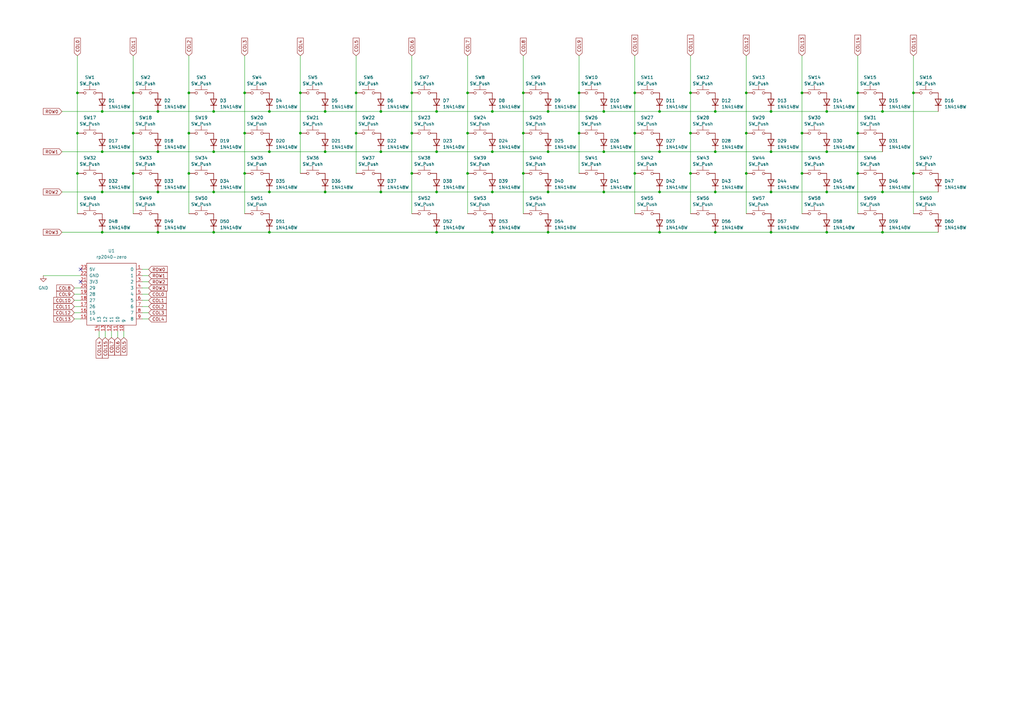
<source format=kicad_sch>
(kicad_sch (version 20230121) (generator eeschema)

  (uuid 9dfe0516-5229-4c9c-8e9b-e98bba4ec1bd)

  (paper "A3")

  (title_block
    (title "KeeBar")
    (date "2023-06-11")
    (rev "1.0")
    (company "@ymkn")
  )

  (lib_symbols
    (symbol "Diode:1N4148W" (pin_numbers hide) (pin_names hide) (in_bom yes) (on_board yes)
      (property "Reference" "D" (at 0 2.54 0)
        (effects (font (size 1.27 1.27)))
      )
      (property "Value" "1N4148W" (at 0 -2.54 0)
        (effects (font (size 1.27 1.27)))
      )
      (property "Footprint" "Diode_SMD:D_SOD-123" (at 0 -4.445 0)
        (effects (font (size 1.27 1.27)) hide)
      )
      (property "Datasheet" "https://www.vishay.com/docs/85748/1n4148w.pdf" (at 0 0 0)
        (effects (font (size 1.27 1.27)) hide)
      )
      (property "Sim.Device" "D" (at 0 0 0)
        (effects (font (size 1.27 1.27)) hide)
      )
      (property "Sim.Pins" "1=K 2=A" (at 0 0 0)
        (effects (font (size 1.27 1.27)) hide)
      )
      (property "ki_keywords" "diode" (at 0 0 0)
        (effects (font (size 1.27 1.27)) hide)
      )
      (property "ki_description" "75V 0.15A Fast Switching Diode, SOD-123" (at 0 0 0)
        (effects (font (size 1.27 1.27)) hide)
      )
      (property "ki_fp_filters" "D*SOD?123*" (at 0 0 0)
        (effects (font (size 1.27 1.27)) hide)
      )
      (symbol "1N4148W_0_1"
        (polyline
          (pts
            (xy -1.27 1.27)
            (xy -1.27 -1.27)
          )
          (stroke (width 0.254) (type default))
          (fill (type none))
        )
        (polyline
          (pts
            (xy 1.27 0)
            (xy -1.27 0)
          )
          (stroke (width 0) (type default))
          (fill (type none))
        )
        (polyline
          (pts
            (xy 1.27 1.27)
            (xy 1.27 -1.27)
            (xy -1.27 0)
            (xy 1.27 1.27)
          )
          (stroke (width 0.254) (type default))
          (fill (type none))
        )
      )
      (symbol "1N4148W_1_1"
        (pin passive line (at -3.81 0 0) (length 2.54)
          (name "K" (effects (font (size 1.27 1.27))))
          (number "1" (effects (font (size 1.27 1.27))))
        )
        (pin passive line (at 3.81 0 180) (length 2.54)
          (name "A" (effects (font (size 1.27 1.27))))
          (number "2" (effects (font (size 1.27 1.27))))
        )
      )
    )
    (symbol "Switch:SW_Push" (pin_numbers hide) (pin_names (offset 1.016) hide) (in_bom yes) (on_board yes)
      (property "Reference" "SW" (at 1.27 2.54 0)
        (effects (font (size 1.27 1.27)) (justify left))
      )
      (property "Value" "SW_Push" (at 0 -1.524 0)
        (effects (font (size 1.27 1.27)))
      )
      (property "Footprint" "" (at 0 5.08 0)
        (effects (font (size 1.27 1.27)) hide)
      )
      (property "Datasheet" "~" (at 0 5.08 0)
        (effects (font (size 1.27 1.27)) hide)
      )
      (property "ki_keywords" "switch normally-open pushbutton push-button" (at 0 0 0)
        (effects (font (size 1.27 1.27)) hide)
      )
      (property "ki_description" "Push button switch, generic, two pins" (at 0 0 0)
        (effects (font (size 1.27 1.27)) hide)
      )
      (symbol "SW_Push_0_1"
        (circle (center -2.032 0) (radius 0.508)
          (stroke (width 0) (type default))
          (fill (type none))
        )
        (polyline
          (pts
            (xy 0 1.27)
            (xy 0 3.048)
          )
          (stroke (width 0) (type default))
          (fill (type none))
        )
        (polyline
          (pts
            (xy 2.54 1.27)
            (xy -2.54 1.27)
          )
          (stroke (width 0) (type default))
          (fill (type none))
        )
        (circle (center 2.032 0) (radius 0.508)
          (stroke (width 0) (type default))
          (fill (type none))
        )
        (pin passive line (at -5.08 0 0) (length 2.54)
          (name "1" (effects (font (size 1.27 1.27))))
          (number "1" (effects (font (size 1.27 1.27))))
        )
        (pin passive line (at 5.08 0 180) (length 2.54)
          (name "2" (effects (font (size 1.27 1.27))))
          (number "2" (effects (font (size 1.27 1.27))))
        )
      )
    )
    (symbol "mcu:rp2040-zero" (pin_names (offset 1.016)) (in_bom yes) (on_board yes)
      (property "Reference" "U" (at 0 15.24 0)
        (effects (font (size 1.27 1.27)))
      )
      (property "Value" "rp2040-zero" (at 0 12.7 0)
        (effects (font (size 1.27 1.27)))
      )
      (property "Footprint" "" (at -8.89 5.08 0)
        (effects (font (size 1.27 1.27)) hide)
      )
      (property "Datasheet" "" (at -8.89 5.08 0)
        (effects (font (size 1.27 1.27)) hide)
      )
      (symbol "rp2040-zero_0_1"
        (rectangle (start -10.16 11.43) (end 10.16 -13.97)
          (stroke (width 0) (type default))
          (fill (type none))
        )
      )
      (symbol "rp2040-zero_1_1"
        (pin bidirectional line (at 12.7 8.89 180) (length 2.54)
          (name "0" (effects (font (size 1.27 1.27))))
          (number "1" (effects (font (size 1.27 1.27))))
        )
        (pin bidirectional line (at 5.08 -16.51 90) (length 2.54)
          (name "9" (effects (font (size 1.27 1.27))))
          (number "10" (effects (font (size 1.27 1.27))))
        )
        (pin bidirectional line (at 2.54 -16.51 90) (length 2.54)
          (name "10" (effects (font (size 1.27 1.27))))
          (number "11" (effects (font (size 1.27 1.27))))
        )
        (pin bidirectional line (at 0 -16.51 90) (length 2.54)
          (name "11" (effects (font (size 1.27 1.27))))
          (number "12" (effects (font (size 1.27 1.27))))
        )
        (pin bidirectional line (at -2.54 -16.51 90) (length 2.54)
          (name "12" (effects (font (size 1.27 1.27))))
          (number "13" (effects (font (size 1.27 1.27))))
        )
        (pin bidirectional line (at -5.08 -16.51 90) (length 2.54)
          (name "13" (effects (font (size 1.27 1.27))))
          (number "14" (effects (font (size 1.27 1.27))))
        )
        (pin bidirectional line (at -12.7 -11.43 0) (length 2.54)
          (name "14" (effects (font (size 1.27 1.27))))
          (number "15" (effects (font (size 1.27 1.27))))
        )
        (pin bidirectional line (at -12.7 -8.89 0) (length 2.54)
          (name "15" (effects (font (size 1.27 1.27))))
          (number "16" (effects (font (size 1.27 1.27))))
        )
        (pin bidirectional line (at -12.7 -6.35 0) (length 2.54)
          (name "26" (effects (font (size 1.27 1.27))))
          (number "17" (effects (font (size 1.27 1.27))))
        )
        (pin bidirectional line (at -12.7 -3.81 0) (length 2.54)
          (name "27" (effects (font (size 1.27 1.27))))
          (number "18" (effects (font (size 1.27 1.27))))
        )
        (pin bidirectional line (at -12.7 -1.27 0) (length 2.54)
          (name "28" (effects (font (size 1.27 1.27))))
          (number "19" (effects (font (size 1.27 1.27))))
        )
        (pin bidirectional line (at 12.7 6.35 180) (length 2.54)
          (name "1" (effects (font (size 1.27 1.27))))
          (number "2" (effects (font (size 1.27 1.27))))
        )
        (pin bidirectional line (at -12.7 1.27 0) (length 2.54)
          (name "29" (effects (font (size 1.27 1.27))))
          (number "20" (effects (font (size 1.27 1.27))))
        )
        (pin power_out line (at -12.7 3.81 0) (length 2.54)
          (name "3V3" (effects (font (size 1.27 1.27))))
          (number "21" (effects (font (size 1.27 1.27))))
        )
        (pin power_out line (at -12.7 6.35 0) (length 2.54)
          (name "GND" (effects (font (size 1.27 1.27))))
          (number "22" (effects (font (size 1.27 1.27))))
        )
        (pin power_out line (at -12.7 8.89 0) (length 2.54)
          (name "5V" (effects (font (size 1.27 1.27))))
          (number "23" (effects (font (size 1.27 1.27))))
        )
        (pin bidirectional line (at 12.7 3.81 180) (length 2.54)
          (name "2" (effects (font (size 1.27 1.27))))
          (number "3" (effects (font (size 1.27 1.27))))
        )
        (pin bidirectional line (at 12.7 1.27 180) (length 2.54)
          (name "3" (effects (font (size 1.27 1.27))))
          (number "4" (effects (font (size 1.27 1.27))))
        )
        (pin bidirectional line (at 12.7 -1.27 180) (length 2.54)
          (name "4" (effects (font (size 1.27 1.27))))
          (number "5" (effects (font (size 1.27 1.27))))
        )
        (pin bidirectional line (at 12.7 -3.81 180) (length 2.54)
          (name "5" (effects (font (size 1.27 1.27))))
          (number "6" (effects (font (size 1.27 1.27))))
        )
        (pin bidirectional line (at 12.7 -6.35 180) (length 2.54)
          (name "6" (effects (font (size 1.27 1.27))))
          (number "7" (effects (font (size 1.27 1.27))))
        )
        (pin bidirectional line (at 12.7 -8.89 180) (length 2.54)
          (name "7" (effects (font (size 1.27 1.27))))
          (number "8" (effects (font (size 1.27 1.27))))
        )
        (pin bidirectional line (at 12.7 -11.43 180) (length 2.54)
          (name "8" (effects (font (size 1.27 1.27))))
          (number "9" (effects (font (size 1.27 1.27))))
        )
      )
    )
    (symbol "power:GND" (power) (pin_names (offset 0)) (in_bom yes) (on_board yes)
      (property "Reference" "#PWR" (at 0 -6.35 0)
        (effects (font (size 1.27 1.27)) hide)
      )
      (property "Value" "GND" (at 0 -3.81 0)
        (effects (font (size 1.27 1.27)))
      )
      (property "Footprint" "" (at 0 0 0)
        (effects (font (size 1.27 1.27)) hide)
      )
      (property "Datasheet" "" (at 0 0 0)
        (effects (font (size 1.27 1.27)) hide)
      )
      (property "ki_keywords" "global power" (at 0 0 0)
        (effects (font (size 1.27 1.27)) hide)
      )
      (property "ki_description" "Power symbol creates a global label with name \"GND\" , ground" (at 0 0 0)
        (effects (font (size 1.27 1.27)) hide)
      )
      (symbol "GND_0_1"
        (polyline
          (pts
            (xy 0 0)
            (xy 0 -1.27)
            (xy 1.27 -1.27)
            (xy 0 -2.54)
            (xy -1.27 -1.27)
            (xy 0 -1.27)
          )
          (stroke (width 0) (type default))
          (fill (type none))
        )
      )
      (symbol "GND_1_1"
        (pin power_in line (at 0 0 270) (length 0) hide
          (name "GND" (effects (font (size 1.27 1.27))))
          (number "1" (effects (font (size 1.27 1.27))))
        )
      )
    )
  )

  (junction (at 201.93 78.74) (diameter 0) (color 0 0 0 0)
    (uuid 0532782b-bb79-4654-ba31-a128f015dca7)
  )
  (junction (at 224.79 62.23) (diameter 0) (color 0 0 0 0)
    (uuid 087d2c2b-a129-4fa2-893a-c75856fbb332)
  )
  (junction (at 247.65 62.23) (diameter 0) (color 0 0 0 0)
    (uuid 0b38af34-0813-427a-a567-1920f21605c1)
  )
  (junction (at 339.09 62.23) (diameter 0) (color 0 0 0 0)
    (uuid 0dfc1e61-72cf-432a-8122-38caaaa98907)
  )
  (junction (at 361.95 78.74) (diameter 0) (color 0 0 0 0)
    (uuid 0f81f8c8-b287-4950-a09e-84a3364024bd)
  )
  (junction (at 100.33 38.1) (diameter 0) (color 0 0 0 0)
    (uuid 109fbfbc-4ae3-4f97-8fb8-78e58bf9c3a9)
  )
  (junction (at 146.05 38.1) (diameter 0) (color 0 0 0 0)
    (uuid 111e6b6a-7eef-4bd2-a1fe-7806f4c9fd84)
  )
  (junction (at 110.49 95.25) (diameter 0) (color 0 0 0 0)
    (uuid 178ce50e-5da4-47b7-92f2-ec79d151e463)
  )
  (junction (at 351.79 38.1) (diameter 0) (color 0 0 0 0)
    (uuid 193c1353-e85c-40e3-ae5f-3d52870cf144)
  )
  (junction (at 283.21 38.1) (diameter 0) (color 0 0 0 0)
    (uuid 1ac40e39-8835-4ae2-99d4-4895c1fcf121)
  )
  (junction (at 260.35 54.61) (diameter 0) (color 0 0 0 0)
    (uuid 1bc4dfed-f498-4828-9db5-1aca4dfd781f)
  )
  (junction (at 100.33 71.12) (diameter 0) (color 0 0 0 0)
    (uuid 2056a769-9b52-46f8-9c55-82d6bd801bdf)
  )
  (junction (at 283.21 54.61) (diameter 0) (color 0 0 0 0)
    (uuid 23067985-46ec-4dc9-a3c8-8d9f6b282ff2)
  )
  (junction (at 201.93 95.25) (diameter 0) (color 0 0 0 0)
    (uuid 24319011-8170-49b4-90e8-b933952ce443)
  )
  (junction (at 306.07 38.1) (diameter 0) (color 0 0 0 0)
    (uuid 2507499e-31bf-429e-b1be-bde995ee13b2)
  )
  (junction (at 283.21 71.12) (diameter 0) (color 0 0 0 0)
    (uuid 25f2a0ec-8658-4a6d-ac95-7d5dd5c60401)
  )
  (junction (at 77.47 54.61) (diameter 0) (color 0 0 0 0)
    (uuid 26794233-e3c8-40c6-b714-76f025a9d2de)
  )
  (junction (at 54.61 38.1) (diameter 0) (color 0 0 0 0)
    (uuid 274f270b-0f52-4986-b4ab-c2bca8d2e818)
  )
  (junction (at 293.37 45.72) (diameter 0) (color 0 0 0 0)
    (uuid 28494cc8-c7ea-4272-9bf5-bf09e1a919c7)
  )
  (junction (at 41.91 95.25) (diameter 0) (color 0 0 0 0)
    (uuid 2c6e2b6c-f017-46d1-bda3-758ff41b18b8)
  )
  (junction (at 316.23 62.23) (diameter 0) (color 0 0 0 0)
    (uuid 2d181ddb-beb2-45b3-8c21-bbcc01420180)
  )
  (junction (at 214.63 71.12) (diameter 0) (color 0 0 0 0)
    (uuid 2d1efe39-6a03-43b5-8226-98a9f041f05f)
  )
  (junction (at 156.21 45.72) (diameter 0) (color 0 0 0 0)
    (uuid 2f3a35d2-c0cb-466e-b277-983fe855ea6f)
  )
  (junction (at 179.07 78.74) (diameter 0) (color 0 0 0 0)
    (uuid 30608f6f-182a-4840-9748-fef45cb50e99)
  )
  (junction (at 339.09 78.74) (diameter 0) (color 0 0 0 0)
    (uuid 3246d96d-f7e3-499b-95e3-4be01ac3603a)
  )
  (junction (at 201.93 62.23) (diameter 0) (color 0 0 0 0)
    (uuid 3428ff40-fc3b-479b-a43d-84707f938226)
  )
  (junction (at 179.07 95.25) (diameter 0) (color 0 0 0 0)
    (uuid 349275d8-11e5-4759-8058-dfeb6e4a41b2)
  )
  (junction (at 31.75 38.1) (diameter 0) (color 0 0 0 0)
    (uuid 357dc086-df3a-43b8-8ee9-c56c8e61d016)
  )
  (junction (at 293.37 95.25) (diameter 0) (color 0 0 0 0)
    (uuid 378cbd8a-9668-4add-a84a-24b94fabe69d)
  )
  (junction (at 328.93 38.1) (diameter 0) (color 0 0 0 0)
    (uuid 3a679757-8b06-48ae-9754-4a23d61934fe)
  )
  (junction (at 179.07 45.72) (diameter 0) (color 0 0 0 0)
    (uuid 3d8ee311-8f37-4276-abe4-fe6ee9f889d2)
  )
  (junction (at 293.37 62.23) (diameter 0) (color 0 0 0 0)
    (uuid 3e86d33c-cf6f-46ab-8f7a-a6fbfdbaf7dc)
  )
  (junction (at 270.51 62.23) (diameter 0) (color 0 0 0 0)
    (uuid 411addaf-5904-40d0-a949-6ce04c32ca5a)
  )
  (junction (at 31.75 71.12) (diameter 0) (color 0 0 0 0)
    (uuid 42b4c6b8-5838-425b-b685-f2481af29913)
  )
  (junction (at 64.77 95.25) (diameter 0) (color 0 0 0 0)
    (uuid 44ead4fd-ac83-497b-b37b-cdd0857ec37f)
  )
  (junction (at 123.19 54.61) (diameter 0) (color 0 0 0 0)
    (uuid 49cd14c0-169a-4cae-9d63-4e47a3828777)
  )
  (junction (at 87.63 95.25) (diameter 0) (color 0 0 0 0)
    (uuid 4e5eaad9-d740-452b-8c53-2c51c9b86d39)
  )
  (junction (at 54.61 71.12) (diameter 0) (color 0 0 0 0)
    (uuid 4f9af040-8f86-436b-bc13-3e4639d710d2)
  )
  (junction (at 110.49 45.72) (diameter 0) (color 0 0 0 0)
    (uuid 5093d40c-0acc-47a2-9898-1100473bfd2d)
  )
  (junction (at 328.93 71.12) (diameter 0) (color 0 0 0 0)
    (uuid 5358bff4-cadb-48fb-8677-57d778358451)
  )
  (junction (at 64.77 62.23) (diameter 0) (color 0 0 0 0)
    (uuid 551b6c3d-c12f-4df1-823f-02046401aea4)
  )
  (junction (at 260.35 38.1) (diameter 0) (color 0 0 0 0)
    (uuid 5526db8a-7409-4744-8d6e-7192fe3acb00)
  )
  (junction (at 133.35 78.74) (diameter 0) (color 0 0 0 0)
    (uuid 566bba35-efa3-4dc0-a093-5b4c69ac9aa1)
  )
  (junction (at 133.35 45.72) (diameter 0) (color 0 0 0 0)
    (uuid 63be42c0-a392-47d9-9468-92e0b9c24157)
  )
  (junction (at 123.19 38.1) (diameter 0) (color 0 0 0 0)
    (uuid 6af73947-6a16-4deb-bb0d-9e467f78fa00)
  )
  (junction (at 146.05 54.61) (diameter 0) (color 0 0 0 0)
    (uuid 70602d77-794f-4a36-af0a-c89526a76de6)
  )
  (junction (at 316.23 45.72) (diameter 0) (color 0 0 0 0)
    (uuid 72778701-0bde-4732-94b4-2e20dc9dbde5)
  )
  (junction (at 270.51 95.25) (diameter 0) (color 0 0 0 0)
    (uuid 76a15815-470b-4a5c-84af-6697441d7dbf)
  )
  (junction (at 339.09 45.72) (diameter 0) (color 0 0 0 0)
    (uuid 76ad7e5c-680e-4dc0-a0e1-46a08f0b873e)
  )
  (junction (at 351.79 54.61) (diameter 0) (color 0 0 0 0)
    (uuid 78c634ca-fcfa-43f7-be35-7bbf306f22eb)
  )
  (junction (at 328.93 54.61) (diameter 0) (color 0 0 0 0)
    (uuid 79dbae4e-15b8-4fd6-b6db-48177ccf17c1)
  )
  (junction (at 110.49 78.74) (diameter 0) (color 0 0 0 0)
    (uuid 7ac8ce04-457c-4bc6-8e19-2d77a286126d)
  )
  (junction (at 316.23 95.25) (diameter 0) (color 0 0 0 0)
    (uuid 7c1a853a-4471-447b-971e-4a576d06fa8d)
  )
  (junction (at 64.77 45.72) (diameter 0) (color 0 0 0 0)
    (uuid 87adcbc8-d546-4c97-8212-8a732e5fd49e)
  )
  (junction (at 41.91 78.74) (diameter 0) (color 0 0 0 0)
    (uuid 88862696-18b2-4fb4-b445-fdf6734aefa8)
  )
  (junction (at 54.61 54.61) (diameter 0) (color 0 0 0 0)
    (uuid 8bbb91b2-2555-46fe-a74f-2852b8ac8b37)
  )
  (junction (at 87.63 45.72) (diameter 0) (color 0 0 0 0)
    (uuid 8c35d7fd-9cdf-4a4d-ba59-56239c0acc72)
  )
  (junction (at 77.47 71.12) (diameter 0) (color 0 0 0 0)
    (uuid 8f5ee39b-7650-4cee-8bab-30205e55907d)
  )
  (junction (at 214.63 54.61) (diameter 0) (color 0 0 0 0)
    (uuid 8f896bc3-5f89-4ab6-8b32-e46f85ec62aa)
  )
  (junction (at 64.77 78.74) (diameter 0) (color 0 0 0 0)
    (uuid 91622efc-7f0d-47f2-9a05-7f922b43510e)
  )
  (junction (at 306.07 54.61) (diameter 0) (color 0 0 0 0)
    (uuid 95398df3-e2e2-44b7-a5d8-91252eebfbb0)
  )
  (junction (at 156.21 62.23) (diameter 0) (color 0 0 0 0)
    (uuid 992a3cf2-b90a-4853-946b-8965630d4a34)
  )
  (junction (at 87.63 78.74) (diameter 0) (color 0 0 0 0)
    (uuid 9a7b6e18-3d29-4f37-ba7b-406adddc31a4)
  )
  (junction (at 293.37 78.74) (diameter 0) (color 0 0 0 0)
    (uuid 9bb705eb-2477-4cae-a071-f7a90dad50eb)
  )
  (junction (at 361.95 45.72) (diameter 0) (color 0 0 0 0)
    (uuid 9d602994-d38f-4178-8c46-487e639b3222)
  )
  (junction (at 168.91 54.61) (diameter 0) (color 0 0 0 0)
    (uuid a0449ef4-837e-4be3-9f9a-7db785bf2cca)
  )
  (junction (at 247.65 78.74) (diameter 0) (color 0 0 0 0)
    (uuid a048e3d1-6d2c-4320-848a-84da432e3aab)
  )
  (junction (at 191.77 38.1) (diameter 0) (color 0 0 0 0)
    (uuid a1093af1-358b-493b-991d-a503cb18280f)
  )
  (junction (at 168.91 71.12) (diameter 0) (color 0 0 0 0)
    (uuid a254d47e-9703-4746-80ec-c51481c1a269)
  )
  (junction (at 361.95 95.25) (diameter 0) (color 0 0 0 0)
    (uuid a2987571-365f-4884-8a14-77f0fd329e64)
  )
  (junction (at 260.35 71.12) (diameter 0) (color 0 0 0 0)
    (uuid a444e9e2-f029-46bb-8b62-299ffcd238f0)
  )
  (junction (at 270.51 45.72) (diameter 0) (color 0 0 0 0)
    (uuid b3c321d1-94ed-4d1b-99c0-241cc02a6eee)
  )
  (junction (at 168.91 38.1) (diameter 0) (color 0 0 0 0)
    (uuid b901698c-72c8-462c-b0d5-39de79656eae)
  )
  (junction (at 179.07 62.23) (diameter 0) (color 0 0 0 0)
    (uuid b9f82ca3-f2a7-490b-b117-304f94259408)
  )
  (junction (at 191.77 54.61) (diameter 0) (color 0 0 0 0)
    (uuid be550f2a-cf56-4fcc-8161-0b217925c88c)
  )
  (junction (at 316.23 78.74) (diameter 0) (color 0 0 0 0)
    (uuid c5961306-e376-419f-99fa-1998a1deba9b)
  )
  (junction (at 374.65 38.1) (diameter 0) (color 0 0 0 0)
    (uuid c858fb36-808d-4a75-82c9-11c15637da87)
  )
  (junction (at 41.91 45.72) (diameter 0) (color 0 0 0 0)
    (uuid caeec540-012f-4217-822c-17bee329812a)
  )
  (junction (at 100.33 54.61) (diameter 0) (color 0 0 0 0)
    (uuid ccceba38-7cf2-487c-857c-1b7dcc92a806)
  )
  (junction (at 237.49 54.61) (diameter 0) (color 0 0 0 0)
    (uuid ccf51e75-926a-4565-9610-cec587724199)
  )
  (junction (at 201.93 45.72) (diameter 0) (color 0 0 0 0)
    (uuid cd23e16a-21ce-405a-8695-f53ac7d9ac0b)
  )
  (junction (at 237.49 38.1) (diameter 0) (color 0 0 0 0)
    (uuid cd2ef1da-11ed-40db-a03e-2701c298634c)
  )
  (junction (at 133.35 62.23) (diameter 0) (color 0 0 0 0)
    (uuid d0e01eba-66bf-4fcc-be0b-2e19e35ce65c)
  )
  (junction (at 77.47 38.1) (diameter 0) (color 0 0 0 0)
    (uuid d42afa4f-8484-4816-946e-71bd3c58559f)
  )
  (junction (at 270.51 78.74) (diameter 0) (color 0 0 0 0)
    (uuid d89fc109-11c5-406a-8968-b72c810e59cb)
  )
  (junction (at 156.21 78.74) (diameter 0) (color 0 0 0 0)
    (uuid dcfd1255-c94c-4892-90cf-b36fe206bfd1)
  )
  (junction (at 224.79 95.25) (diameter 0) (color 0 0 0 0)
    (uuid e01895a0-a5f7-4f45-a14e-96352d697d2a)
  )
  (junction (at 374.65 71.12) (diameter 0) (color 0 0 0 0)
    (uuid e0c66c11-0631-4bac-acc0-ec2e63717f84)
  )
  (junction (at 31.75 54.61) (diameter 0) (color 0 0 0 0)
    (uuid e52ad7c7-b443-47b0-b3ec-3fe3b630e727)
  )
  (junction (at 247.65 45.72) (diameter 0) (color 0 0 0 0)
    (uuid e58894aa-fce0-435d-bfc1-4b98b4e29951)
  )
  (junction (at 306.07 71.12) (diameter 0) (color 0 0 0 0)
    (uuid e69621f5-a8ff-45ae-ac61-96c07bdc84e9)
  )
  (junction (at 214.63 38.1) (diameter 0) (color 0 0 0 0)
    (uuid ed404770-cc43-4d56-bce5-668c0093c29c)
  )
  (junction (at 224.79 78.74) (diameter 0) (color 0 0 0 0)
    (uuid f002c54b-a33f-49d3-bc23-c7fce743d0f4)
  )
  (junction (at 351.79 71.12) (diameter 0) (color 0 0 0 0)
    (uuid f139eb64-b601-4bc8-b3e6-c4f2dd873b94)
  )
  (junction (at 339.09 95.25) (diameter 0) (color 0 0 0 0)
    (uuid f652258c-ce8b-4963-9813-5f49b16f7d30)
  )
  (junction (at 87.63 62.23) (diameter 0) (color 0 0 0 0)
    (uuid fa49cb1f-cc73-4e32-9015-39b4946984ff)
  )
  (junction (at 191.77 71.12) (diameter 0) (color 0 0 0 0)
    (uuid fb863856-f033-44c5-bb8f-b97f76ffa60b)
  )
  (junction (at 110.49 62.23) (diameter 0) (color 0 0 0 0)
    (uuid fc6dc52d-614b-4941-91a5-fcf04bbb05f3)
  )
  (junction (at 224.79 45.72) (diameter 0) (color 0 0 0 0)
    (uuid fd5dae65-0350-4f83-8790-a2762e7d27df)
  )
  (junction (at 41.91 62.23) (diameter 0) (color 0 0 0 0)
    (uuid ffd0bee2-b657-439c-a4e4-782ad640a629)
  )

  (no_connect (at 33.02 110.49) (uuid 1abc0478-251c-4663-bf55-63fd51db3b08))
  (no_connect (at 33.02 115.57) (uuid 766d3cae-f900-4d47-b5ef-78427a85d8d2))

  (wire (pts (xy 110.49 95.25) (xy 179.07 95.25))
    (stroke (width 0) (type default))
    (uuid 002c7dda-694c-40bd-a797-a1a3f9489ae9)
  )
  (wire (pts (xy 316.23 95.25) (xy 339.09 95.25))
    (stroke (width 0) (type default))
    (uuid 038faa1e-46b4-4c12-90b3-a21c101241b2)
  )
  (wire (pts (xy 146.05 38.1) (xy 146.05 54.61))
    (stroke (width 0) (type default))
    (uuid 067602f3-d5aa-4c2f-90cc-d09138cb2cbb)
  )
  (wire (pts (xy 77.47 54.61) (xy 77.47 71.12))
    (stroke (width 0) (type default))
    (uuid 0866e5cb-15ab-413b-8f83-c479f6f5675e)
  )
  (wire (pts (xy 351.79 22.86) (xy 351.79 38.1))
    (stroke (width 0) (type default))
    (uuid 0a0dd2b5-f0cd-46b3-92ca-78f2f1aba3f7)
  )
  (wire (pts (xy 60.96 120.65) (xy 58.42 120.65))
    (stroke (width 0) (type default))
    (uuid 0b3ff29f-cc6a-4de3-921d-8b14b6e1cfff)
  )
  (wire (pts (xy 31.75 54.61) (xy 31.75 71.12))
    (stroke (width 0) (type default))
    (uuid 0d580d33-d67b-43e1-8681-1b1f58a193a1)
  )
  (wire (pts (xy 224.79 62.23) (xy 247.65 62.23))
    (stroke (width 0) (type default))
    (uuid 0e3d6962-0f0c-4fde-b6b9-67740f783340)
  )
  (wire (pts (xy 201.93 78.74) (xy 224.79 78.74))
    (stroke (width 0) (type default))
    (uuid 104aa4c7-30b4-4c1e-92f5-a48c2503696b)
  )
  (wire (pts (xy 31.75 22.86) (xy 31.75 38.1))
    (stroke (width 0) (type default))
    (uuid 118ad0e5-1ad2-4877-b873-f6a5ec4fb92d)
  )
  (wire (pts (xy 31.75 71.12) (xy 31.75 87.63))
    (stroke (width 0) (type default))
    (uuid 128dfdd6-95e2-4ba3-8e2c-3a1d0e0a832c)
  )
  (wire (pts (xy 168.91 71.12) (xy 168.91 87.63))
    (stroke (width 0) (type default))
    (uuid 18bd057a-b540-4315-9a00-24574bbf4d5d)
  )
  (wire (pts (xy 123.19 22.86) (xy 123.19 38.1))
    (stroke (width 0) (type default))
    (uuid 18fef4d3-a017-491d-8933-972b15f1c7b2)
  )
  (wire (pts (xy 110.49 62.23) (xy 133.35 62.23))
    (stroke (width 0) (type default))
    (uuid 19900888-3d0e-4317-9012-e1774f1d3fac)
  )
  (wire (pts (xy 237.49 38.1) (xy 237.49 54.61))
    (stroke (width 0) (type default))
    (uuid 1e576936-bd73-424b-8511-9a3f6d7f521f)
  )
  (wire (pts (xy 100.33 71.12) (xy 100.33 87.63))
    (stroke (width 0) (type default))
    (uuid 204996f8-bafa-42a3-95a1-15d0df092d9d)
  )
  (wire (pts (xy 328.93 38.1) (xy 328.93 54.61))
    (stroke (width 0) (type default))
    (uuid 22783fc7-4ffe-41f5-96cc-259a4da694fe)
  )
  (wire (pts (xy 224.79 78.74) (xy 247.65 78.74))
    (stroke (width 0) (type default))
    (uuid 23a9f2f6-fea8-4e0f-b314-022548dfb4a7)
  )
  (wire (pts (xy 54.61 54.61) (xy 54.61 71.12))
    (stroke (width 0) (type default))
    (uuid 2445c1be-4d03-476c-a4ed-d9c815e2629f)
  )
  (wire (pts (xy 30.48 123.19) (xy 33.02 123.19))
    (stroke (width 0) (type default))
    (uuid 25616027-9d48-4228-8fe7-472ee91da5d3)
  )
  (wire (pts (xy 306.07 22.86) (xy 306.07 38.1))
    (stroke (width 0) (type default))
    (uuid 26305f9b-ca88-4141-bfc2-c56d0a145d2b)
  )
  (wire (pts (xy 270.51 62.23) (xy 293.37 62.23))
    (stroke (width 0) (type default))
    (uuid 2793b1ce-12ae-4ac1-99f6-60653343a35f)
  )
  (wire (pts (xy 60.96 130.81) (xy 58.42 130.81))
    (stroke (width 0) (type default))
    (uuid 2c133116-8402-4484-976f-011cb65fe2c6)
  )
  (wire (pts (xy 31.75 38.1) (xy 31.75 54.61))
    (stroke (width 0) (type default))
    (uuid 2ec41e94-93d3-4d99-a9d2-4136d56945ac)
  )
  (wire (pts (xy 328.93 71.12) (xy 328.93 87.63))
    (stroke (width 0) (type default))
    (uuid 307983b1-bf96-4180-ac79-fc744b717482)
  )
  (wire (pts (xy 60.96 128.27) (xy 58.42 128.27))
    (stroke (width 0) (type default))
    (uuid 30e28185-6f76-4b26-9fea-5a444331e2fb)
  )
  (wire (pts (xy 306.07 38.1) (xy 306.07 54.61))
    (stroke (width 0) (type default))
    (uuid 3116c2de-86ac-49f9-b670-114b95d812a4)
  )
  (wire (pts (xy 339.09 95.25) (xy 361.95 95.25))
    (stroke (width 0) (type default))
    (uuid 348e62e8-14a1-463f-9a7d-3ebcf21b56de)
  )
  (wire (pts (xy 40.64 138.43) (xy 40.64 135.89))
    (stroke (width 0) (type default))
    (uuid 365c4179-017f-44f0-af16-6db23a14f915)
  )
  (wire (pts (xy 48.26 138.43) (xy 48.26 135.89))
    (stroke (width 0) (type default))
    (uuid 38f9db2f-b38d-4ef9-87de-8bff02becec1)
  )
  (wire (pts (xy 77.47 38.1) (xy 77.47 54.61))
    (stroke (width 0) (type default))
    (uuid 3a1b9f75-3f8a-4006-ad5c-4bdfede4842d)
  )
  (wire (pts (xy 237.49 54.61) (xy 237.49 71.12))
    (stroke (width 0) (type default))
    (uuid 3bb3f379-35a7-4077-b75f-19399837c099)
  )
  (wire (pts (xy 351.79 71.12) (xy 351.79 87.63))
    (stroke (width 0) (type default))
    (uuid 401a05ef-7924-4d70-88a1-3ee62a2a7325)
  )
  (wire (pts (xy 247.65 45.72) (xy 270.51 45.72))
    (stroke (width 0) (type default))
    (uuid 405ac6a1-0a99-4aad-ba4c-d93ee3ad314a)
  )
  (wire (pts (xy 179.07 78.74) (xy 201.93 78.74))
    (stroke (width 0) (type default))
    (uuid 41353ebb-5678-4e69-a296-a4fa27d88139)
  )
  (wire (pts (xy 60.96 123.19) (xy 58.42 123.19))
    (stroke (width 0) (type default))
    (uuid 430054b8-6ab9-46e5-8b04-28b58ce927af)
  )
  (wire (pts (xy 191.77 38.1) (xy 191.77 54.61))
    (stroke (width 0) (type default))
    (uuid 4728a346-a7c8-46ce-bacf-2829fde4e299)
  )
  (wire (pts (xy 87.63 45.72) (xy 110.49 45.72))
    (stroke (width 0) (type default))
    (uuid 474065de-da41-4354-b1b7-bd6ad2d3bc78)
  )
  (wire (pts (xy 64.77 78.74) (xy 87.63 78.74))
    (stroke (width 0) (type default))
    (uuid 4af44435-c880-46f2-ad5a-2db7544045f9)
  )
  (wire (pts (xy 168.91 22.86) (xy 168.91 38.1))
    (stroke (width 0) (type default))
    (uuid 5040d0de-1d57-47eb-9368-23db1d3c73ca)
  )
  (wire (pts (xy 339.09 62.23) (xy 361.95 62.23))
    (stroke (width 0) (type default))
    (uuid 5041ccab-c9ea-46c6-b521-b2c2994fd39e)
  )
  (wire (pts (xy 45.72 138.43) (xy 45.72 135.89))
    (stroke (width 0) (type default))
    (uuid 549a6216-cd3a-40b7-8cab-08fcf8fc2e30)
  )
  (wire (pts (xy 201.93 62.23) (xy 224.79 62.23))
    (stroke (width 0) (type default))
    (uuid 5b6d4406-37d3-4db6-90fa-5f2726436cef)
  )
  (wire (pts (xy 214.63 22.86) (xy 214.63 38.1))
    (stroke (width 0) (type default))
    (uuid 5d5c29e2-95e0-40bf-9122-96588462a705)
  )
  (wire (pts (xy 64.77 95.25) (xy 87.63 95.25))
    (stroke (width 0) (type default))
    (uuid 5dec0cbe-7b3a-4b69-986f-39920709d4a7)
  )
  (wire (pts (xy 146.05 54.61) (xy 146.05 71.12))
    (stroke (width 0) (type default))
    (uuid 60bc349f-994e-4f68-aec4-738329abc220)
  )
  (wire (pts (xy 224.79 95.25) (xy 270.51 95.25))
    (stroke (width 0) (type default))
    (uuid 625aa2e5-9bc2-4a01-ab6f-daf903c3c446)
  )
  (wire (pts (xy 156.21 78.74) (xy 179.07 78.74))
    (stroke (width 0) (type default))
    (uuid 6406f958-2126-4fe7-8894-dc0adbd518ae)
  )
  (wire (pts (xy 110.49 78.74) (xy 133.35 78.74))
    (stroke (width 0) (type default))
    (uuid 6455067e-76f5-4241-aa3b-c0140550c2f3)
  )
  (wire (pts (xy 283.21 38.1) (xy 283.21 54.61))
    (stroke (width 0) (type default))
    (uuid 65f82d8b-3fbb-42f0-a037-c4802c2da05d)
  )
  (wire (pts (xy 260.35 22.86) (xy 260.35 38.1))
    (stroke (width 0) (type default))
    (uuid 68213440-6177-4556-856a-082951f4d377)
  )
  (wire (pts (xy 293.37 78.74) (xy 316.23 78.74))
    (stroke (width 0) (type default))
    (uuid 6adc010d-4a67-4c59-ba4f-2a436325c838)
  )
  (wire (pts (xy 328.93 54.61) (xy 328.93 71.12))
    (stroke (width 0) (type default))
    (uuid 6b756dcf-e4db-4993-8c67-d8319cdc8c27)
  )
  (wire (pts (xy 179.07 95.25) (xy 201.93 95.25))
    (stroke (width 0) (type default))
    (uuid 6b8dc325-2553-43d4-bd47-307f98b6d7d4)
  )
  (wire (pts (xy 30.48 120.65) (xy 33.02 120.65))
    (stroke (width 0) (type default))
    (uuid 6bec4b84-0819-4cad-ab5a-3be9457ec46f)
  )
  (wire (pts (xy 293.37 45.72) (xy 316.23 45.72))
    (stroke (width 0) (type default))
    (uuid 6c550d8b-e802-4f30-9c2e-ac5a2aec2282)
  )
  (wire (pts (xy 43.18 138.43) (xy 43.18 135.89))
    (stroke (width 0) (type default))
    (uuid 6d74b864-f8c4-4ac8-a317-1cde2a66ae81)
  )
  (wire (pts (xy 60.96 125.73) (xy 58.42 125.73))
    (stroke (width 0) (type default))
    (uuid 6edc8b57-a0f4-44ca-8a8f-f780ab322aef)
  )
  (wire (pts (xy 270.51 95.25) (xy 293.37 95.25))
    (stroke (width 0) (type default))
    (uuid 708187b9-ddf0-4be5-8071-d232bbef6cc6)
  )
  (wire (pts (xy 54.61 22.86) (xy 54.61 38.1))
    (stroke (width 0) (type default))
    (uuid 77d645c0-84d3-4d95-9706-aa5e53f46ac3)
  )
  (wire (pts (xy 293.37 95.25) (xy 316.23 95.25))
    (stroke (width 0) (type default))
    (uuid 7a71fdd7-e3db-4f6e-ab47-505cdf7c0893)
  )
  (wire (pts (xy 201.93 45.72) (xy 224.79 45.72))
    (stroke (width 0) (type default))
    (uuid 7c2d104c-3e96-49dd-a906-18d3868ae197)
  )
  (wire (pts (xy 41.91 78.74) (xy 64.77 78.74))
    (stroke (width 0) (type default))
    (uuid 7dd12bd0-c2f4-4d6d-a1d0-f45db33aab28)
  )
  (wire (pts (xy 306.07 54.61) (xy 306.07 71.12))
    (stroke (width 0) (type default))
    (uuid 7ddcba37-6d2c-406f-90cb-76c2a1c303f1)
  )
  (wire (pts (xy 100.33 54.61) (xy 100.33 71.12))
    (stroke (width 0) (type default))
    (uuid 7f8e2962-1b68-48f5-a27f-36fc6bc48181)
  )
  (wire (pts (xy 214.63 54.61) (xy 214.63 71.12))
    (stroke (width 0) (type default))
    (uuid 8007658a-f1bd-4f4a-9b6d-d1843c864f51)
  )
  (wire (pts (xy 260.35 38.1) (xy 260.35 54.61))
    (stroke (width 0) (type default))
    (uuid 81a7df6c-5e7e-40ff-a9b2-a23359fedf73)
  )
  (wire (pts (xy 110.49 45.72) (xy 133.35 45.72))
    (stroke (width 0) (type default))
    (uuid 81b19020-88f2-4544-93d5-345c1b4dee4e)
  )
  (wire (pts (xy 100.33 22.86) (xy 100.33 38.1))
    (stroke (width 0) (type default))
    (uuid 81f2406a-a904-479c-9cd4-5773b7fb424e)
  )
  (wire (pts (xy 351.79 38.1) (xy 351.79 54.61))
    (stroke (width 0) (type default))
    (uuid 879fbc58-d09c-4219-a3d7-15ddf04d1cd2)
  )
  (wire (pts (xy 25.4 62.23) (xy 41.91 62.23))
    (stroke (width 0) (type default))
    (uuid 8b6e005a-0c3c-42af-b8b2-fa434f6b4ff0)
  )
  (wire (pts (xy 123.19 38.1) (xy 123.19 54.61))
    (stroke (width 0) (type default))
    (uuid 8c9aeaf2-baef-4255-9c76-cea41f57df0d)
  )
  (wire (pts (xy 60.96 110.49) (xy 58.42 110.49))
    (stroke (width 0) (type default))
    (uuid 8de48c8a-b020-4180-b069-d3dcf9eaab3e)
  )
  (wire (pts (xy 17.78 113.03) (xy 33.02 113.03))
    (stroke (width 0) (type default))
    (uuid 8e735b0b-9078-46f0-8924-72f459eaf5cf)
  )
  (wire (pts (xy 179.07 45.72) (xy 201.93 45.72))
    (stroke (width 0) (type default))
    (uuid 92c6c442-2187-4958-aa0d-93be5619e448)
  )
  (wire (pts (xy 260.35 71.12) (xy 260.35 87.63))
    (stroke (width 0) (type default))
    (uuid 950afc1b-9495-4c06-91c0-4e4087105acc)
  )
  (wire (pts (xy 316.23 78.74) (xy 339.09 78.74))
    (stroke (width 0) (type default))
    (uuid 95dceedf-73ca-46d2-8cd1-8ba1fa9aabff)
  )
  (wire (pts (xy 133.35 62.23) (xy 156.21 62.23))
    (stroke (width 0) (type default))
    (uuid 9865de5b-37b7-4182-acb6-e3a1b721c783)
  )
  (wire (pts (xy 201.93 95.25) (xy 224.79 95.25))
    (stroke (width 0) (type default))
    (uuid 98a33963-355b-4361-9d9d-b449cd5a85be)
  )
  (wire (pts (xy 361.95 45.72) (xy 384.81 45.72))
    (stroke (width 0) (type default))
    (uuid 998c9296-c282-464f-8316-9dd62e8a7437)
  )
  (wire (pts (xy 60.96 118.11) (xy 58.42 118.11))
    (stroke (width 0) (type default))
    (uuid 9be16831-6b6f-4ddb-8aa6-7e8a48095f71)
  )
  (wire (pts (xy 146.05 22.86) (xy 146.05 38.1))
    (stroke (width 0) (type default))
    (uuid 9be606ec-28e1-4a60-9169-ed0c5a1f392b)
  )
  (wire (pts (xy 30.48 128.27) (xy 33.02 128.27))
    (stroke (width 0) (type default))
    (uuid 9f42dcbd-888b-49d4-af92-0dc8453368b8)
  )
  (wire (pts (xy 87.63 62.23) (xy 110.49 62.23))
    (stroke (width 0) (type default))
    (uuid a0660e2a-5c5b-453e-89fb-8698da58cfec)
  )
  (wire (pts (xy 361.95 78.74) (xy 384.81 78.74))
    (stroke (width 0) (type default))
    (uuid a2326aae-982d-40ff-8f76-de592babf3fd)
  )
  (wire (pts (xy 283.21 54.61) (xy 283.21 71.12))
    (stroke (width 0) (type default))
    (uuid a62cc5ac-72bc-4620-b8ba-0bf5925e324f)
  )
  (wire (pts (xy 316.23 62.23) (xy 339.09 62.23))
    (stroke (width 0) (type default))
    (uuid aad15566-7193-4793-bd4a-718cf5dec86f)
  )
  (wire (pts (xy 100.33 38.1) (xy 100.33 54.61))
    (stroke (width 0) (type default))
    (uuid ab063219-109f-411a-a1bc-76d6de995ce6)
  )
  (wire (pts (xy 191.77 54.61) (xy 191.77 71.12))
    (stroke (width 0) (type default))
    (uuid acb3f0e3-140e-4dfe-904b-6c7dc9fae253)
  )
  (wire (pts (xy 283.21 22.86) (xy 283.21 38.1))
    (stroke (width 0) (type default))
    (uuid ae61f2ff-cb4c-4c46-9260-39297f560f17)
  )
  (wire (pts (xy 54.61 71.12) (xy 54.61 87.63))
    (stroke (width 0) (type default))
    (uuid aefd2286-a6ab-4e65-befb-1b80791bdbe7)
  )
  (wire (pts (xy 25.4 95.25) (xy 41.91 95.25))
    (stroke (width 0) (type default))
    (uuid af2053fe-b01a-452a-9fae-764bca673fff)
  )
  (wire (pts (xy 283.21 71.12) (xy 283.21 87.63))
    (stroke (width 0) (type default))
    (uuid b02b6847-ccbb-463a-88ad-15c265b6e705)
  )
  (wire (pts (xy 328.93 22.86) (xy 328.93 38.1))
    (stroke (width 0) (type default))
    (uuid b15280a5-0da8-4946-8fd1-dd5edcd92787)
  )
  (wire (pts (xy 224.79 45.72) (xy 247.65 45.72))
    (stroke (width 0) (type default))
    (uuid b3847600-254c-4fab-b38b-570fbae447e1)
  )
  (wire (pts (xy 64.77 62.23) (xy 87.63 62.23))
    (stroke (width 0) (type default))
    (uuid b38e914c-7b1a-42f4-a312-daaca3d71aba)
  )
  (wire (pts (xy 191.77 22.86) (xy 191.77 38.1))
    (stroke (width 0) (type default))
    (uuid b520d5f4-2f81-46c0-8660-c139b888f33e)
  )
  (wire (pts (xy 237.49 22.86) (xy 237.49 38.1))
    (stroke (width 0) (type default))
    (uuid b6f8e7b2-255a-4454-a511-0558f8430981)
  )
  (wire (pts (xy 54.61 38.1) (xy 54.61 54.61))
    (stroke (width 0) (type default))
    (uuid b757a692-6d38-4eba-a2af-7bd44e734405)
  )
  (wire (pts (xy 168.91 38.1) (xy 168.91 54.61))
    (stroke (width 0) (type default))
    (uuid b94a1d06-fb5e-40b4-89b6-1a4551e0d738)
  )
  (wire (pts (xy 156.21 62.23) (xy 179.07 62.23))
    (stroke (width 0) (type default))
    (uuid b9fe20f9-dc56-4ded-80fe-fbbfd66fe069)
  )
  (wire (pts (xy 351.79 54.61) (xy 351.79 71.12))
    (stroke (width 0) (type default))
    (uuid ba0eaf31-4e79-4282-988b-c593027ba04f)
  )
  (wire (pts (xy 77.47 71.12) (xy 77.47 87.63))
    (stroke (width 0) (type default))
    (uuid ba6fd97d-0e4f-4405-bb1b-3e948aeb032a)
  )
  (wire (pts (xy 60.96 115.57) (xy 58.42 115.57))
    (stroke (width 0) (type default))
    (uuid bb530165-3eef-4701-bffa-71ed16b05fbe)
  )
  (wire (pts (xy 374.65 38.1) (xy 374.65 71.12))
    (stroke (width 0) (type default))
    (uuid be777dd5-8438-40b7-95fe-70e37fb9b672)
  )
  (wire (pts (xy 25.4 78.74) (xy 41.91 78.74))
    (stroke (width 0) (type default))
    (uuid c04d0923-0306-4a8d-99a8-83fe50edd900)
  )
  (wire (pts (xy 87.63 78.74) (xy 110.49 78.74))
    (stroke (width 0) (type default))
    (uuid c12f2f7c-273b-496c-ae7a-9ac05394f5ca)
  )
  (wire (pts (xy 374.65 71.12) (xy 374.65 87.63))
    (stroke (width 0) (type default))
    (uuid c22fcdd0-b3e8-4a5f-a850-1a7efa0229aa)
  )
  (wire (pts (xy 156.21 45.72) (xy 179.07 45.72))
    (stroke (width 0) (type default))
    (uuid c2ec7a9c-7737-4d3c-89d7-cae758db526a)
  )
  (wire (pts (xy 41.91 62.23) (xy 64.77 62.23))
    (stroke (width 0) (type default))
    (uuid c5d7c52c-6e2d-4881-b4c4-7dae59267329)
  )
  (wire (pts (xy 133.35 78.74) (xy 156.21 78.74))
    (stroke (width 0) (type default))
    (uuid c626c59f-7ef7-42af-8591-03c606c4e7f4)
  )
  (wire (pts (xy 270.51 45.72) (xy 293.37 45.72))
    (stroke (width 0) (type default))
    (uuid c991ba7b-19ed-40e7-8b7c-b1b0e0867c7d)
  )
  (wire (pts (xy 260.35 54.61) (xy 260.35 71.12))
    (stroke (width 0) (type default))
    (uuid cc355433-b834-461b-bfc1-79694bca9857)
  )
  (wire (pts (xy 374.65 22.86) (xy 374.65 38.1))
    (stroke (width 0) (type default))
    (uuid ce2c3e28-8ed7-4534-92b6-21ca606aa86c)
  )
  (wire (pts (xy 25.4 45.72) (xy 41.91 45.72))
    (stroke (width 0) (type default))
    (uuid cea89deb-07ac-48db-94e4-7b6a74aa452c)
  )
  (wire (pts (xy 77.47 22.86) (xy 77.47 38.1))
    (stroke (width 0) (type default))
    (uuid d1d76445-430d-43d2-a597-b751f8a744a3)
  )
  (wire (pts (xy 123.19 54.61) (xy 123.19 71.12))
    (stroke (width 0) (type default))
    (uuid d63cb519-cb85-406c-987b-30d5ee4b5bae)
  )
  (wire (pts (xy 214.63 38.1) (xy 214.63 54.61))
    (stroke (width 0) (type default))
    (uuid d6445b67-ef75-4db8-a051-2d711e74854b)
  )
  (wire (pts (xy 306.07 71.12) (xy 306.07 87.63))
    (stroke (width 0) (type default))
    (uuid d6674cd3-a13b-4de7-8e04-df09d0cd2daf)
  )
  (wire (pts (xy 270.51 78.74) (xy 293.37 78.74))
    (stroke (width 0) (type default))
    (uuid d7b40811-5f68-40f6-90b7-80c1360266b3)
  )
  (wire (pts (xy 30.48 125.73) (xy 33.02 125.73))
    (stroke (width 0) (type default))
    (uuid d8e8dee3-02c5-47e8-b6dc-abd7582ac8fe)
  )
  (wire (pts (xy 30.48 130.81) (xy 33.02 130.81))
    (stroke (width 0) (type default))
    (uuid d9afeca7-93b5-432e-bd93-bcfd22105795)
  )
  (wire (pts (xy 339.09 78.74) (xy 361.95 78.74))
    (stroke (width 0) (type default))
    (uuid da52c2e6-a75d-4125-a1b9-c19439d384cc)
  )
  (wire (pts (xy 247.65 62.23) (xy 270.51 62.23))
    (stroke (width 0) (type default))
    (uuid daedf09a-7144-472c-88d0-9a1c29076f41)
  )
  (wire (pts (xy 168.91 54.61) (xy 168.91 71.12))
    (stroke (width 0) (type default))
    (uuid dcdfd82f-0ce0-453b-a1b0-33751ee80a42)
  )
  (wire (pts (xy 361.95 95.25) (xy 384.81 95.25))
    (stroke (width 0) (type default))
    (uuid ddeef196-cfcb-450d-93c4-39e74a815ade)
  )
  (wire (pts (xy 30.48 118.11) (xy 33.02 118.11))
    (stroke (width 0) (type default))
    (uuid df54154e-7f23-4145-9568-4db552ee9c36)
  )
  (wire (pts (xy 191.77 71.12) (xy 191.77 87.63))
    (stroke (width 0) (type default))
    (uuid e0337066-ee89-434a-8124-7b7e9ac6606a)
  )
  (wire (pts (xy 50.8 138.43) (xy 50.8 135.89))
    (stroke (width 0) (type default))
    (uuid e0f13aac-b75b-4c6a-836f-52324e763900)
  )
  (wire (pts (xy 41.91 45.72) (xy 64.77 45.72))
    (stroke (width 0) (type default))
    (uuid e28d75ea-2caf-4a4c-801b-fcb504119b67)
  )
  (wire (pts (xy 339.09 45.72) (xy 361.95 45.72))
    (stroke (width 0) (type default))
    (uuid e3ac838d-e5e2-4057-a26b-43d8fb7232a2)
  )
  (wire (pts (xy 179.07 62.23) (xy 201.93 62.23))
    (stroke (width 0) (type default))
    (uuid e65e7511-4b6d-4a9e-a47d-90a968c07c22)
  )
  (wire (pts (xy 64.77 45.72) (xy 87.63 45.72))
    (stroke (width 0) (type default))
    (uuid e7d19206-f721-40d6-8d7b-3e4bb8105324)
  )
  (wire (pts (xy 247.65 78.74) (xy 270.51 78.74))
    (stroke (width 0) (type default))
    (uuid ea839bb0-0673-437a-bd62-b9da561e3a04)
  )
  (wire (pts (xy 316.23 45.72) (xy 339.09 45.72))
    (stroke (width 0) (type default))
    (uuid eaadb7c5-76c1-4e2a-b182-4f4a9b8117d9)
  )
  (wire (pts (xy 293.37 62.23) (xy 316.23 62.23))
    (stroke (width 0) (type default))
    (uuid eb1ecca8-37c8-49f1-a916-0ea43f0e5ff2)
  )
  (wire (pts (xy 214.63 71.12) (xy 214.63 87.63))
    (stroke (width 0) (type default))
    (uuid eb434c32-3e1a-4a40-a1f7-7a9520c879ae)
  )
  (wire (pts (xy 133.35 45.72) (xy 156.21 45.72))
    (stroke (width 0) (type default))
    (uuid f242b296-7de1-45ca-bfe5-ef41fd5b4c2a)
  )
  (wire (pts (xy 60.96 113.03) (xy 58.42 113.03))
    (stroke (width 0) (type default))
    (uuid f26b2df7-3063-424d-9f81-a243758b892d)
  )
  (wire (pts (xy 41.91 95.25) (xy 64.77 95.25))
    (stroke (width 0) (type default))
    (uuid fa18dbb8-62d7-4555-838a-47dec664fe72)
  )
  (wire (pts (xy 87.63 95.25) (xy 110.49 95.25))
    (stroke (width 0) (type default))
    (uuid fceb4294-5399-456f-863a-d13c7e184d64)
  )

  (global_label "COL4" (shape input) (at 60.96 130.81 0) (fields_autoplaced)
    (effects (font (size 1.27 1.27)) (justify left))
    (uuid 0b5d3a2c-e7ed-4bd6-ab9c-74ad6239aeba)
    (property "Intersheetrefs" "${INTERSHEET_REFS}" (at 68.7039 130.81 0)
      (effects (font (size 1.27 1.27)) (justify left) hide)
    )
  )
  (global_label "COL7" (shape input) (at 45.72 138.43 270) (fields_autoplaced)
    (effects (font (size 1.27 1.27)) (justify right))
    (uuid 106f4871-4f89-41e2-a935-41af7af337b7)
    (property "Intersheetrefs" "${INTERSHEET_REFS}" (at 45.72 146.1739 90)
      (effects (font (size 1.27 1.27)) (justify right) hide)
    )
  )
  (global_label "COL4" (shape input) (at 123.19 22.86 90) (fields_autoplaced)
    (effects (font (size 1.27 1.27)) (justify left))
    (uuid 15e6fe19-9956-48a9-9760-df6e1225d417)
    (property "Intersheetrefs" "${INTERSHEET_REFS}" (at 123.1106 15.6088 90)
      (effects (font (size 1.27 1.27)) (justify left) hide)
    )
  )
  (global_label "ROW2" (shape input) (at 60.96 115.57 0) (fields_autoplaced)
    (effects (font (size 1.27 1.27)) (justify left))
    (uuid 1e7afa3f-1e32-40b4-a3ee-0dff919241c8)
    (property "Intersheetrefs" "${INTERSHEET_REFS}" (at 69.1272 115.57 0)
      (effects (font (size 1.27 1.27)) (justify left) hide)
    )
  )
  (global_label "COL13" (shape input) (at 328.93 22.86 90) (fields_autoplaced)
    (effects (font (size 1.27 1.27)) (justify left))
    (uuid 1f6fae9a-d48e-4bf9-88a9-51ac6468b65b)
    (property "Intersheetrefs" "${INTERSHEET_REFS}" (at 328.93 13.9066 90)
      (effects (font (size 1.27 1.27)) (justify left) hide)
    )
  )
  (global_label "COL14" (shape input) (at 40.64 138.43 270) (fields_autoplaced)
    (effects (font (size 1.27 1.27)) (justify right))
    (uuid 289c7153-4cc0-4316-9db7-909eff353331)
    (property "Intersheetrefs" "${INTERSHEET_REFS}" (at 40.64 147.3834 90)
      (effects (font (size 1.27 1.27)) (justify right) hide)
    )
  )
  (global_label "ROW0" (shape input) (at 60.96 110.49 0) (fields_autoplaced)
    (effects (font (size 1.27 1.27)) (justify left))
    (uuid 2a257ed4-7824-4980-ba7a-b141511b7b5a)
    (property "Intersheetrefs" "${INTERSHEET_REFS}" (at 69.1272 110.49 0)
      (effects (font (size 1.27 1.27)) (justify left) hide)
    )
  )
  (global_label "ROW1" (shape input) (at 25.4 62.23 180) (fields_autoplaced)
    (effects (font (size 1.27 1.27)) (justify right))
    (uuid 3a3df88d-ea3c-4330-a069-d5d8e9d9c096)
    (property "Intersheetrefs" "${INTERSHEET_REFS}" (at 17.7255 62.3094 0)
      (effects (font (size 1.27 1.27)) (justify right) hide)
    )
  )
  (global_label "COL13" (shape input) (at 30.48 130.81 180) (fields_autoplaced)
    (effects (font (size 1.27 1.27)) (justify right))
    (uuid 3e147729-3639-4584-97d9-ce6d0e062609)
    (property "Intersheetrefs" "${INTERSHEET_REFS}" (at 21.5266 130.81 0)
      (effects (font (size 1.27 1.27)) (justify right) hide)
    )
  )
  (global_label "COL9" (shape input) (at 30.48 120.65 180) (fields_autoplaced)
    (effects (font (size 1.27 1.27)) (justify right))
    (uuid 3fb47094-f653-4a22-918b-e2fe28c97ff2)
    (property "Intersheetrefs" "${INTERSHEET_REFS}" (at 22.7361 120.65 0)
      (effects (font (size 1.27 1.27)) (justify right) hide)
    )
  )
  (global_label "COL3" (shape input) (at 100.33 22.86 90) (fields_autoplaced)
    (effects (font (size 1.27 1.27)) (justify left))
    (uuid 46c015d1-cce5-4384-bd7a-fac6550a3c44)
    (property "Intersheetrefs" "${INTERSHEET_REFS}" (at 100.2506 15.6088 90)
      (effects (font (size 1.27 1.27)) (justify left) hide)
    )
  )
  (global_label "ROW3" (shape input) (at 60.96 118.11 0) (fields_autoplaced)
    (effects (font (size 1.27 1.27)) (justify left))
    (uuid 4adc12d5-047f-4a4a-a24f-62408fd43c7f)
    (property "Intersheetrefs" "${INTERSHEET_REFS}" (at 69.1272 118.11 0)
      (effects (font (size 1.27 1.27)) (justify left) hide)
    )
  )
  (global_label "COL12" (shape input) (at 306.07 22.86 90) (fields_autoplaced)
    (effects (font (size 1.27 1.27)) (justify left))
    (uuid 4c7731f9-11e6-4ff8-85f3-5e30a9b2c18b)
    (property "Intersheetrefs" "${INTERSHEET_REFS}" (at 306.07 13.9066 90)
      (effects (font (size 1.27 1.27)) (justify left) hide)
    )
  )
  (global_label "COL15" (shape input) (at 43.18 138.43 270) (fields_autoplaced)
    (effects (font (size 1.27 1.27)) (justify right))
    (uuid 4e0ec709-e19c-4704-95b4-b4ee7430f495)
    (property "Intersheetrefs" "${INTERSHEET_REFS}" (at 43.18 147.3834 90)
      (effects (font (size 1.27 1.27)) (justify right) hide)
    )
  )
  (global_label "COL10" (shape input) (at 260.35 22.86 90) (fields_autoplaced)
    (effects (font (size 1.27 1.27)) (justify left))
    (uuid 7281787b-c0a5-45cd-878f-e84673f65846)
    (property "Intersheetrefs" "${INTERSHEET_REFS}" (at 260.35 13.9066 90)
      (effects (font (size 1.27 1.27)) (justify left) hide)
    )
  )
  (global_label "ROW2" (shape input) (at 25.4 78.74 180) (fields_autoplaced)
    (effects (font (size 1.27 1.27)) (justify right))
    (uuid 76410a83-3ab9-4960-917c-cd4bf2d34e69)
    (property "Intersheetrefs" "${INTERSHEET_REFS}" (at 17.7255 78.8194 0)
      (effects (font (size 1.27 1.27)) (justify right) hide)
    )
  )
  (global_label "COL1" (shape input) (at 54.61 22.86 90) (fields_autoplaced)
    (effects (font (size 1.27 1.27)) (justify left))
    (uuid 76d1f691-cd73-4e71-bb97-46992a1e331a)
    (property "Intersheetrefs" "${INTERSHEET_REFS}" (at 54.5306 15.6088 90)
      (effects (font (size 1.27 1.27)) (justify left) hide)
    )
  )
  (global_label "COL8" (shape input) (at 30.48 118.11 180) (fields_autoplaced)
    (effects (font (size 1.27 1.27)) (justify right))
    (uuid 78a539da-b4f5-4441-8557-718991bffb88)
    (property "Intersheetrefs" "${INTERSHEET_REFS}" (at 22.7361 118.11 0)
      (effects (font (size 1.27 1.27)) (justify right) hide)
    )
  )
  (global_label "COL0" (shape input) (at 31.75 22.86 90) (fields_autoplaced)
    (effects (font (size 1.27 1.27)) (justify left))
    (uuid 7dd1541b-f3b0-4ed3-9416-04cb7f899b1a)
    (property "Intersheetrefs" "${INTERSHEET_REFS}" (at 31.6706 15.6088 90)
      (effects (font (size 1.27 1.27)) (justify left) hide)
    )
  )
  (global_label "COL2" (shape input) (at 77.47 22.86 90) (fields_autoplaced)
    (effects (font (size 1.27 1.27)) (justify left))
    (uuid 7dfa6cc4-20d6-4fa1-b19c-073c74bcf9e8)
    (property "Intersheetrefs" "${INTERSHEET_REFS}" (at 77.3906 15.6088 90)
      (effects (font (size 1.27 1.27)) (justify left) hide)
    )
  )
  (global_label "COL9" (shape input) (at 237.49 22.86 90) (fields_autoplaced)
    (effects (font (size 1.27 1.27)) (justify left))
    (uuid 7ea92bf4-47f7-4582-ad4f-8a710b365d73)
    (property "Intersheetrefs" "${INTERSHEET_REFS}" (at 237.49 15.1161 90)
      (effects (font (size 1.27 1.27)) (justify left) hide)
    )
  )
  (global_label "COL1" (shape input) (at 60.96 123.19 0) (fields_autoplaced)
    (effects (font (size 1.27 1.27)) (justify left))
    (uuid 83d01456-a56c-4418-9d1f-d11432bcd641)
    (property "Intersheetrefs" "${INTERSHEET_REFS}" (at 68.7039 123.19 0)
      (effects (font (size 1.27 1.27)) (justify left) hide)
    )
  )
  (global_label "COL14" (shape input) (at 351.79 22.86 90) (fields_autoplaced)
    (effects (font (size 1.27 1.27)) (justify left))
    (uuid 8b4a5eb3-b20e-4e53-9534-597ae8c1c4b6)
    (property "Intersheetrefs" "${INTERSHEET_REFS}" (at 351.79 13.9066 90)
      (effects (font (size 1.27 1.27)) (justify left) hide)
    )
  )
  (global_label "COL2" (shape input) (at 60.96 125.73 0) (fields_autoplaced)
    (effects (font (size 1.27 1.27)) (justify left))
    (uuid 99d745e6-fcf0-46a1-8c9c-741ed530a7dd)
    (property "Intersheetrefs" "${INTERSHEET_REFS}" (at 68.7039 125.73 0)
      (effects (font (size 1.27 1.27)) (justify left) hide)
    )
  )
  (global_label "COL6" (shape input) (at 168.91 22.86 90) (fields_autoplaced)
    (effects (font (size 1.27 1.27)) (justify left))
    (uuid 9c07dc00-41c7-4bda-92da-fc5b23637ab9)
    (property "Intersheetrefs" "${INTERSHEET_REFS}" (at 168.91 15.1161 90)
      (effects (font (size 1.27 1.27)) (justify left) hide)
    )
  )
  (global_label "COL15" (shape input) (at 374.65 22.86 90) (fields_autoplaced)
    (effects (font (size 1.27 1.27)) (justify left))
    (uuid a2224dc3-cab2-4a16-90f4-9c7f7750f91d)
    (property "Intersheetrefs" "${INTERSHEET_REFS}" (at 374.65 13.9066 90)
      (effects (font (size 1.27 1.27)) (justify left) hide)
    )
  )
  (global_label "COL12" (shape input) (at 30.48 128.27 180) (fields_autoplaced)
    (effects (font (size 1.27 1.27)) (justify right))
    (uuid a674e7c8-5a51-4638-bdb4-004b6dd0b47b)
    (property "Intersheetrefs" "${INTERSHEET_REFS}" (at 21.5266 128.27 0)
      (effects (font (size 1.27 1.27)) (justify right) hide)
    )
  )
  (global_label "COL3" (shape input) (at 60.96 128.27 0) (fields_autoplaced)
    (effects (font (size 1.27 1.27)) (justify left))
    (uuid aa6f378e-1fce-4a79-b4cc-5a67b86aa01a)
    (property "Intersheetrefs" "${INTERSHEET_REFS}" (at 68.7039 128.27 0)
      (effects (font (size 1.27 1.27)) (justify left) hide)
    )
  )
  (global_label "ROW0" (shape input) (at 25.4 45.72 180) (fields_autoplaced)
    (effects (font (size 1.27 1.27)) (justify right))
    (uuid b4851c57-b01a-435c-96f3-f55f03118a74)
    (property "Intersheetrefs" "${INTERSHEET_REFS}" (at 17.7255 45.7994 0)
      (effects (font (size 1.27 1.27)) (justify right) hide)
    )
  )
  (global_label "COL5" (shape input) (at 146.05 22.86 90) (fields_autoplaced)
    (effects (font (size 1.27 1.27)) (justify left))
    (uuid c945cdf1-6320-4b13-bdaa-9acd3a2cce35)
    (property "Intersheetrefs" "${INTERSHEET_REFS}" (at 145.9706 15.6088 90)
      (effects (font (size 1.27 1.27)) (justify left) hide)
    )
  )
  (global_label "COL6" (shape input) (at 48.26 138.43 270) (fields_autoplaced)
    (effects (font (size 1.27 1.27)) (justify right))
    (uuid cf75e7d4-f558-4b86-8700-3247849575d9)
    (property "Intersheetrefs" "${INTERSHEET_REFS}" (at 48.1806 145.6812 90)
      (effects (font (size 1.27 1.27)) (justify right) hide)
    )
  )
  (global_label "COL11" (shape input) (at 30.48 125.73 180) (fields_autoplaced)
    (effects (font (size 1.27 1.27)) (justify right))
    (uuid d3e38702-d621-47e8-aca3-e231736d5253)
    (property "Intersheetrefs" "${INTERSHEET_REFS}" (at 21.5266 125.73 0)
      (effects (font (size 1.27 1.27)) (justify right) hide)
    )
  )
  (global_label "COL0" (shape input) (at 60.96 120.65 0) (fields_autoplaced)
    (effects (font (size 1.27 1.27)) (justify left))
    (uuid d6a87b5d-a1f6-43af-ae7c-232228426d20)
    (property "Intersheetrefs" "${INTERSHEET_REFS}" (at 68.7039 120.65 0)
      (effects (font (size 1.27 1.27)) (justify left) hide)
    )
  )
  (global_label "ROW3" (shape input) (at 25.4 95.25 180) (fields_autoplaced)
    (effects (font (size 1.27 1.27)) (justify right))
    (uuid d89563ae-023e-43ed-802f-d6d04c47717b)
    (property "Intersheetrefs" "${INTERSHEET_REFS}" (at 17.7255 95.1706 0)
      (effects (font (size 1.27 1.27)) (justify right) hide)
    )
  )
  (global_label "COL11" (shape input) (at 283.21 22.86 90) (fields_autoplaced)
    (effects (font (size 1.27 1.27)) (justify left))
    (uuid daafbaba-5761-4f68-aad7-9918082f7c1a)
    (property "Intersheetrefs" "${INTERSHEET_REFS}" (at 283.21 13.9066 90)
      (effects (font (size 1.27 1.27)) (justify left) hide)
    )
  )
  (global_label "ROW1" (shape input) (at 60.96 113.03 0) (fields_autoplaced)
    (effects (font (size 1.27 1.27)) (justify left))
    (uuid de739909-f48b-4a67-84c0-c0289b2c29d9)
    (property "Intersheetrefs" "${INTERSHEET_REFS}" (at 69.1272 113.03 0)
      (effects (font (size 1.27 1.27)) (justify left) hide)
    )
  )
  (global_label "COL8" (shape input) (at 214.63 22.86 90) (fields_autoplaced)
    (effects (font (size 1.27 1.27)) (justify left))
    (uuid dec5acff-8d50-4cd2-a407-00577df5c6b7)
    (property "Intersheetrefs" "${INTERSHEET_REFS}" (at 214.63 15.1161 90)
      (effects (font (size 1.27 1.27)) (justify left) hide)
    )
  )
  (global_label "COL7" (shape input) (at 191.77 22.86 90) (fields_autoplaced)
    (effects (font (size 1.27 1.27)) (justify left))
    (uuid e594192e-c0a2-4788-947b-e981c05bb293)
    (property "Intersheetrefs" "${INTERSHEET_REFS}" (at 191.77 15.1161 90)
      (effects (font (size 1.27 1.27)) (justify left) hide)
    )
  )
  (global_label "COL10" (shape input) (at 30.48 123.19 180) (fields_autoplaced)
    (effects (font (size 1.27 1.27)) (justify right))
    (uuid eddd9d1d-5bf1-4ec6-b35c-527182ab3cd2)
    (property "Intersheetrefs" "${INTERSHEET_REFS}" (at 21.5266 123.19 0)
      (effects (font (size 1.27 1.27)) (justify right) hide)
    )
  )
  (global_label "COL5" (shape input) (at 50.8 138.43 270) (fields_autoplaced)
    (effects (font (size 1.27 1.27)) (justify right))
    (uuid f4af5236-0aaa-4c22-8644-66095f9c6af1)
    (property "Intersheetrefs" "${INTERSHEET_REFS}" (at 50.7206 145.6812 90)
      (effects (font (size 1.27 1.27)) (justify right) hide)
    )
  )

  (symbol (lib_id "Diode:1N4148W") (at 293.37 91.44 90) (unit 1)
    (in_bom yes) (on_board yes) (dnp no) (fields_autoplaced)
    (uuid 011bccfb-6eb5-4e78-9f5e-c643d8a93bce)
    (property "Reference" "D56" (at 295.91 90.805 90)
      (effects (font (size 1.27 1.27)) (justify right))
    )
    (property "Value" "1N4148W" (at 295.91 93.345 90)
      (effects (font (size 1.27 1.27)) (justify right))
    )
    (property "Footprint" "Diode_SMD:D_SOD-123" (at 297.815 91.44 0)
      (effects (font (size 1.27 1.27)) hide)
    )
    (property "Datasheet" "https://www.vishay.com/docs/85748/1n4148w.pdf" (at 293.37 91.44 0)
      (effects (font (size 1.27 1.27)) hide)
    )
    (property "Sim.Device" "D" (at 293.37 91.44 0)
      (effects (font (size 1.27 1.27)) hide)
    )
    (property "Sim.Pins" "1=K 2=A" (at 293.37 91.44 0)
      (effects (font (size 1.27 1.27)) hide)
    )
    (pin "1" (uuid 5e2e7e86-42e4-447e-99b3-f9169ef8acc4))
    (pin "2" (uuid 6e665030-39fd-407a-ba8d-43b77266e644))
    (instances
      (project "KeeBar"
        (path "/9dfe0516-5229-4c9c-8e9b-e98bba4ec1bd"
          (reference "D56") (unit 1)
        )
      )
    )
  )

  (symbol (lib_id "Diode:1N4148W") (at 384.81 41.91 90) (unit 1)
    (in_bom yes) (on_board yes) (dnp no) (fields_autoplaced)
    (uuid 063e2db0-6430-4431-a112-288486d9f345)
    (property "Reference" "D16" (at 387.35 41.275 90)
      (effects (font (size 1.27 1.27)) (justify right))
    )
    (property "Value" "1N4148W" (at 387.35 43.815 90)
      (effects (font (size 1.27 1.27)) (justify right))
    )
    (property "Footprint" "Diode_SMD:D_SOD-123" (at 389.255 41.91 0)
      (effects (font (size 1.27 1.27)) hide)
    )
    (property "Datasheet" "https://www.vishay.com/docs/85748/1n4148w.pdf" (at 384.81 41.91 0)
      (effects (font (size 1.27 1.27)) hide)
    )
    (property "Sim.Device" "D" (at 384.81 41.91 0)
      (effects (font (size 1.27 1.27)) hide)
    )
    (property "Sim.Pins" "1=K 2=A" (at 384.81 41.91 0)
      (effects (font (size 1.27 1.27)) hide)
    )
    (pin "1" (uuid ca4a8adb-a006-444a-87f4-7bcb6dcd85b2))
    (pin "2" (uuid 70cc0b62-c6a8-47f3-a4cd-b9d9671a54b4))
    (instances
      (project "KeeBar"
        (path "/9dfe0516-5229-4c9c-8e9b-e98bba4ec1bd"
          (reference "D16") (unit 1)
        )
      )
    )
  )

  (symbol (lib_id "Switch:SW_Push") (at 219.71 38.1 0) (unit 1)
    (in_bom yes) (on_board yes) (dnp no) (fields_autoplaced)
    (uuid 08035c0a-cbef-4381-8d1f-48b31f9f914e)
    (property "Reference" "SW9" (at 219.71 31.75 0)
      (effects (font (size 1.27 1.27)))
    )
    (property "Value" "SW_Push" (at 219.71 34.29 0)
      (effects (font (size 1.27 1.27)))
    )
    (property "Footprint" "MX_Only:MXOnly-1U-Hotswap" (at 219.71 33.02 0)
      (effects (font (size 1.27 1.27)) hide)
    )
    (property "Datasheet" "~" (at 219.71 33.02 0)
      (effects (font (size 1.27 1.27)) hide)
    )
    (pin "1" (uuid 104adc36-8647-4911-84f1-213027eb3e32))
    (pin "2" (uuid 35152318-aa52-418e-8289-6cb77a10d3d7))
    (instances
      (project "KeeBar"
        (path "/9dfe0516-5229-4c9c-8e9b-e98bba4ec1bd"
          (reference "SW9") (unit 1)
        )
      )
    )
  )

  (symbol (lib_id "Switch:SW_Push") (at 379.73 71.12 0) (unit 1)
    (in_bom yes) (on_board yes) (dnp no) (fields_autoplaced)
    (uuid 0e64b3b8-f424-422e-b8f4-5b07ce193221)
    (property "Reference" "SW47" (at 379.73 64.77 0)
      (effects (font (size 1.27 1.27)))
    )
    (property "Value" "SW_Push" (at 379.73 67.31 0)
      (effects (font (size 1.27 1.27)))
    )
    (property "Footprint" "MX_Only:MXOnly-1U-Hotswap" (at 379.73 66.04 0)
      (effects (font (size 1.27 1.27)) hide)
    )
    (property "Datasheet" "~" (at 379.73 66.04 0)
      (effects (font (size 1.27 1.27)) hide)
    )
    (pin "1" (uuid 8d6c18a8-60c6-4e4b-a7a3-cf72b73c0923))
    (pin "2" (uuid 98d4fd41-4a13-4fe6-9f4c-198febc78717))
    (instances
      (project "KeeBar"
        (path "/9dfe0516-5229-4c9c-8e9b-e98bba4ec1bd"
          (reference "SW47") (unit 1)
        )
      )
    )
  )

  (symbol (lib_id "Switch:SW_Push") (at 59.69 54.61 0) (unit 1)
    (in_bom yes) (on_board yes) (dnp no) (fields_autoplaced)
    (uuid 13a1afeb-e0a1-446e-8436-3f14f72b7307)
    (property "Reference" "SW18" (at 59.69 48.26 0)
      (effects (font (size 1.27 1.27)))
    )
    (property "Value" "SW_Push" (at 59.69 50.8 0)
      (effects (font (size 1.27 1.27)))
    )
    (property "Footprint" "MX_Only:MXOnly-1U-Hotswap" (at 59.69 49.53 0)
      (effects (font (size 1.27 1.27)) hide)
    )
    (property "Datasheet" "~" (at 59.69 49.53 0)
      (effects (font (size 1.27 1.27)) hide)
    )
    (pin "1" (uuid 83c2f7c0-f677-48ac-ac0b-9144cdd5a27c))
    (pin "2" (uuid feca696d-0344-4c27-ac92-d81daed5634f))
    (instances
      (project "KeeBar"
        (path "/9dfe0516-5229-4c9c-8e9b-e98bba4ec1bd"
          (reference "SW18") (unit 1)
        )
      )
    )
  )

  (symbol (lib_id "Switch:SW_Push") (at 242.57 71.12 0) (unit 1)
    (in_bom yes) (on_board yes) (dnp no) (fields_autoplaced)
    (uuid 141e84c4-43eb-4a8e-b717-ec453bd68cb2)
    (property "Reference" "SW41" (at 242.57 64.77 0)
      (effects (font (size 1.27 1.27)))
    )
    (property "Value" "SW_Push" (at 242.57 67.31 0)
      (effects (font (size 1.27 1.27)))
    )
    (property "Footprint" "MX_Only:MXOnly-1U-Hotswap" (at 242.57 66.04 0)
      (effects (font (size 1.27 1.27)) hide)
    )
    (property "Datasheet" "~" (at 242.57 66.04 0)
      (effects (font (size 1.27 1.27)) hide)
    )
    (pin "1" (uuid 85cfbac2-4117-4519-a104-bd13f654dbc5))
    (pin "2" (uuid 4bf68350-2d01-46b5-a3a4-95cdbfb17699))
    (instances
      (project "KeeBar"
        (path "/9dfe0516-5229-4c9c-8e9b-e98bba4ec1bd"
          (reference "SW41") (unit 1)
        )
      )
    )
  )

  (symbol (lib_id "Diode:1N4148W") (at 179.07 74.93 90) (unit 1)
    (in_bom yes) (on_board yes) (dnp no) (fields_autoplaced)
    (uuid 159f72cb-e78d-4e80-b8b4-8c1577bc7986)
    (property "Reference" "D38" (at 181.61 74.295 90)
      (effects (font (size 1.27 1.27)) (justify right))
    )
    (property "Value" "1N4148W" (at 181.61 76.835 90)
      (effects (font (size 1.27 1.27)) (justify right))
    )
    (property "Footprint" "Diode_SMD:D_SOD-123" (at 183.515 74.93 0)
      (effects (font (size 1.27 1.27)) hide)
    )
    (property "Datasheet" "https://www.vishay.com/docs/85748/1n4148w.pdf" (at 179.07 74.93 0)
      (effects (font (size 1.27 1.27)) hide)
    )
    (property "Sim.Device" "D" (at 179.07 74.93 0)
      (effects (font (size 1.27 1.27)) hide)
    )
    (property "Sim.Pins" "1=K 2=A" (at 179.07 74.93 0)
      (effects (font (size 1.27 1.27)) hide)
    )
    (pin "1" (uuid ac9c3318-7246-462a-93ed-79df4d22ea15))
    (pin "2" (uuid 832ae191-29bc-48f5-9af6-ab74175c07d1))
    (instances
      (project "KeeBar"
        (path "/9dfe0516-5229-4c9c-8e9b-e98bba4ec1bd"
          (reference "D38") (unit 1)
        )
      )
    )
  )

  (symbol (lib_id "Diode:1N4148W") (at 201.93 74.93 90) (unit 1)
    (in_bom yes) (on_board yes) (dnp no) (fields_autoplaced)
    (uuid 1b8d8f08-c5ab-4bfe-b444-65fbcdf3dbf9)
    (property "Reference" "D39" (at 204.47 74.295 90)
      (effects (font (size 1.27 1.27)) (justify right))
    )
    (property "Value" "1N4148W" (at 204.47 76.835 90)
      (effects (font (size 1.27 1.27)) (justify right))
    )
    (property "Footprint" "Diode_SMD:D_SOD-123" (at 206.375 74.93 0)
      (effects (font (size 1.27 1.27)) hide)
    )
    (property "Datasheet" "https://www.vishay.com/docs/85748/1n4148w.pdf" (at 201.93 74.93 0)
      (effects (font (size 1.27 1.27)) hide)
    )
    (property "Sim.Device" "D" (at 201.93 74.93 0)
      (effects (font (size 1.27 1.27)) hide)
    )
    (property "Sim.Pins" "1=K 2=A" (at 201.93 74.93 0)
      (effects (font (size 1.27 1.27)) hide)
    )
    (pin "1" (uuid cc159018-d7b6-48f0-b34f-9de7796c291d))
    (pin "2" (uuid 34c07466-090d-471d-ad14-0f1b5c1f1e06))
    (instances
      (project "KeeBar"
        (path "/9dfe0516-5229-4c9c-8e9b-e98bba4ec1bd"
          (reference "D39") (unit 1)
        )
      )
    )
  )

  (symbol (lib_id "Switch:SW_Push") (at 36.83 87.63 0) (unit 1)
    (in_bom yes) (on_board yes) (dnp no) (fields_autoplaced)
    (uuid 1de7c83d-7daf-4c10-b67f-f6bb7bc6e1f1)
    (property "Reference" "SW48" (at 36.83 81.28 0)
      (effects (font (size 1.27 1.27)))
    )
    (property "Value" "SW_Push" (at 36.83 83.82 0)
      (effects (font (size 1.27 1.27)))
    )
    (property "Footprint" "MX_Only:MXOnly-1.5U-Hotswap" (at 36.83 82.55 0)
      (effects (font (size 1.27 1.27)) hide)
    )
    (property "Datasheet" "~" (at 36.83 82.55 0)
      (effects (font (size 1.27 1.27)) hide)
    )
    (pin "1" (uuid a42248df-7d82-44cf-9786-014b8bbdb6e1))
    (pin "2" (uuid 026b2495-ed63-49a0-9fb8-ea6fb8b4ace4))
    (instances
      (project "KeeBar"
        (path "/9dfe0516-5229-4c9c-8e9b-e98bba4ec1bd"
          (reference "SW48") (unit 1)
        )
      )
    )
  )

  (symbol (lib_id "Switch:SW_Push") (at 105.41 54.61 0) (unit 1)
    (in_bom yes) (on_board yes) (dnp no) (fields_autoplaced)
    (uuid 1e506928-4dda-4452-a4f9-69f6c524ec74)
    (property "Reference" "SW20" (at 105.41 48.26 0)
      (effects (font (size 1.27 1.27)))
    )
    (property "Value" "SW_Push" (at 105.41 50.8 0)
      (effects (font (size 1.27 1.27)))
    )
    (property "Footprint" "MX_Only:MXOnly-1U-Hotswap" (at 105.41 49.53 0)
      (effects (font (size 1.27 1.27)) hide)
    )
    (property "Datasheet" "~" (at 105.41 49.53 0)
      (effects (font (size 1.27 1.27)) hide)
    )
    (pin "1" (uuid 124db94c-8daa-4db8-89e3-2f0cbed4e600))
    (pin "2" (uuid ba67c738-1fd3-4643-a164-1bc4fdf89f91))
    (instances
      (project "KeeBar"
        (path "/9dfe0516-5229-4c9c-8e9b-e98bba4ec1bd"
          (reference "SW20") (unit 1)
        )
      )
    )
  )

  (symbol (lib_id "Switch:SW_Push") (at 219.71 54.61 0) (unit 1)
    (in_bom yes) (on_board yes) (dnp no) (fields_autoplaced)
    (uuid 1e673cb2-a548-43c8-8359-37de4ffbb60c)
    (property "Reference" "SW25" (at 219.71 48.26 0)
      (effects (font (size 1.27 1.27)))
    )
    (property "Value" "SW_Push" (at 219.71 50.8 0)
      (effects (font (size 1.27 1.27)))
    )
    (property "Footprint" "MX_Only:MXOnly-1U-Hotswap" (at 219.71 49.53 0)
      (effects (font (size 1.27 1.27)) hide)
    )
    (property "Datasheet" "~" (at 219.71 49.53 0)
      (effects (font (size 1.27 1.27)) hide)
    )
    (pin "1" (uuid 7d82806a-856d-42d8-bed9-c6f9b84931ae))
    (pin "2" (uuid 441964f4-69ca-4e58-a3e9-8cd1f9aa26e6))
    (instances
      (project "KeeBar"
        (path "/9dfe0516-5229-4c9c-8e9b-e98bba4ec1bd"
          (reference "SW25") (unit 1)
        )
      )
    )
  )

  (symbol (lib_id "Switch:SW_Push") (at 311.15 87.63 0) (unit 1)
    (in_bom yes) (on_board yes) (dnp no) (fields_autoplaced)
    (uuid 1ed651e4-e22c-4406-b9df-ddf2e0226bd8)
    (property "Reference" "SW57" (at 311.15 81.28 0)
      (effects (font (size 1.27 1.27)))
    )
    (property "Value" "SW_Push" (at 311.15 83.82 0)
      (effects (font (size 1.27 1.27)))
    )
    (property "Footprint" "MX_Only:MXOnly-1.25U-Hotswap" (at 311.15 82.55 0)
      (effects (font (size 1.27 1.27)) hide)
    )
    (property "Datasheet" "~" (at 311.15 82.55 0)
      (effects (font (size 1.27 1.27)) hide)
    )
    (pin "1" (uuid 7b241dcc-460f-4429-9ed5-54a01d24993f))
    (pin "2" (uuid bfa9eaf6-ad57-4558-94a0-55f4a9770d84))
    (instances
      (project "KeeBar"
        (path "/9dfe0516-5229-4c9c-8e9b-e98bba4ec1bd"
          (reference "SW57") (unit 1)
        )
      )
    )
  )

  (symbol (lib_id "Diode:1N4148W") (at 110.49 74.93 90) (unit 1)
    (in_bom yes) (on_board yes) (dnp no) (fields_autoplaced)
    (uuid 1f8b5a14-e700-44fa-a065-f08a7c137053)
    (property "Reference" "D35" (at 113.03 74.295 90)
      (effects (font (size 1.27 1.27)) (justify right))
    )
    (property "Value" "1N4148W" (at 113.03 76.835 90)
      (effects (font (size 1.27 1.27)) (justify right))
    )
    (property "Footprint" "Diode_SMD:D_SOD-123" (at 114.935 74.93 0)
      (effects (font (size 1.27 1.27)) hide)
    )
    (property "Datasheet" "https://www.vishay.com/docs/85748/1n4148w.pdf" (at 110.49 74.93 0)
      (effects (font (size 1.27 1.27)) hide)
    )
    (property "Sim.Device" "D" (at 110.49 74.93 0)
      (effects (font (size 1.27 1.27)) hide)
    )
    (property "Sim.Pins" "1=K 2=A" (at 110.49 74.93 0)
      (effects (font (size 1.27 1.27)) hide)
    )
    (pin "1" (uuid 87d22f81-51be-4bf6-b011-b785cebbaa2d))
    (pin "2" (uuid 17c8cdf0-71c6-4f52-b66c-48eba590e088))
    (instances
      (project "KeeBar"
        (path "/9dfe0516-5229-4c9c-8e9b-e98bba4ec1bd"
          (reference "D35") (unit 1)
        )
      )
    )
  )

  (symbol (lib_id "Switch:SW_Push") (at 356.87 54.61 0) (unit 1)
    (in_bom yes) (on_board yes) (dnp no) (fields_autoplaced)
    (uuid 2000d383-f6b4-4334-8706-e8d08c2e66df)
    (property "Reference" "SW31" (at 356.87 48.26 0)
      (effects (font (size 1.27 1.27)))
    )
    (property "Value" "SW_Push" (at 356.87 50.8 0)
      (effects (font (size 1.27 1.27)))
    )
    (property "Footprint" "MX_Only:MXOnly-2.25U-Hotswap" (at 356.87 49.53 0)
      (effects (font (size 1.27 1.27)) hide)
    )
    (property "Datasheet" "~" (at 356.87 49.53 0)
      (effects (font (size 1.27 1.27)) hide)
    )
    (pin "1" (uuid e2d07439-a3e3-487d-bb6b-7d491e44ee51))
    (pin "2" (uuid 2a84619f-bf6c-434a-8c4a-664711821e18))
    (instances
      (project "KeeBar"
        (path "/9dfe0516-5229-4c9c-8e9b-e98bba4ec1bd"
          (reference "SW31") (unit 1)
        )
      )
    )
  )

  (symbol (lib_id "Diode:1N4148W") (at 361.95 91.44 90) (unit 1)
    (in_bom yes) (on_board yes) (dnp no) (fields_autoplaced)
    (uuid 205cebf6-dc58-47cd-8f1d-9f5f44caa758)
    (property "Reference" "D59" (at 364.49 90.805 90)
      (effects (font (size 1.27 1.27)) (justify right))
    )
    (property "Value" "1N4148W" (at 364.49 93.345 90)
      (effects (font (size 1.27 1.27)) (justify right))
    )
    (property "Footprint" "Diode_SMD:D_SOD-123" (at 366.395 91.44 0)
      (effects (font (size 1.27 1.27)) hide)
    )
    (property "Datasheet" "https://www.vishay.com/docs/85748/1n4148w.pdf" (at 361.95 91.44 0)
      (effects (font (size 1.27 1.27)) hide)
    )
    (property "Sim.Device" "D" (at 361.95 91.44 0)
      (effects (font (size 1.27 1.27)) hide)
    )
    (property "Sim.Pins" "1=K 2=A" (at 361.95 91.44 0)
      (effects (font (size 1.27 1.27)) hide)
    )
    (pin "1" (uuid 7e1879ee-78cf-45db-978b-a196f1ea2d9a))
    (pin "2" (uuid 7af85641-cb4f-4e3b-b1c4-899fb07616f1))
    (instances
      (project "KeeBar"
        (path "/9dfe0516-5229-4c9c-8e9b-e98bba4ec1bd"
          (reference "D59") (unit 1)
        )
      )
    )
  )

  (symbol (lib_id "Switch:SW_Push") (at 356.87 38.1 0) (unit 1)
    (in_bom yes) (on_board yes) (dnp no) (fields_autoplaced)
    (uuid 236296ef-f869-4911-9454-2b0e807874a8)
    (property "Reference" "SW15" (at 356.87 31.75 0)
      (effects (font (size 1.27 1.27)))
    )
    (property "Value" "SW_Push" (at 356.87 34.29 0)
      (effects (font (size 1.27 1.27)))
    )
    (property "Footprint" "MX_Only:MXOnly-1.5U-Hotswap" (at 356.87 33.02 0)
      (effects (font (size 1.27 1.27)) hide)
    )
    (property "Datasheet" "~" (at 356.87 33.02 0)
      (effects (font (size 1.27 1.27)) hide)
    )
    (pin "1" (uuid 9e48357b-2d40-4afe-a313-20187c003f7a))
    (pin "2" (uuid 29ca22ba-8499-44f7-8e96-7c7eccce7279))
    (instances
      (project "KeeBar"
        (path "/9dfe0516-5229-4c9c-8e9b-e98bba4ec1bd"
          (reference "SW15") (unit 1)
        )
      )
    )
  )

  (symbol (lib_id "Diode:1N4148W") (at 87.63 91.44 90) (unit 1)
    (in_bom yes) (on_board yes) (dnp no) (fields_autoplaced)
    (uuid 263660dc-73e3-4ccf-8d29-a2d36afdc97b)
    (property "Reference" "D50" (at 90.17 90.805 90)
      (effects (font (size 1.27 1.27)) (justify right))
    )
    (property "Value" "1N4148W" (at 90.17 93.345 90)
      (effects (font (size 1.27 1.27)) (justify right))
    )
    (property "Footprint" "Diode_SMD:D_SOD-123" (at 92.075 91.44 0)
      (effects (font (size 1.27 1.27)) hide)
    )
    (property "Datasheet" "https://www.vishay.com/docs/85748/1n4148w.pdf" (at 87.63 91.44 0)
      (effects (font (size 1.27 1.27)) hide)
    )
    (property "Sim.Device" "D" (at 87.63 91.44 0)
      (effects (font (size 1.27 1.27)) hide)
    )
    (property "Sim.Pins" "1=K 2=A" (at 87.63 91.44 0)
      (effects (font (size 1.27 1.27)) hide)
    )
    (pin "1" (uuid 2aa9040e-a24a-497d-9493-ce57eca1855b))
    (pin "2" (uuid d47a306c-39b0-4258-9142-d2e5cba2968c))
    (instances
      (project "KeeBar"
        (path "/9dfe0516-5229-4c9c-8e9b-e98bba4ec1bd"
          (reference "D50") (unit 1)
        )
      )
    )
  )

  (symbol (lib_id "Diode:1N4148W") (at 224.79 41.91 90) (unit 1)
    (in_bom yes) (on_board yes) (dnp no) (fields_autoplaced)
    (uuid 28871076-e5de-48f9-8ec4-f3e2ebcfca62)
    (property "Reference" "D9" (at 227.33 41.275 90)
      (effects (font (size 1.27 1.27)) (justify right))
    )
    (property "Value" "1N4148W" (at 227.33 43.815 90)
      (effects (font (size 1.27 1.27)) (justify right))
    )
    (property "Footprint" "Diode_SMD:D_SOD-123" (at 229.235 41.91 0)
      (effects (font (size 1.27 1.27)) hide)
    )
    (property "Datasheet" "https://www.vishay.com/docs/85748/1n4148w.pdf" (at 224.79 41.91 0)
      (effects (font (size 1.27 1.27)) hide)
    )
    (property "Sim.Device" "D" (at 224.79 41.91 0)
      (effects (font (size 1.27 1.27)) hide)
    )
    (property "Sim.Pins" "1=K 2=A" (at 224.79 41.91 0)
      (effects (font (size 1.27 1.27)) hide)
    )
    (pin "1" (uuid a5ccf2e7-7698-400a-860f-bc16ade1cd23))
    (pin "2" (uuid c77949e8-d20b-404f-93b9-b305ff8bdf26))
    (instances
      (project "KeeBar"
        (path "/9dfe0516-5229-4c9c-8e9b-e98bba4ec1bd"
          (reference "D9") (unit 1)
        )
      )
    )
  )

  (symbol (lib_id "power:GND") (at 17.78 113.03 0) (unit 1)
    (in_bom yes) (on_board yes) (dnp no)
    (uuid 2942d185-168c-44bb-8da9-74e70d86c1ac)
    (property "Reference" "#PWR01" (at 17.78 119.38 0)
      (effects (font (size 1.27 1.27)) hide)
    )
    (property "Value" "GND" (at 17.78 118.11 0)
      (effects (font (size 1.27 1.27)))
    )
    (property "Footprint" "" (at 17.78 113.03 0)
      (effects (font (size 1.27 1.27)) hide)
    )
    (property "Datasheet" "" (at 17.78 113.03 0)
      (effects (font (size 1.27 1.27)) hide)
    )
    (pin "1" (uuid d29d400b-0888-49c1-8497-ad05b2dc1413))
    (instances
      (project "KeeBar"
        (path "/9dfe0516-5229-4c9c-8e9b-e98bba4ec1bd"
          (reference "#PWR01") (unit 1)
        )
      )
    )
  )

  (symbol (lib_id "Switch:SW_Push") (at 36.83 38.1 0) (unit 1)
    (in_bom yes) (on_board yes) (dnp no) (fields_autoplaced)
    (uuid 2dafaa7c-5972-46a7-ae69-8ac1370fa8fd)
    (property "Reference" "SW1" (at 36.83 31.75 0)
      (effects (font (size 1.27 1.27)))
    )
    (property "Value" "SW_Push" (at 36.83 34.29 0)
      (effects (font (size 1.27 1.27)))
    )
    (property "Footprint" "MX_Only:MXOnly-1.5U-Hotswap" (at 36.83 33.02 0)
      (effects (font (size 1.27 1.27)) hide)
    )
    (property "Datasheet" "~" (at 36.83 33.02 0)
      (effects (font (size 1.27 1.27)) hide)
    )
    (pin "1" (uuid eac19b1c-41c6-4f0f-9685-f7daca19ecec))
    (pin "2" (uuid cf209b08-1624-4c87-baad-de6a6bea15ca))
    (instances
      (project "KeeBar"
        (path "/9dfe0516-5229-4c9c-8e9b-e98bba4ec1bd"
          (reference "SW1") (unit 1)
        )
      )
    )
  )

  (symbol (lib_id "Switch:SW_Push") (at 82.55 38.1 0) (unit 1)
    (in_bom yes) (on_board yes) (dnp no) (fields_autoplaced)
    (uuid 307793f3-1561-47ce-bbbe-8affbee47c34)
    (property "Reference" "SW3" (at 82.55 31.75 0)
      (effects (font (size 1.27 1.27)))
    )
    (property "Value" "SW_Push" (at 82.55 34.29 0)
      (effects (font (size 1.27 1.27)))
    )
    (property "Footprint" "MX_Only:MXOnly-1U-Hotswap" (at 82.55 33.02 0)
      (effects (font (size 1.27 1.27)) hide)
    )
    (property "Datasheet" "~" (at 82.55 33.02 0)
      (effects (font (size 1.27 1.27)) hide)
    )
    (pin "1" (uuid cb50db4c-90da-450a-b3ea-b1c35fe79e5b))
    (pin "2" (uuid 86b049ee-1e7f-4fcf-ac14-c1092f94ddba))
    (instances
      (project "KeeBar"
        (path "/9dfe0516-5229-4c9c-8e9b-e98bba4ec1bd"
          (reference "SW3") (unit 1)
        )
      )
    )
  )

  (symbol (lib_id "Switch:SW_Push") (at 219.71 87.63 0) (unit 1)
    (in_bom yes) (on_board yes) (dnp no) (fields_autoplaced)
    (uuid 31685a64-1fd1-4231-a903-732f4f0a8f85)
    (property "Reference" "SW54" (at 219.71 81.28 0)
      (effects (font (size 1.27 1.27)))
    )
    (property "Value" "SW_Push" (at 219.71 83.82 0)
      (effects (font (size 1.27 1.27)))
    )
    (property "Footprint" "MX_Only:MXOnly-2.75U-Hotswap" (at 219.71 82.55 0)
      (effects (font (size 1.27 1.27)) hide)
    )
    (property "Datasheet" "~" (at 219.71 82.55 0)
      (effects (font (size 1.27 1.27)) hide)
    )
    (pin "1" (uuid c372ca4b-7175-4675-9eb8-b7c9d7a01e9d))
    (pin "2" (uuid 3442fccc-a0e4-4790-a662-be82789c593f))
    (instances
      (project "KeeBar"
        (path "/9dfe0516-5229-4c9c-8e9b-e98bba4ec1bd"
          (reference "SW54") (unit 1)
        )
      )
    )
  )

  (symbol (lib_id "Diode:1N4148W") (at 64.77 41.91 90) (unit 1)
    (in_bom yes) (on_board yes) (dnp no) (fields_autoplaced)
    (uuid 328eb747-c75c-48ec-a720-35b4f7498874)
    (property "Reference" "D2" (at 67.31 41.275 90)
      (effects (font (size 1.27 1.27)) (justify right))
    )
    (property "Value" "1N4148W" (at 67.31 43.815 90)
      (effects (font (size 1.27 1.27)) (justify right))
    )
    (property "Footprint" "Diode_SMD:D_SOD-123" (at 69.215 41.91 0)
      (effects (font (size 1.27 1.27)) hide)
    )
    (property "Datasheet" "https://www.vishay.com/docs/85748/1n4148w.pdf" (at 64.77 41.91 0)
      (effects (font (size 1.27 1.27)) hide)
    )
    (property "Sim.Device" "D" (at 64.77 41.91 0)
      (effects (font (size 1.27 1.27)) hide)
    )
    (property "Sim.Pins" "1=K 2=A" (at 64.77 41.91 0)
      (effects (font (size 1.27 1.27)) hide)
    )
    (pin "1" (uuid c03a5e9f-decc-472e-a491-934b3d0a377c))
    (pin "2" (uuid 8bcfcecf-c704-42f2-84c7-94b957d4954b))
    (instances
      (project "KeeBar"
        (path "/9dfe0516-5229-4c9c-8e9b-e98bba4ec1bd"
          (reference "D2") (unit 1)
        )
      )
    )
  )

  (symbol (lib_id "Diode:1N4148W") (at 201.93 91.44 90) (unit 1)
    (in_bom yes) (on_board yes) (dnp no) (fields_autoplaced)
    (uuid 33acced9-1173-4670-87c8-862478a3ccd7)
    (property "Reference" "D53" (at 204.47 90.805 90)
      (effects (font (size 1.27 1.27)) (justify right))
    )
    (property "Value" "1N4148W" (at 204.47 93.345 90)
      (effects (font (size 1.27 1.27)) (justify right))
    )
    (property "Footprint" "Diode_SMD:D_SOD-123" (at 206.375 91.44 0)
      (effects (font (size 1.27 1.27)) hide)
    )
    (property "Datasheet" "https://www.vishay.com/docs/85748/1n4148w.pdf" (at 201.93 91.44 0)
      (effects (font (size 1.27 1.27)) hide)
    )
    (property "Sim.Device" "D" (at 201.93 91.44 0)
      (effects (font (size 1.27 1.27)) hide)
    )
    (property "Sim.Pins" "1=K 2=A" (at 201.93 91.44 0)
      (effects (font (size 1.27 1.27)) hide)
    )
    (pin "1" (uuid 9f620150-a0e9-4b95-9072-8a7e6cc086da))
    (pin "2" (uuid cfc8039d-5c42-43dc-9645-253b20d8495b))
    (instances
      (project "KeeBar"
        (path "/9dfe0516-5229-4c9c-8e9b-e98bba4ec1bd"
          (reference "D53") (unit 1)
        )
      )
    )
  )

  (symbol (lib_id "Diode:1N4148W") (at 293.37 58.42 90) (unit 1)
    (in_bom yes) (on_board yes) (dnp no) (fields_autoplaced)
    (uuid 341cf4d5-2113-4c4b-bf8d-606697389c5f)
    (property "Reference" "D28" (at 295.91 57.785 90)
      (effects (font (size 1.27 1.27)) (justify right))
    )
    (property "Value" "1N4148W" (at 295.91 60.325 90)
      (effects (font (size 1.27 1.27)) (justify right))
    )
    (property "Footprint" "Diode_SMD:D_SOD-123" (at 297.815 58.42 0)
      (effects (font (size 1.27 1.27)) hide)
    )
    (property "Datasheet" "https://www.vishay.com/docs/85748/1n4148w.pdf" (at 293.37 58.42 0)
      (effects (font (size 1.27 1.27)) hide)
    )
    (property "Sim.Device" "D" (at 293.37 58.42 0)
      (effects (font (size 1.27 1.27)) hide)
    )
    (property "Sim.Pins" "1=K 2=A" (at 293.37 58.42 0)
      (effects (font (size 1.27 1.27)) hide)
    )
    (pin "1" (uuid f8c0dae7-0199-422c-b859-1cef3cc0b57c))
    (pin "2" (uuid c846b242-5383-4cfb-843c-e7ad882dfb28))
    (instances
      (project "KeeBar"
        (path "/9dfe0516-5229-4c9c-8e9b-e98bba4ec1bd"
          (reference "D28") (unit 1)
        )
      )
    )
  )

  (symbol (lib_id "Switch:SW_Push") (at 242.57 38.1 0) (unit 1)
    (in_bom yes) (on_board yes) (dnp no) (fields_autoplaced)
    (uuid 35ef3bef-b663-4e83-a350-765723153e5b)
    (property "Reference" "SW10" (at 242.57 31.75 0)
      (effects (font (size 1.27 1.27)))
    )
    (property "Value" "SW_Push" (at 242.57 34.29 0)
      (effects (font (size 1.27 1.27)))
    )
    (property "Footprint" "MX_Only:MXOnly-1U-Hotswap" (at 242.57 33.02 0)
      (effects (font (size 1.27 1.27)) hide)
    )
    (property "Datasheet" "~" (at 242.57 33.02 0)
      (effects (font (size 1.27 1.27)) hide)
    )
    (pin "1" (uuid af03dff4-82e9-4c99-ba52-4bd93fcbf1a5))
    (pin "2" (uuid e9000a6f-70f3-4207-8051-99f8d67385a0))
    (instances
      (project "KeeBar"
        (path "/9dfe0516-5229-4c9c-8e9b-e98bba4ec1bd"
          (reference "SW10") (unit 1)
        )
      )
    )
  )

  (symbol (lib_id "Switch:SW_Push") (at 334.01 71.12 0) (unit 1)
    (in_bom yes) (on_board yes) (dnp no) (fields_autoplaced)
    (uuid 36665ac8-0bd3-48d3-83e1-be57832c205d)
    (property "Reference" "SW45" (at 334.01 64.77 0)
      (effects (font (size 1.27 1.27)))
    )
    (property "Value" "SW_Push" (at 334.01 67.31 0)
      (effects (font (size 1.27 1.27)))
    )
    (property "Footprint" "MX_Only:MXOnly-1U-Hotswap" (at 334.01 66.04 0)
      (effects (font (size 1.27 1.27)) hide)
    )
    (property "Datasheet" "~" (at 334.01 66.04 0)
      (effects (font (size 1.27 1.27)) hide)
    )
    (pin "1" (uuid b029c459-3a01-4a68-afc6-55b1ea379fd4))
    (pin "2" (uuid 374618a6-d575-45b1-b40b-93c5ff298d02))
    (instances
      (project "KeeBar"
        (path "/9dfe0516-5229-4c9c-8e9b-e98bba4ec1bd"
          (reference "SW45") (unit 1)
        )
      )
    )
  )

  (symbol (lib_id "Switch:SW_Push") (at 151.13 71.12 0) (unit 1)
    (in_bom yes) (on_board yes) (dnp no) (fields_autoplaced)
    (uuid 38b9dce8-59b7-4f7f-8972-64291364d486)
    (property "Reference" "SW37" (at 151.13 64.77 0)
      (effects (font (size 1.27 1.27)))
    )
    (property "Value" "SW_Push" (at 151.13 67.31 0)
      (effects (font (size 1.27 1.27)))
    )
    (property "Footprint" "MX_Only:MXOnly-1U-Hotswap" (at 151.13 66.04 0)
      (effects (font (size 1.27 1.27)) hide)
    )
    (property "Datasheet" "~" (at 151.13 66.04 0)
      (effects (font (size 1.27 1.27)) hide)
    )
    (pin "1" (uuid 4d22bf61-6d43-44ad-95c4-ab6be37c5acd))
    (pin "2" (uuid 4fa2e9f2-ddbd-43b1-870e-f22d849b6b68))
    (instances
      (project "KeeBar"
        (path "/9dfe0516-5229-4c9c-8e9b-e98bba4ec1bd"
          (reference "SW37") (unit 1)
        )
      )
    )
  )

  (symbol (lib_id "Switch:SW_Push") (at 334.01 38.1 0) (unit 1)
    (in_bom yes) (on_board yes) (dnp no) (fields_autoplaced)
    (uuid 3f5d41c4-4296-4e87-9257-01a388faf54c)
    (property "Reference" "SW14" (at 334.01 31.75 0)
      (effects (font (size 1.27 1.27)))
    )
    (property "Value" "SW_Push" (at 334.01 34.29 0)
      (effects (font (size 1.27 1.27)))
    )
    (property "Footprint" "MX_Only:MXOnly-1U-Hotswap" (at 334.01 33.02 0)
      (effects (font (size 1.27 1.27)) hide)
    )
    (property "Datasheet" "~" (at 334.01 33.02 0)
      (effects (font (size 1.27 1.27)) hide)
    )
    (pin "1" (uuid d39bd89f-5609-48d1-a141-b9667fcd54c3))
    (pin "2" (uuid 0d593faf-49f0-49e5-a5c9-c07810ab3611))
    (instances
      (project "KeeBar"
        (path "/9dfe0516-5229-4c9c-8e9b-e98bba4ec1bd"
          (reference "SW14") (unit 1)
        )
      )
    )
  )

  (symbol (lib_id "Switch:SW_Push") (at 288.29 38.1 0) (unit 1)
    (in_bom yes) (on_board yes) (dnp no) (fields_autoplaced)
    (uuid 42bd7844-181f-4baa-848a-9f8dcbcf0d7c)
    (property "Reference" "SW12" (at 288.29 31.75 0)
      (effects (font (size 1.27 1.27)))
    )
    (property "Value" "SW_Push" (at 288.29 34.29 0)
      (effects (font (size 1.27 1.27)))
    )
    (property "Footprint" "MX_Only:MXOnly-1U-Hotswap" (at 288.29 33.02 0)
      (effects (font (size 1.27 1.27)) hide)
    )
    (property "Datasheet" "~" (at 288.29 33.02 0)
      (effects (font (size 1.27 1.27)) hide)
    )
    (pin "1" (uuid de45876c-bb7e-43ad-8a60-adac9aa2b85c))
    (pin "2" (uuid 78a7725d-6e45-4a10-9153-82b67809dac2))
    (instances
      (project "KeeBar"
        (path "/9dfe0516-5229-4c9c-8e9b-e98bba4ec1bd"
          (reference "SW12") (unit 1)
        )
      )
    )
  )

  (symbol (lib_id "Diode:1N4148W") (at 110.49 91.44 90) (unit 1)
    (in_bom yes) (on_board yes) (dnp no) (fields_autoplaced)
    (uuid 475e68e0-48ba-416c-a5ed-901f4a40d960)
    (property "Reference" "D51" (at 113.03 90.805 90)
      (effects (font (size 1.27 1.27)) (justify right))
    )
    (property "Value" "1N4148W" (at 113.03 93.345 90)
      (effects (font (size 1.27 1.27)) (justify right))
    )
    (property "Footprint" "Diode_SMD:D_SOD-123" (at 114.935 91.44 0)
      (effects (font (size 1.27 1.27)) hide)
    )
    (property "Datasheet" "https://www.vishay.com/docs/85748/1n4148w.pdf" (at 110.49 91.44 0)
      (effects (font (size 1.27 1.27)) hide)
    )
    (property "Sim.Device" "D" (at 110.49 91.44 0)
      (effects (font (size 1.27 1.27)) hide)
    )
    (property "Sim.Pins" "1=K 2=A" (at 110.49 91.44 0)
      (effects (font (size 1.27 1.27)) hide)
    )
    (pin "1" (uuid 6bc34bc6-7b82-4d39-850f-cd6b61d92aea))
    (pin "2" (uuid d5b772dd-b9d1-4703-a82b-d34cbb0b92d5))
    (instances
      (project "KeeBar"
        (path "/9dfe0516-5229-4c9c-8e9b-e98bba4ec1bd"
          (reference "D51") (unit 1)
        )
      )
    )
  )

  (symbol (lib_id "Switch:SW_Push") (at 265.43 54.61 0) (unit 1)
    (in_bom yes) (on_board yes) (dnp no) (fields_autoplaced)
    (uuid 4962169e-c14f-49e7-9679-b6503417715f)
    (property "Reference" "SW27" (at 265.43 48.26 0)
      (effects (font (size 1.27 1.27)))
    )
    (property "Value" "SW_Push" (at 265.43 50.8 0)
      (effects (font (size 1.27 1.27)))
    )
    (property "Footprint" "MX_Only:MXOnly-1U-Hotswap" (at 265.43 49.53 0)
      (effects (font (size 1.27 1.27)) hide)
    )
    (property "Datasheet" "~" (at 265.43 49.53 0)
      (effects (font (size 1.27 1.27)) hide)
    )
    (pin "1" (uuid cb36edf2-76bd-4dda-88bc-0276f0738b39))
    (pin "2" (uuid 9db105f4-aee2-40b5-a22c-0f2b8cbd207a))
    (instances
      (project "KeeBar"
        (path "/9dfe0516-5229-4c9c-8e9b-e98bba4ec1bd"
          (reference "SW27") (unit 1)
        )
      )
    )
  )

  (symbol (lib_id "Switch:SW_Push") (at 242.57 54.61 0) (unit 1)
    (in_bom yes) (on_board yes) (dnp no) (fields_autoplaced)
    (uuid 49b76a7f-ebf2-451f-beb5-613f97fc73a6)
    (property "Reference" "SW26" (at 242.57 48.26 0)
      (effects (font (size 1.27 1.27)))
    )
    (property "Value" "SW_Push" (at 242.57 50.8 0)
      (effects (font (size 1.27 1.27)))
    )
    (property "Footprint" "MX_Only:MXOnly-1U-Hotswap" (at 242.57 49.53 0)
      (effects (font (size 1.27 1.27)) hide)
    )
    (property "Datasheet" "~" (at 242.57 49.53 0)
      (effects (font (size 1.27 1.27)) hide)
    )
    (pin "1" (uuid a2341051-b2bf-479b-88c4-852c498c1c6e))
    (pin "2" (uuid 74a4e4b6-756f-405d-8906-e4e44fd21abf))
    (instances
      (project "KeeBar"
        (path "/9dfe0516-5229-4c9c-8e9b-e98bba4ec1bd"
          (reference "SW26") (unit 1)
        )
      )
    )
  )

  (symbol (lib_id "Switch:SW_Push") (at 128.27 38.1 0) (unit 1)
    (in_bom yes) (on_board yes) (dnp no) (fields_autoplaced)
    (uuid 4ae65395-1edc-4524-bfbf-5130bb6d4f65)
    (property "Reference" "SW5" (at 128.27 31.75 0)
      (effects (font (size 1.27 1.27)))
    )
    (property "Value" "SW_Push" (at 128.27 34.29 0)
      (effects (font (size 1.27 1.27)))
    )
    (property "Footprint" "MX_Only:MXOnly-1U-Hotswap" (at 128.27 33.02 0)
      (effects (font (size 1.27 1.27)) hide)
    )
    (property "Datasheet" "~" (at 128.27 33.02 0)
      (effects (font (size 1.27 1.27)) hide)
    )
    (pin "1" (uuid 7059de00-b8d4-4869-8bd8-0f94bf23a804))
    (pin "2" (uuid 438fb19d-a2c5-4f62-8600-ffa594d2e6a3))
    (instances
      (project "KeeBar"
        (path "/9dfe0516-5229-4c9c-8e9b-e98bba4ec1bd"
          (reference "SW5") (unit 1)
        )
      )
    )
  )

  (symbol (lib_id "Diode:1N4148W") (at 87.63 74.93 90) (unit 1)
    (in_bom yes) (on_board yes) (dnp no) (fields_autoplaced)
    (uuid 4cc4c0cf-1a33-4ec0-9cf5-bde6b3ab5d54)
    (property "Reference" "D34" (at 90.17 74.295 90)
      (effects (font (size 1.27 1.27)) (justify right))
    )
    (property "Value" "1N4148W" (at 90.17 76.835 90)
      (effects (font (size 1.27 1.27)) (justify right))
    )
    (property "Footprint" "Diode_SMD:D_SOD-123" (at 92.075 74.93 0)
      (effects (font (size 1.27 1.27)) hide)
    )
    (property "Datasheet" "https://www.vishay.com/docs/85748/1n4148w.pdf" (at 87.63 74.93 0)
      (effects (font (size 1.27 1.27)) hide)
    )
    (property "Sim.Device" "D" (at 87.63 74.93 0)
      (effects (font (size 1.27 1.27)) hide)
    )
    (property "Sim.Pins" "1=K 2=A" (at 87.63 74.93 0)
      (effects (font (size 1.27 1.27)) hide)
    )
    (pin "1" (uuid 1e3e39d8-0ebb-48a7-b5aa-58f89f63a819))
    (pin "2" (uuid 1eecf5cd-5984-44b9-941f-16ff9278370e))
    (instances
      (project "KeeBar"
        (path "/9dfe0516-5229-4c9c-8e9b-e98bba4ec1bd"
          (reference "D34") (unit 1)
        )
      )
    )
  )

  (symbol (lib_id "Diode:1N4148W") (at 361.95 41.91 90) (unit 1)
    (in_bom yes) (on_board yes) (dnp no) (fields_autoplaced)
    (uuid 4e12a2b1-d3a3-48ce-af47-5fc0f222ee71)
    (property "Reference" "D15" (at 364.49 41.275 90)
      (effects (font (size 1.27 1.27)) (justify right))
    )
    (property "Value" "1N4148W" (at 364.49 43.815 90)
      (effects (font (size 1.27 1.27)) (justify right))
    )
    (property "Footprint" "Diode_SMD:D_SOD-123" (at 366.395 41.91 0)
      (effects (font (size 1.27 1.27)) hide)
    )
    (property "Datasheet" "https://www.vishay.com/docs/85748/1n4148w.pdf" (at 361.95 41.91 0)
      (effects (font (size 1.27 1.27)) hide)
    )
    (property "Sim.Device" "D" (at 361.95 41.91 0)
      (effects (font (size 1.27 1.27)) hide)
    )
    (property "Sim.Pins" "1=K 2=A" (at 361.95 41.91 0)
      (effects (font (size 1.27 1.27)) hide)
    )
    (pin "1" (uuid 98fc7eaf-9404-4b84-bd29-f88d1ea84d7d))
    (pin "2" (uuid 9c1facb1-5180-4dee-82d0-1610f9427c2d))
    (instances
      (project "KeeBar"
        (path "/9dfe0516-5229-4c9c-8e9b-e98bba4ec1bd"
          (reference "D15") (unit 1)
        )
      )
    )
  )

  (symbol (lib_id "mcu:rp2040-zero") (at 45.72 119.38 0) (unit 1)
    (in_bom yes) (on_board yes) (dnp no) (fields_autoplaced)
    (uuid 50d6e966-55ed-401e-b4fa-90c53792a8d1)
    (property "Reference" "U1" (at 45.72 102.87 0)
      (effects (font (size 1.27 1.27)))
    )
    (property "Value" "rp2040-zero" (at 45.72 105.41 0)
      (effects (font (size 1.27 1.27)))
    )
    (property "Footprint" "mcu:rp2040-zero-tht" (at 36.83 114.3 0)
      (effects (font (size 1.27 1.27)) hide)
    )
    (property "Datasheet" "" (at 36.83 114.3 0)
      (effects (font (size 1.27 1.27)) hide)
    )
    (pin "1" (uuid c9d544b7-6a62-4fad-ae07-5976314a796a))
    (pin "10" (uuid d9f5783a-6a57-4e20-a4b0-2f4866b2bee5))
    (pin "11" (uuid 94c8c326-161b-4d8e-a2a6-bd12c54b2f4c))
    (pin "12" (uuid b8213795-515d-4a6d-a312-fb814751c1de))
    (pin "13" (uuid 069c0b5d-f42b-455d-8747-40a92324cb98))
    (pin "14" (uuid 081aa74c-4f6f-426c-b26f-b3121db0db99))
    (pin "15" (uuid 4f707a9e-d0cc-4131-a0e1-25fd7c15b626))
    (pin "16" (uuid 484cc29f-46ac-4814-8f17-866479d1d4b8))
    (pin "17" (uuid 74f1e669-e46b-4c8e-aa3f-3aa25e6fa885))
    (pin "18" (uuid 6ed2abfe-e518-4b38-a929-e070a921db6f))
    (pin "19" (uuid 5ad092a0-6572-4827-8621-8d79a37ebc8e))
    (pin "2" (uuid c2c1008f-b2fe-4dfa-bf64-8569dca78fd1))
    (pin "20" (uuid 04d498f9-d054-4502-82fb-0e779be78dbb))
    (pin "21" (uuid 40c0b1d8-251a-47b7-910d-55a23c645750))
    (pin "22" (uuid 806dfc0e-90b1-4007-a04a-348323c6f597))
    (pin "23" (uuid 632a4a48-6e38-429c-a245-5d94f77c56a4))
    (pin "3" (uuid e48b36bc-3aa1-4c75-b339-2cea69405f1b))
    (pin "4" (uuid b68528e9-1d4c-45df-9b89-4a43f59d0b5f))
    (pin "5" (uuid 7eb846d6-ab28-4978-97a3-f91309ed6d1c))
    (pin "6" (uuid 88b978b1-31c0-4a53-8c9e-e9bb18bdbeb2))
    (pin "7" (uuid dc35817d-0273-4c3f-85f7-32b1294f30d4))
    (pin "8" (uuid 4a9ed205-0fa4-46c8-8888-40d9a8efcb59))
    (pin "9" (uuid f74bff5d-d486-4e8b-ac53-aa2bdf222456))
    (instances
      (project "KeeBar"
        (path "/9dfe0516-5229-4c9c-8e9b-e98bba4ec1bd"
          (reference "U1") (unit 1)
        )
      )
    )
  )

  (symbol (lib_id "Switch:SW_Push") (at 151.13 54.61 0) (unit 1)
    (in_bom yes) (on_board yes) (dnp no) (fields_autoplaced)
    (uuid 51dab3d5-b702-4ca3-be25-6b2dd2f29fc9)
    (property "Reference" "SW22" (at 151.13 48.26 0)
      (effects (font (size 1.27 1.27)))
    )
    (property "Value" "SW_Push" (at 151.13 50.8 0)
      (effects (font (size 1.27 1.27)))
    )
    (property "Footprint" "MX_Only:MXOnly-1U-Hotswap" (at 151.13 49.53 0)
      (effects (font (size 1.27 1.27)) hide)
    )
    (property "Datasheet" "~" (at 151.13 49.53 0)
      (effects (font (size 1.27 1.27)) hide)
    )
    (pin "1" (uuid ff1e7ca7-2851-44c8-926f-a1f1d77bc91c))
    (pin "2" (uuid 1a1f7612-144e-448a-b989-a2acdbdbaebf))
    (instances
      (project "KeeBar"
        (path "/9dfe0516-5229-4c9c-8e9b-e98bba4ec1bd"
          (reference "SW22") (unit 1)
        )
      )
    )
  )

  (symbol (lib_id "Diode:1N4148W") (at 133.35 74.93 90) (unit 1)
    (in_bom yes) (on_board yes) (dnp no) (fields_autoplaced)
    (uuid 525e8115-def1-4ea1-b12b-438aee511d09)
    (property "Reference" "D36" (at 135.89 74.295 90)
      (effects (font (size 1.27 1.27)) (justify right))
    )
    (property "Value" "1N4148W" (at 135.89 76.835 90)
      (effects (font (size 1.27 1.27)) (justify right))
    )
    (property "Footprint" "Diode_SMD:D_SOD-123" (at 137.795 74.93 0)
      (effects (font (size 1.27 1.27)) hide)
    )
    (property "Datasheet" "https://www.vishay.com/docs/85748/1n4148w.pdf" (at 133.35 74.93 0)
      (effects (font (size 1.27 1.27)) hide)
    )
    (property "Sim.Device" "D" (at 133.35 74.93 0)
      (effects (font (size 1.27 1.27)) hide)
    )
    (property "Sim.Pins" "1=K 2=A" (at 133.35 74.93 0)
      (effects (font (size 1.27 1.27)) hide)
    )
    (pin "1" (uuid f6a17bb9-1341-4bb1-9610-a34fe09288ad))
    (pin "2" (uuid dc40f62e-5ea3-48d6-b2b4-075f6d49d4e9))
    (instances
      (project "KeeBar"
        (path "/9dfe0516-5229-4c9c-8e9b-e98bba4ec1bd"
          (reference "D36") (unit 1)
        )
      )
    )
  )

  (symbol (lib_id "Diode:1N4148W") (at 41.91 74.93 90) (unit 1)
    (in_bom yes) (on_board yes) (dnp no) (fields_autoplaced)
    (uuid 5c1b1f27-a1cb-416f-bb6c-b88d83dd4b0b)
    (property "Reference" "D32" (at 44.45 74.295 90)
      (effects (font (size 1.27 1.27)) (justify right))
    )
    (property "Value" "1N4148W" (at 44.45 76.835 90)
      (effects (font (size 1.27 1.27)) (justify right))
    )
    (property "Footprint" "Diode_SMD:D_SOD-123" (at 46.355 74.93 0)
      (effects (font (size 1.27 1.27)) hide)
    )
    (property "Datasheet" "https://www.vishay.com/docs/85748/1n4148w.pdf" (at 41.91 74.93 0)
      (effects (font (size 1.27 1.27)) hide)
    )
    (property "Sim.Device" "D" (at 41.91 74.93 0)
      (effects (font (size 1.27 1.27)) hide)
    )
    (property "Sim.Pins" "1=K 2=A" (at 41.91 74.93 0)
      (effects (font (size 1.27 1.27)) hide)
    )
    (pin "1" (uuid 75bf8bf6-8f3b-403e-bc7c-7f8ace87551f))
    (pin "2" (uuid d4543178-e7d4-46d2-8fea-3432ce69b0a3))
    (instances
      (project "KeeBar"
        (path "/9dfe0516-5229-4c9c-8e9b-e98bba4ec1bd"
          (reference "D32") (unit 1)
        )
      )
    )
  )

  (symbol (lib_id "Diode:1N4148W") (at 41.91 58.42 90) (unit 1)
    (in_bom yes) (on_board yes) (dnp no) (fields_autoplaced)
    (uuid 5ed172b2-dcfd-4f32-88c5-f3305a76a52c)
    (property "Reference" "D17" (at 44.45 57.785 90)
      (effects (font (size 1.27 1.27)) (justify right))
    )
    (property "Value" "1N4148W" (at 44.45 60.325 90)
      (effects (font (size 1.27 1.27)) (justify right))
    )
    (property "Footprint" "Diode_SMD:D_SOD-123" (at 46.355 58.42 0)
      (effects (font (size 1.27 1.27)) hide)
    )
    (property "Datasheet" "https://www.vishay.com/docs/85748/1n4148w.pdf" (at 41.91 58.42 0)
      (effects (font (size 1.27 1.27)) hide)
    )
    (property "Sim.Device" "D" (at 41.91 58.42 0)
      (effects (font (size 1.27 1.27)) hide)
    )
    (property "Sim.Pins" "1=K 2=A" (at 41.91 58.42 0)
      (effects (font (size 1.27 1.27)) hide)
    )
    (pin "1" (uuid bdc4ecd4-44ea-4bd6-93d5-9a84617344ec))
    (pin "2" (uuid a4ef0d3c-8419-442d-8af2-34926060310c))
    (instances
      (project "KeeBar"
        (path "/9dfe0516-5229-4c9c-8e9b-e98bba4ec1bd"
          (reference "D17") (unit 1)
        )
      )
    )
  )

  (symbol (lib_id "Diode:1N4148W") (at 64.77 91.44 90) (unit 1)
    (in_bom yes) (on_board yes) (dnp no) (fields_autoplaced)
    (uuid 62ac8ed1-d3b0-4193-b276-e6d854e5f724)
    (property "Reference" "D49" (at 67.31 90.805 90)
      (effects (font (size 1.27 1.27)) (justify right))
    )
    (property "Value" "1N4148W" (at 67.31 93.345 90)
      (effects (font (size 1.27 1.27)) (justify right))
    )
    (property "Footprint" "Diode_SMD:D_SOD-123" (at 69.215 91.44 0)
      (effects (font (size 1.27 1.27)) hide)
    )
    (property "Datasheet" "https://www.vishay.com/docs/85748/1n4148w.pdf" (at 64.77 91.44 0)
      (effects (font (size 1.27 1.27)) hide)
    )
    (property "Sim.Device" "D" (at 64.77 91.44 0)
      (effects (font (size 1.27 1.27)) hide)
    )
    (property "Sim.Pins" "1=K 2=A" (at 64.77 91.44 0)
      (effects (font (size 1.27 1.27)) hide)
    )
    (pin "1" (uuid 3f972ad7-d76b-4f37-98c4-bcdb0c22863c))
    (pin "2" (uuid 77f42564-7a35-4575-a49c-40c17681ad06))
    (instances
      (project "KeeBar"
        (path "/9dfe0516-5229-4c9c-8e9b-e98bba4ec1bd"
          (reference "D49") (unit 1)
        )
      )
    )
  )

  (symbol (lib_id "Diode:1N4148W") (at 339.09 41.91 90) (unit 1)
    (in_bom yes) (on_board yes) (dnp no) (fields_autoplaced)
    (uuid 6326a756-cac4-404d-ae53-7b189cafafdb)
    (property "Reference" "D14" (at 341.63 41.275 90)
      (effects (font (size 1.27 1.27)) (justify right))
    )
    (property "Value" "1N4148W" (at 341.63 43.815 90)
      (effects (font (size 1.27 1.27)) (justify right))
    )
    (property "Footprint" "Diode_SMD:D_SOD-123" (at 343.535 41.91 0)
      (effects (font (size 1.27 1.27)) hide)
    )
    (property "Datasheet" "https://www.vishay.com/docs/85748/1n4148w.pdf" (at 339.09 41.91 0)
      (effects (font (size 1.27 1.27)) hide)
    )
    (property "Sim.Device" "D" (at 339.09 41.91 0)
      (effects (font (size 1.27 1.27)) hide)
    )
    (property "Sim.Pins" "1=K 2=A" (at 339.09 41.91 0)
      (effects (font (size 1.27 1.27)) hide)
    )
    (pin "1" (uuid 0c63825a-65b2-4567-9c3e-08a92959d773))
    (pin "2" (uuid 3d59b785-feb7-40b4-878e-540e37b4334b))
    (instances
      (project "KeeBar"
        (path "/9dfe0516-5229-4c9c-8e9b-e98bba4ec1bd"
          (reference "D14") (unit 1)
        )
      )
    )
  )

  (symbol (lib_id "Diode:1N4148W") (at 64.77 58.42 90) (unit 1)
    (in_bom yes) (on_board yes) (dnp no) (fields_autoplaced)
    (uuid 650f32ca-e1b5-4e66-9f13-ff50f4c9da35)
    (property "Reference" "D18" (at 67.31 57.785 90)
      (effects (font (size 1.27 1.27)) (justify right))
    )
    (property "Value" "1N4148W" (at 67.31 60.325 90)
      (effects (font (size 1.27 1.27)) (justify right))
    )
    (property "Footprint" "Diode_SMD:D_SOD-123" (at 69.215 58.42 0)
      (effects (font (size 1.27 1.27)) hide)
    )
    (property "Datasheet" "https://www.vishay.com/docs/85748/1n4148w.pdf" (at 64.77 58.42 0)
      (effects (font (size 1.27 1.27)) hide)
    )
    (property "Sim.Device" "D" (at 64.77 58.42 0)
      (effects (font (size 1.27 1.27)) hide)
    )
    (property "Sim.Pins" "1=K 2=A" (at 64.77 58.42 0)
      (effects (font (size 1.27 1.27)) hide)
    )
    (pin "1" (uuid 3387ba3f-a20c-4f61-b00b-e6b7d8724003))
    (pin "2" (uuid c291442a-830a-479e-b089-414a2eb5a2b8))
    (instances
      (project "KeeBar"
        (path "/9dfe0516-5229-4c9c-8e9b-e98bba4ec1bd"
          (reference "D18") (unit 1)
        )
      )
    )
  )

  (symbol (lib_id "Switch:SW_Push") (at 196.85 87.63 0) (unit 1)
    (in_bom yes) (on_board yes) (dnp no) (fields_autoplaced)
    (uuid 664b174b-c2ee-4a4b-8a51-855978615481)
    (property "Reference" "SW53" (at 196.85 81.28 0)
      (effects (font (size 1.27 1.27)))
    )
    (property "Value" "SW_Push" (at 196.85 83.82 0)
      (effects (font (size 1.27 1.27)))
    )
    (property "Footprint" "MX_Only:MXOnly-1.5U-Hotswap" (at 196.85 82.55 0)
      (effects (font (size 1.27 1.27)) hide)
    )
    (property "Datasheet" "~" (at 196.85 82.55 0)
      (effects (font (size 1.27 1.27)) hide)
    )
    (pin "1" (uuid 5983731e-1b8d-4ef6-93d5-9fb25d69f15c))
    (pin "2" (uuid 230afa7f-5b9f-428e-b92e-82d9115f459e))
    (instances
      (project "KeeBar"
        (path "/9dfe0516-5229-4c9c-8e9b-e98bba4ec1bd"
          (reference "SW53") (unit 1)
        )
      )
    )
  )

  (symbol (lib_id "Diode:1N4148W") (at 384.81 74.93 90) (unit 1)
    (in_bom yes) (on_board yes) (dnp no) (fields_autoplaced)
    (uuid 67531f42-e759-4b9c-b6eb-49fe4403099a)
    (property "Reference" "D47" (at 387.35 74.295 90)
      (effects (font (size 1.27 1.27)) (justify right))
    )
    (property "Value" "1N4148W" (at 387.35 76.835 90)
      (effects (font (size 1.27 1.27)) (justify right))
    )
    (property "Footprint" "Diode_SMD:D_SOD-123" (at 389.255 74.93 0)
      (effects (font (size 1.27 1.27)) hide)
    )
    (property "Datasheet" "https://www.vishay.com/docs/85748/1n4148w.pdf" (at 384.81 74.93 0)
      (effects (font (size 1.27 1.27)) hide)
    )
    (property "Sim.Device" "D" (at 384.81 74.93 0)
      (effects (font (size 1.27 1.27)) hide)
    )
    (property "Sim.Pins" "1=K 2=A" (at 384.81 74.93 0)
      (effects (font (size 1.27 1.27)) hide)
    )
    (pin "1" (uuid aed0406f-4d53-4970-83fe-f8a96232e861))
    (pin "2" (uuid c3952fed-d500-4587-9fa1-4d445e2c68dd))
    (instances
      (project "KeeBar"
        (path "/9dfe0516-5229-4c9c-8e9b-e98bba4ec1bd"
          (reference "D47") (unit 1)
        )
      )
    )
  )

  (symbol (lib_id "Switch:SW_Push") (at 59.69 87.63 0) (unit 1)
    (in_bom yes) (on_board yes) (dnp no) (fields_autoplaced)
    (uuid 6988a575-d134-49c9-b5b4-ef0f7819007f)
    (property "Reference" "SW49" (at 59.69 81.28 0)
      (effects (font (size 1.27 1.27)))
    )
    (property "Value" "SW_Push" (at 59.69 83.82 0)
      (effects (font (size 1.27 1.27)))
    )
    (property "Footprint" "MX_Only:MXOnly-1U-Hotswap" (at 59.69 82.55 0)
      (effects (font (size 1.27 1.27)) hide)
    )
    (property "Datasheet" "~" (at 59.69 82.55 0)
      (effects (font (size 1.27 1.27)) hide)
    )
    (pin "1" (uuid 6de2cd21-5f8d-4dbd-8b41-1d6faabc9813))
    (pin "2" (uuid d7924967-0e62-4c08-a7df-574a3ccee00b))
    (instances
      (project "KeeBar"
        (path "/9dfe0516-5229-4c9c-8e9b-e98bba4ec1bd"
          (reference "SW49") (unit 1)
        )
      )
    )
  )

  (symbol (lib_id "Switch:SW_Push") (at 173.99 54.61 0) (unit 1)
    (in_bom yes) (on_board yes) (dnp no) (fields_autoplaced)
    (uuid 6d8231e6-912b-4fab-bd39-ab4be63ea89a)
    (property "Reference" "SW23" (at 173.99 48.26 0)
      (effects (font (size 1.27 1.27)))
    )
    (property "Value" "SW_Push" (at 173.99 50.8 0)
      (effects (font (size 1.27 1.27)))
    )
    (property "Footprint" "MX_Only:MXOnly-1U-Hotswap" (at 173.99 49.53 0)
      (effects (font (size 1.27 1.27)) hide)
    )
    (property "Datasheet" "~" (at 173.99 49.53 0)
      (effects (font (size 1.27 1.27)) hide)
    )
    (pin "1" (uuid 4642dba2-c785-474b-bde5-5a48c919c316))
    (pin "2" (uuid ebe7a7d6-050e-47e1-a0f6-c2c14c3ad788))
    (instances
      (project "KeeBar"
        (path "/9dfe0516-5229-4c9c-8e9b-e98bba4ec1bd"
          (reference "SW23") (unit 1)
        )
      )
    )
  )

  (symbol (lib_id "Diode:1N4148W") (at 110.49 41.91 90) (unit 1)
    (in_bom yes) (on_board yes) (dnp no) (fields_autoplaced)
    (uuid 6d915708-c547-4c69-8536-a5d0483371c4)
    (property "Reference" "D4" (at 113.03 41.275 90)
      (effects (font (size 1.27 1.27)) (justify right))
    )
    (property "Value" "1N4148W" (at 113.03 43.815 90)
      (effects (font (size 1.27 1.27)) (justify right))
    )
    (property "Footprint" "Diode_SMD:D_SOD-123" (at 114.935 41.91 0)
      (effects (font (size 1.27 1.27)) hide)
    )
    (property "Datasheet" "https://www.vishay.com/docs/85748/1n4148w.pdf" (at 110.49 41.91 0)
      (effects (font (size 1.27 1.27)) hide)
    )
    (property "Sim.Device" "D" (at 110.49 41.91 0)
      (effects (font (size 1.27 1.27)) hide)
    )
    (property "Sim.Pins" "1=K 2=A" (at 110.49 41.91 0)
      (effects (font (size 1.27 1.27)) hide)
    )
    (pin "1" (uuid 1935c294-2fdb-46c0-b8ef-defd515fbad0))
    (pin "2" (uuid 4c348de3-c57f-4410-b167-605f0baee15f))
    (instances
      (project "KeeBar"
        (path "/9dfe0516-5229-4c9c-8e9b-e98bba4ec1bd"
          (reference "D4") (unit 1)
        )
      )
    )
  )

  (symbol (lib_id "Diode:1N4148W") (at 201.93 58.42 90) (unit 1)
    (in_bom yes) (on_board yes) (dnp no) (fields_autoplaced)
    (uuid 74076a80-56f8-49d7-813c-0cd7db358ebd)
    (property "Reference" "D24" (at 204.47 57.785 90)
      (effects (font (size 1.27 1.27)) (justify right))
    )
    (property "Value" "1N4148W" (at 204.47 60.325 90)
      (effects (font (size 1.27 1.27)) (justify right))
    )
    (property "Footprint" "Diode_SMD:D_SOD-123" (at 206.375 58.42 0)
      (effects (font (size 1.27 1.27)) hide)
    )
    (property "Datasheet" "https://www.vishay.com/docs/85748/1n4148w.pdf" (at 201.93 58.42 0)
      (effects (font (size 1.27 1.27)) hide)
    )
    (property "Sim.Device" "D" (at 201.93 58.42 0)
      (effects (font (size 1.27 1.27)) hide)
    )
    (property "Sim.Pins" "1=K 2=A" (at 201.93 58.42 0)
      (effects (font (size 1.27 1.27)) hide)
    )
    (pin "1" (uuid 0df10b5d-5e79-4796-a969-4023d5115042))
    (pin "2" (uuid 33d6a459-7781-4693-a01b-b7bfd58ce634))
    (instances
      (project "KeeBar"
        (path "/9dfe0516-5229-4c9c-8e9b-e98bba4ec1bd"
          (reference "D24") (unit 1)
        )
      )
    )
  )

  (symbol (lib_id "Diode:1N4148W") (at 87.63 58.42 90) (unit 1)
    (in_bom yes) (on_board yes) (dnp no) (fields_autoplaced)
    (uuid 757c926b-57e5-48d2-a11b-3298ff9ab41a)
    (property "Reference" "D19" (at 90.17 57.785 90)
      (effects (font (size 1.27 1.27)) (justify right))
    )
    (property "Value" "1N4148W" (at 90.17 60.325 90)
      (effects (font (size 1.27 1.27)) (justify right))
    )
    (property "Footprint" "Diode_SMD:D_SOD-123" (at 92.075 58.42 0)
      (effects (font (size 1.27 1.27)) hide)
    )
    (property "Datasheet" "https://www.vishay.com/docs/85748/1n4148w.pdf" (at 87.63 58.42 0)
      (effects (font (size 1.27 1.27)) hide)
    )
    (property "Sim.Device" "D" (at 87.63 58.42 0)
      (effects (font (size 1.27 1.27)) hide)
    )
    (property "Sim.Pins" "1=K 2=A" (at 87.63 58.42 0)
      (effects (font (size 1.27 1.27)) hide)
    )
    (pin "1" (uuid 026793dc-2199-4d42-8954-792545deb39c))
    (pin "2" (uuid 37657502-5e2d-42a0-b102-665ad6fe8e04))
    (instances
      (project "KeeBar"
        (path "/9dfe0516-5229-4c9c-8e9b-e98bba4ec1bd"
          (reference "D19") (unit 1)
        )
      )
    )
  )

  (symbol (lib_id "Switch:SW_Push") (at 82.55 71.12 0) (unit 1)
    (in_bom yes) (on_board yes) (dnp no) (fields_autoplaced)
    (uuid 7597f98b-f684-4643-ba8e-a9b2e127ca4b)
    (property "Reference" "SW34" (at 82.55 64.77 0)
      (effects (font (size 1.27 1.27)))
    )
    (property "Value" "SW_Push" (at 82.55 67.31 0)
      (effects (font (size 1.27 1.27)))
    )
    (property "Footprint" "MX_Only:MXOnly-1U-Hotswap" (at 82.55 66.04 0)
      (effects (font (size 1.27 1.27)) hide)
    )
    (property "Datasheet" "~" (at 82.55 66.04 0)
      (effects (font (size 1.27 1.27)) hide)
    )
    (pin "1" (uuid fd4b0b4c-2122-426c-9bac-05c271f6f2f9))
    (pin "2" (uuid d4428a8a-cceb-4e83-8128-3f98271f5ea7))
    (instances
      (project "KeeBar"
        (path "/9dfe0516-5229-4c9c-8e9b-e98bba4ec1bd"
          (reference "SW34") (unit 1)
        )
      )
    )
  )

  (symbol (lib_id "Diode:1N4148W") (at 339.09 91.44 90) (unit 1)
    (in_bom yes) (on_board yes) (dnp no) (fields_autoplaced)
    (uuid 7656cc64-72a2-417c-990f-a27936c254c7)
    (property "Reference" "D58" (at 341.63 90.805 90)
      (effects (font (size 1.27 1.27)) (justify right))
    )
    (property "Value" "1N4148W" (at 341.63 93.345 90)
      (effects (font (size 1.27 1.27)) (justify right))
    )
    (property "Footprint" "Diode_SMD:D_SOD-123" (at 343.535 91.44 0)
      (effects (font (size 1.27 1.27)) hide)
    )
    (property "Datasheet" "https://www.vishay.com/docs/85748/1n4148w.pdf" (at 339.09 91.44 0)
      (effects (font (size 1.27 1.27)) hide)
    )
    (property "Sim.Device" "D" (at 339.09 91.44 0)
      (effects (font (size 1.27 1.27)) hide)
    )
    (property "Sim.Pins" "1=K 2=A" (at 339.09 91.44 0)
      (effects (font (size 1.27 1.27)) hide)
    )
    (pin "1" (uuid b179c9c9-97dc-4a6a-a6bb-993772db1b51))
    (pin "2" (uuid 3d3a603a-08dc-427c-8c42-d0c2bebb3b2b))
    (instances
      (project "KeeBar"
        (path "/9dfe0516-5229-4c9c-8e9b-e98bba4ec1bd"
          (reference "D58") (unit 1)
        )
      )
    )
  )

  (symbol (lib_id "Diode:1N4148W") (at 179.07 91.44 90) (unit 1)
    (in_bom yes) (on_board yes) (dnp no) (fields_autoplaced)
    (uuid 76ef4616-1b39-4b4f-9ecd-fa245def0d2b)
    (property "Reference" "D52" (at 181.61 90.805 90)
      (effects (font (size 1.27 1.27)) (justify right))
    )
    (property "Value" "1N4148W" (at 181.61 93.345 90)
      (effects (font (size 1.27 1.27)) (justify right))
    )
    (property "Footprint" "Diode_SMD:D_SOD-123" (at 183.515 91.44 0)
      (effects (font (size 1.27 1.27)) hide)
    )
    (property "Datasheet" "https://www.vishay.com/docs/85748/1n4148w.pdf" (at 179.07 91.44 0)
      (effects (font (size 1.27 1.27)) hide)
    )
    (property "Sim.Device" "D" (at 179.07 91.44 0)
      (effects (font (size 1.27 1.27)) hide)
    )
    (property "Sim.Pins" "1=K 2=A" (at 179.07 91.44 0)
      (effects (font (size 1.27 1.27)) hide)
    )
    (pin "1" (uuid 20e39738-5c2d-4a88-b535-fbb2989a48ce))
    (pin "2" (uuid 314a3cde-4435-46d4-8911-7bb078237c61))
    (instances
      (project "KeeBar"
        (path "/9dfe0516-5229-4c9c-8e9b-e98bba4ec1bd"
          (reference "D52") (unit 1)
        )
      )
    )
  )

  (symbol (lib_id "Diode:1N4148W") (at 293.37 74.93 90) (unit 1)
    (in_bom yes) (on_board yes) (dnp no) (fields_autoplaced)
    (uuid 7af206f1-240e-4325-9f96-ea8f0edc70a5)
    (property "Reference" "D43" (at 295.91 74.295 90)
      (effects (font (size 1.27 1.27)) (justify right))
    )
    (property "Value" "1N4148W" (at 295.91 76.835 90)
      (effects (font (size 1.27 1.27)) (justify right))
    )
    (property "Footprint" "Diode_SMD:D_SOD-123" (at 297.815 74.93 0)
      (effects (font (size 1.27 1.27)) hide)
    )
    (property "Datasheet" "https://www.vishay.com/docs/85748/1n4148w.pdf" (at 293.37 74.93 0)
      (effects (font (size 1.27 1.27)) hide)
    )
    (property "Sim.Device" "D" (at 293.37 74.93 0)
      (effects (font (size 1.27 1.27)) hide)
    )
    (property "Sim.Pins" "1=K 2=A" (at 293.37 74.93 0)
      (effects (font (size 1.27 1.27)) hide)
    )
    (pin "1" (uuid 1d60271a-d03e-4e4c-bd94-f4f2284d2b08))
    (pin "2" (uuid 087d9616-36b0-4d70-80f1-206e38d58f7a))
    (instances
      (project "KeeBar"
        (path "/9dfe0516-5229-4c9c-8e9b-e98bba4ec1bd"
          (reference "D43") (unit 1)
        )
      )
    )
  )

  (symbol (lib_id "Switch:SW_Push") (at 311.15 71.12 0) (unit 1)
    (in_bom yes) (on_board yes) (dnp no) (fields_autoplaced)
    (uuid 7d2a41f1-832a-4981-96e6-915f9a3b1024)
    (property "Reference" "SW44" (at 311.15 64.77 0)
      (effects (font (size 1.27 1.27)))
    )
    (property "Value" "SW_Push" (at 311.15 67.31 0)
      (effects (font (size 1.27 1.27)))
    )
    (property "Footprint" "MX_Only:MXOnly-1U-Hotswap" (at 311.15 66.04 0)
      (effects (font (size 1.27 1.27)) hide)
    )
    (property "Datasheet" "~" (at 311.15 66.04 0)
      (effects (font (size 1.27 1.27)) hide)
    )
    (pin "1" (uuid ec4a5bc7-4e24-4050-b127-bb5674aafdec))
    (pin "2" (uuid 3b0c2141-550d-44db-906a-78c43d3727f6))
    (instances
      (project "KeeBar"
        (path "/9dfe0516-5229-4c9c-8e9b-e98bba4ec1bd"
          (reference "SW44") (unit 1)
        )
      )
    )
  )

  (symbol (lib_id "Diode:1N4148W") (at 41.91 91.44 90) (unit 1)
    (in_bom yes) (on_board yes) (dnp no) (fields_autoplaced)
    (uuid 82ccd0a2-36bc-46c3-b6b7-8b76f17abc62)
    (property "Reference" "D48" (at 44.45 90.805 90)
      (effects (font (size 1.27 1.27)) (justify right))
    )
    (property "Value" "1N4148W" (at 44.45 93.345 90)
      (effects (font (size 1.27 1.27)) (justify right))
    )
    (property "Footprint" "Diode_SMD:D_SOD-123" (at 46.355 91.44 0)
      (effects (font (size 1.27 1.27)) hide)
    )
    (property "Datasheet" "https://www.vishay.com/docs/85748/1n4148w.pdf" (at 41.91 91.44 0)
      (effects (font (size 1.27 1.27)) hide)
    )
    (property "Sim.Device" "D" (at 41.91 91.44 0)
      (effects (font (size 1.27 1.27)) hide)
    )
    (property "Sim.Pins" "1=K 2=A" (at 41.91 91.44 0)
      (effects (font (size 1.27 1.27)) hide)
    )
    (pin "1" (uuid 98347b72-abf1-493f-9c22-02df6ca7e241))
    (pin "2" (uuid 92cee1de-217b-4491-8b89-39a4e120db29))
    (instances
      (project "KeeBar"
        (path "/9dfe0516-5229-4c9c-8e9b-e98bba4ec1bd"
          (reference "D48") (unit 1)
        )
      )
    )
  )

  (symbol (lib_id "Switch:SW_Push") (at 334.01 54.61 0) (unit 1)
    (in_bom yes) (on_board yes) (dnp no) (fields_autoplaced)
    (uuid 84305378-e8bb-4403-a818-56891897eb57)
    (property "Reference" "SW30" (at 334.01 48.26 0)
      (effects (font (size 1.27 1.27)))
    )
    (property "Value" "SW_Push" (at 334.01 50.8 0)
      (effects (font (size 1.27 1.27)))
    )
    (property "Footprint" "MX_Only:MXOnly-1U-Hotswap" (at 334.01 49.53 0)
      (effects (font (size 1.27 1.27)) hide)
    )
    (property "Datasheet" "~" (at 334.01 49.53 0)
      (effects (font (size 1.27 1.27)) hide)
    )
    (pin "1" (uuid b5c71f67-f5d2-43cb-92a8-8867d9caf122))
    (pin "2" (uuid 39556e59-0ffb-415a-add3-3f496d4fbd36))
    (instances
      (project "KeeBar"
        (path "/9dfe0516-5229-4c9c-8e9b-e98bba4ec1bd"
          (reference "SW30") (unit 1)
        )
      )
    )
  )

  (symbol (lib_id "Diode:1N4148W") (at 270.51 91.44 90) (unit 1)
    (in_bom yes) (on_board yes) (dnp no) (fields_autoplaced)
    (uuid 89f47e77-75a5-4015-b897-cd63fa835501)
    (property "Reference" "D55" (at 273.05 90.805 90)
      (effects (font (size 1.27 1.27)) (justify right))
    )
    (property "Value" "1N4148W" (at 273.05 93.345 90)
      (effects (font (size 1.27 1.27)) (justify right))
    )
    (property "Footprint" "Diode_SMD:D_SOD-123" (at 274.955 91.44 0)
      (effects (font (size 1.27 1.27)) hide)
    )
    (property "Datasheet" "https://www.vishay.com/docs/85748/1n4148w.pdf" (at 270.51 91.44 0)
      (effects (font (size 1.27 1.27)) hide)
    )
    (property "Sim.Device" "D" (at 270.51 91.44 0)
      (effects (font (size 1.27 1.27)) hide)
    )
    (property "Sim.Pins" "1=K 2=A" (at 270.51 91.44 0)
      (effects (font (size 1.27 1.27)) hide)
    )
    (pin "1" (uuid 652717b8-546b-4f9f-8234-193ca401b3c9))
    (pin "2" (uuid 20d381f4-0085-443b-b536-ea40eb46978a))
    (instances
      (project "KeeBar"
        (path "/9dfe0516-5229-4c9c-8e9b-e98bba4ec1bd"
          (reference "D55") (unit 1)
        )
      )
    )
  )

  (symbol (lib_id "Switch:SW_Push") (at 105.41 87.63 0) (unit 1)
    (in_bom yes) (on_board yes) (dnp no) (fields_autoplaced)
    (uuid 983de4f2-2072-405a-8e50-ce7053499d07)
    (property "Reference" "SW51" (at 105.41 81.28 0)
      (effects (font (size 1.27 1.27)))
    )
    (property "Value" "SW_Push" (at 105.41 83.82 0)
      (effects (font (size 1.27 1.27)))
    )
    (property "Footprint" "MX_Only:MXOnly-1.25U-Hotswap" (at 105.41 82.55 0)
      (effects (font (size 1.27 1.27)) hide)
    )
    (property "Datasheet" "~" (at 105.41 82.55 0)
      (effects (font (size 1.27 1.27)) hide)
    )
    (pin "1" (uuid 29652191-2b2f-462b-bcd5-d7ef89723225))
    (pin "2" (uuid 03dd5ac2-84cb-4c2e-8fc7-84e05b8170c0))
    (instances
      (project "KeeBar"
        (path "/9dfe0516-5229-4c9c-8e9b-e98bba4ec1bd"
          (reference "SW51") (unit 1)
        )
      )
    )
  )

  (symbol (lib_id "Switch:SW_Push") (at 196.85 38.1 0) (unit 1)
    (in_bom yes) (on_board yes) (dnp no) (fields_autoplaced)
    (uuid 986cd8ff-8423-4f73-aec5-22ef24a089b4)
    (property "Reference" "SW8" (at 196.85 31.75 0)
      (effects (font (size 1.27 1.27)))
    )
    (property "Value" "SW_Push" (at 196.85 34.29 0)
      (effects (font (size 1.27 1.27)))
    )
    (property "Footprint" "MX_Only:MXOnly-1U-Hotswap" (at 196.85 33.02 0)
      (effects (font (size 1.27 1.27)) hide)
    )
    (property "Datasheet" "~" (at 196.85 33.02 0)
      (effects (font (size 1.27 1.27)) hide)
    )
    (pin "1" (uuid 50ef2872-a3bd-4564-810d-e8141fd53ae7))
    (pin "2" (uuid 2102a597-ca82-4e50-8aef-12ebe97e9c62))
    (instances
      (project "KeeBar"
        (path "/9dfe0516-5229-4c9c-8e9b-e98bba4ec1bd"
          (reference "SW8") (unit 1)
        )
      )
    )
  )

  (symbol (lib_id "Diode:1N4148W") (at 247.65 74.93 90) (unit 1)
    (in_bom yes) (on_board yes) (dnp no) (fields_autoplaced)
    (uuid 98bf4148-8699-4f1f-804b-ae00fc2ab496)
    (property "Reference" "D41" (at 250.19 74.295 90)
      (effects (font (size 1.27 1.27)) (justify right))
    )
    (property "Value" "1N4148W" (at 250.19 76.835 90)
      (effects (font (size 1.27 1.27)) (justify right))
    )
    (property "Footprint" "Diode_SMD:D_SOD-123" (at 252.095 74.93 0)
      (effects (font (size 1.27 1.27)) hide)
    )
    (property "Datasheet" "https://www.vishay.com/docs/85748/1n4148w.pdf" (at 247.65 74.93 0)
      (effects (font (size 1.27 1.27)) hide)
    )
    (property "Sim.Device" "D" (at 247.65 74.93 0)
      (effects (font (size 1.27 1.27)) hide)
    )
    (property "Sim.Pins" "1=K 2=A" (at 247.65 74.93 0)
      (effects (font (size 1.27 1.27)) hide)
    )
    (pin "1" (uuid 53301312-40f8-4622-9135-ec604b487b44))
    (pin "2" (uuid 32a85846-8434-4b50-a9d4-948089aa71ca))
    (instances
      (project "KeeBar"
        (path "/9dfe0516-5229-4c9c-8e9b-e98bba4ec1bd"
          (reference "D41") (unit 1)
        )
      )
    )
  )

  (symbol (lib_id "Switch:SW_Push") (at 128.27 71.12 0) (unit 1)
    (in_bom yes) (on_board yes) (dnp no) (fields_autoplaced)
    (uuid 9907c6a4-aadc-4146-a1ca-eb070f7cc58c)
    (property "Reference" "SW36" (at 128.27 64.77 0)
      (effects (font (size 1.27 1.27)))
    )
    (property "Value" "SW_Push" (at 128.27 67.31 0)
      (effects (font (size 1.27 1.27)))
    )
    (property "Footprint" "MX_Only:MXOnly-1U-Hotswap" (at 128.27 66.04 0)
      (effects (font (size 1.27 1.27)) hide)
    )
    (property "Datasheet" "~" (at 128.27 66.04 0)
      (effects (font (size 1.27 1.27)) hide)
    )
    (pin "1" (uuid 8dba6687-f0a8-4b43-8e19-2548b0a6ad74))
    (pin "2" (uuid 20042129-9c98-4933-8cd7-7fdf6b8ef03d))
    (instances
      (project "KeeBar"
        (path "/9dfe0516-5229-4c9c-8e9b-e98bba4ec1bd"
          (reference "SW36") (unit 1)
        )
      )
    )
  )

  (symbol (lib_id "Diode:1N4148W") (at 270.51 58.42 90) (unit 1)
    (in_bom yes) (on_board yes) (dnp no) (fields_autoplaced)
    (uuid 9a122d31-23d9-4c07-804b-be86c7438ab0)
    (property "Reference" "D27" (at 273.05 57.785 90)
      (effects (font (size 1.27 1.27)) (justify right))
    )
    (property "Value" "1N4148W" (at 273.05 60.325 90)
      (effects (font (size 1.27 1.27)) (justify right))
    )
    (property "Footprint" "Diode_SMD:D_SOD-123" (at 274.955 58.42 0)
      (effects (font (size 1.27 1.27)) hide)
    )
    (property "Datasheet" "https://www.vishay.com/docs/85748/1n4148w.pdf" (at 270.51 58.42 0)
      (effects (font (size 1.27 1.27)) hide)
    )
    (property "Sim.Device" "D" (at 270.51 58.42 0)
      (effects (font (size 1.27 1.27)) hide)
    )
    (property "Sim.Pins" "1=K 2=A" (at 270.51 58.42 0)
      (effects (font (size 1.27 1.27)) hide)
    )
    (pin "1" (uuid 98dc4d55-d740-4870-9377-86a82a975ab1))
    (pin "2" (uuid 9e1478de-cac5-46d2-b9c9-cebbc31714ca))
    (instances
      (project "KeeBar"
        (path "/9dfe0516-5229-4c9c-8e9b-e98bba4ec1bd"
          (reference "D27") (unit 1)
        )
      )
    )
  )

  (symbol (lib_id "Diode:1N4148W") (at 247.65 58.42 90) (unit 1)
    (in_bom yes) (on_board yes) (dnp no) (fields_autoplaced)
    (uuid 9dd82c8f-d704-45bd-97d2-15d35ad0496d)
    (property "Reference" "D26" (at 250.19 57.785 90)
      (effects (font (size 1.27 1.27)) (justify right))
    )
    (property "Value" "1N4148W" (at 250.19 60.325 90)
      (effects (font (size 1.27 1.27)) (justify right))
    )
    (property "Footprint" "Diode_SMD:D_SOD-123" (at 252.095 58.42 0)
      (effects (font (size 1.27 1.27)) hide)
    )
    (property "Datasheet" "https://www.vishay.com/docs/85748/1n4148w.pdf" (at 247.65 58.42 0)
      (effects (font (size 1.27 1.27)) hide)
    )
    (property "Sim.Device" "D" (at 247.65 58.42 0)
      (effects (font (size 1.27 1.27)) hide)
    )
    (property "Sim.Pins" "1=K 2=A" (at 247.65 58.42 0)
      (effects (font (size 1.27 1.27)) hide)
    )
    (pin "1" (uuid 0e23a2d0-3976-4e4a-8737-2d36184d3b6f))
    (pin "2" (uuid 396d9e94-c7ef-4b55-8444-bf55aadcf63a))
    (instances
      (project "KeeBar"
        (path "/9dfe0516-5229-4c9c-8e9b-e98bba4ec1bd"
          (reference "D26") (unit 1)
        )
      )
    )
  )

  (symbol (lib_id "Diode:1N4148W") (at 270.51 74.93 90) (unit 1)
    (in_bom yes) (on_board yes) (dnp no) (fields_autoplaced)
    (uuid 9e33b24e-1786-434e-a6df-bd52543ccdba)
    (property "Reference" "D42" (at 273.05 74.295 90)
      (effects (font (size 1.27 1.27)) (justify right))
    )
    (property "Value" "1N4148W" (at 273.05 76.835 90)
      (effects (font (size 1.27 1.27)) (justify right))
    )
    (property "Footprint" "Diode_SMD:D_SOD-123" (at 274.955 74.93 0)
      (effects (font (size 1.27 1.27)) hide)
    )
    (property "Datasheet" "https://www.vishay.com/docs/85748/1n4148w.pdf" (at 270.51 74.93 0)
      (effects (font (size 1.27 1.27)) hide)
    )
    (property "Sim.Device" "D" (at 270.51 74.93 0)
      (effects (font (size 1.27 1.27)) hide)
    )
    (property "Sim.Pins" "1=K 2=A" (at 270.51 74.93 0)
      (effects (font (size 1.27 1.27)) hide)
    )
    (pin "1" (uuid 5ef6be2c-a7b1-499c-bb39-545209b48160))
    (pin "2" (uuid efca049e-6867-4e32-9f6f-a42f1ca76a6d))
    (instances
      (project "KeeBar"
        (path "/9dfe0516-5229-4c9c-8e9b-e98bba4ec1bd"
          (reference "D42") (unit 1)
        )
      )
    )
  )

  (symbol (lib_id "Switch:SW_Push") (at 288.29 71.12 0) (unit 1)
    (in_bom yes) (on_board yes) (dnp no) (fields_autoplaced)
    (uuid 9e9dcd05-2f11-4637-8602-d5d1b17937df)
    (property "Reference" "SW43" (at 288.29 64.77 0)
      (effects (font (size 1.27 1.27)))
    )
    (property "Value" "SW_Push" (at 288.29 67.31 0)
      (effects (font (size 1.27 1.27)))
    )
    (property "Footprint" "MX_Only:MXOnly-1U-Hotswap" (at 288.29 66.04 0)
      (effects (font (size 1.27 1.27)) hide)
    )
    (property "Datasheet" "~" (at 288.29 66.04 0)
      (effects (font (size 1.27 1.27)) hide)
    )
    (pin "1" (uuid 65da2806-2e3a-433a-b2f7-8d77080d93ae))
    (pin "2" (uuid 9f3717b4-2f9a-4cc7-9db0-9e7d0775261d))
    (instances
      (project "KeeBar"
        (path "/9dfe0516-5229-4c9c-8e9b-e98bba4ec1bd"
          (reference "SW43") (unit 1)
        )
      )
    )
  )

  (symbol (lib_id "Switch:SW_Push") (at 379.73 38.1 0) (unit 1)
    (in_bom yes) (on_board yes) (dnp no) (fields_autoplaced)
    (uuid 9fd2ea19-659b-49ff-88cb-561d56061a1f)
    (property "Reference" "SW16" (at 379.73 31.75 0)
      (effects (font (size 1.27 1.27)))
    )
    (property "Value" "SW_Push" (at 379.73 34.29 0)
      (effects (font (size 1.27 1.27)))
    )
    (property "Footprint" "MX_Only:MXOnly-1U-Hotswap" (at 379.73 33.02 0)
      (effects (font (size 1.27 1.27)) hide)
    )
    (property "Datasheet" "~" (at 379.73 33.02 0)
      (effects (font (size 1.27 1.27)) hide)
    )
    (pin "1" (uuid 2d652480-4c96-4e63-bbf6-64ba7a6e18e7))
    (pin "2" (uuid 042d497c-a54c-4bbf-8312-e0f80edd23ef))
    (instances
      (project "KeeBar"
        (path "/9dfe0516-5229-4c9c-8e9b-e98bba4ec1bd"
          (reference "SW16") (unit 1)
        )
      )
    )
  )

  (symbol (lib_id "Switch:SW_Push") (at 128.27 54.61 0) (unit 1)
    (in_bom yes) (on_board yes) (dnp no) (fields_autoplaced)
    (uuid a136d869-ae75-4bd3-875c-1c5ca5cf981f)
    (property "Reference" "SW21" (at 128.27 48.26 0)
      (effects (font (size 1.27 1.27)))
    )
    (property "Value" "SW_Push" (at 128.27 50.8 0)
      (effects (font (size 1.27 1.27)))
    )
    (property "Footprint" "MX_Only:MXOnly-1U-Hotswap" (at 128.27 49.53 0)
      (effects (font (size 1.27 1.27)) hide)
    )
    (property "Datasheet" "~" (at 128.27 49.53 0)
      (effects (font (size 1.27 1.27)) hide)
    )
    (pin "1" (uuid 89759219-3995-42cf-85c5-d2f7f3b2d2dd))
    (pin "2" (uuid a7fa1ed9-d409-4297-884c-c359db3a9ed7))
    (instances
      (project "KeeBar"
        (path "/9dfe0516-5229-4c9c-8e9b-e98bba4ec1bd"
          (reference "SW21") (unit 1)
        )
      )
    )
  )

  (symbol (lib_id "Switch:SW_Push") (at 265.43 87.63 0) (unit 1)
    (in_bom yes) (on_board yes) (dnp no) (fields_autoplaced)
    (uuid a3a7e85f-7784-4771-a8c1-72d24893853a)
    (property "Reference" "SW55" (at 265.43 81.28 0)
      (effects (font (size 1.27 1.27)))
    )
    (property "Value" "SW_Push" (at 265.43 83.82 0)
      (effects (font (size 1.27 1.27)))
    )
    (property "Footprint" "MX_Only:MXOnly-1.25U-Hotswap" (at 265.43 82.55 0)
      (effects (font (size 1.27 1.27)) hide)
    )
    (property "Datasheet" "~" (at 265.43 82.55 0)
      (effects (font (size 1.27 1.27)) hide)
    )
    (pin "1" (uuid 538aff5e-de1e-4fdf-82bc-bec9126156a5))
    (pin "2" (uuid 32e5680b-0fc2-4246-933f-7c809ffaf841))
    (instances
      (project "KeeBar"
        (path "/9dfe0516-5229-4c9c-8e9b-e98bba4ec1bd"
          (reference "SW55") (unit 1)
        )
      )
    )
  )

  (symbol (lib_id "Diode:1N4148W") (at 224.79 58.42 90) (unit 1)
    (in_bom yes) (on_board yes) (dnp no) (fields_autoplaced)
    (uuid aa06e815-ea5e-4329-8383-a25135b02814)
    (property "Reference" "D25" (at 227.33 57.785 90)
      (effects (font (size 1.27 1.27)) (justify right))
    )
    (property "Value" "1N4148W" (at 227.33 60.325 90)
      (effects (font (size 1.27 1.27)) (justify right))
    )
    (property "Footprint" "Diode_SMD:D_SOD-123" (at 229.235 58.42 0)
      (effects (font (size 1.27 1.27)) hide)
    )
    (property "Datasheet" "https://www.vishay.com/docs/85748/1n4148w.pdf" (at 224.79 58.42 0)
      (effects (font (size 1.27 1.27)) hide)
    )
    (property "Sim.Device" "D" (at 224.79 58.42 0)
      (effects (font (size 1.27 1.27)) hide)
    )
    (property "Sim.Pins" "1=K 2=A" (at 224.79 58.42 0)
      (effects (font (size 1.27 1.27)) hide)
    )
    (pin "1" (uuid f128702b-79a1-445c-b597-044047458eb3))
    (pin "2" (uuid e6c6fbe6-e90b-42c4-a17d-a14af0557853))
    (instances
      (project "KeeBar"
        (path "/9dfe0516-5229-4c9c-8e9b-e98bba4ec1bd"
          (reference "D25") (unit 1)
        )
      )
    )
  )

  (symbol (lib_id "Diode:1N4148W") (at 179.07 58.42 90) (unit 1)
    (in_bom yes) (on_board yes) (dnp no) (fields_autoplaced)
    (uuid acb9e7f7-8dc3-4d05-9039-2deefe9474e5)
    (property "Reference" "D23" (at 181.61 57.785 90)
      (effects (font (size 1.27 1.27)) (justify right))
    )
    (property "Value" "1N4148W" (at 181.61 60.325 90)
      (effects (font (size 1.27 1.27)) (justify right))
    )
    (property "Footprint" "Diode_SMD:D_SOD-123" (at 183.515 58.42 0)
      (effects (font (size 1.27 1.27)) hide)
    )
    (property "Datasheet" "https://www.vishay.com/docs/85748/1n4148w.pdf" (at 179.07 58.42 0)
      (effects (font (size 1.27 1.27)) hide)
    )
    (property "Sim.Device" "D" (at 179.07 58.42 0)
      (effects (font (size 1.27 1.27)) hide)
    )
    (property "Sim.Pins" "1=K 2=A" (at 179.07 58.42 0)
      (effects (font (size 1.27 1.27)) hide)
    )
    (pin "1" (uuid 79324a3c-b9cf-45b1-921a-80081971bdef))
    (pin "2" (uuid c9c01701-e228-4ee8-a436-522bf44ee365))
    (instances
      (project "KeeBar"
        (path "/9dfe0516-5229-4c9c-8e9b-e98bba4ec1bd"
          (reference "D23") (unit 1)
        )
      )
    )
  )

  (symbol (lib_id "Diode:1N4148W") (at 133.35 58.42 90) (unit 1)
    (in_bom yes) (on_board yes) (dnp no) (fields_autoplaced)
    (uuid ae2bd938-302d-4db0-a304-402832ff9b60)
    (property "Reference" "D21" (at 135.89 57.785 90)
      (effects (font (size 1.27 1.27)) (justify right))
    )
    (property "Value" "1N4148W" (at 135.89 60.325 90)
      (effects (font (size 1.27 1.27)) (justify right))
    )
    (property "Footprint" "Diode_SMD:D_SOD-123" (at 137.795 58.42 0)
      (effects (font (size 1.27 1.27)) hide)
    )
    (property "Datasheet" "https://www.vishay.com/docs/85748/1n4148w.pdf" (at 133.35 58.42 0)
      (effects (font (size 1.27 1.27)) hide)
    )
    (property "Sim.Device" "D" (at 133.35 58.42 0)
      (effects (font (size 1.27 1.27)) hide)
    )
    (property "Sim.Pins" "1=K 2=A" (at 133.35 58.42 0)
      (effects (font (size 1.27 1.27)) hide)
    )
    (pin "1" (uuid 16e4094a-242e-48b9-aa22-d20bb7b57493))
    (pin "2" (uuid 9501cf9a-11ae-4fbf-8261-1e0068fff599))
    (instances
      (project "KeeBar"
        (path "/9dfe0516-5229-4c9c-8e9b-e98bba4ec1bd"
          (reference "D21") (unit 1)
        )
      )
    )
  )

  (symbol (lib_id "Switch:SW_Push") (at 265.43 71.12 0) (unit 1)
    (in_bom yes) (on_board yes) (dnp no) (fields_autoplaced)
    (uuid aee04612-0884-4b65-883b-c04517833ef9)
    (property "Reference" "SW42" (at 265.43 64.77 0)
      (effects (font (size 1.27 1.27)))
    )
    (property "Value" "SW_Push" (at 265.43 67.31 0)
      (effects (font (size 1.27 1.27)))
    )
    (property "Footprint" "MX_Only:MXOnly-1U-Hotswap" (at 265.43 66.04 0)
      (effects (font (size 1.27 1.27)) hide)
    )
    (property "Datasheet" "~" (at 265.43 66.04 0)
      (effects (font (size 1.27 1.27)) hide)
    )
    (pin "1" (uuid 956d7793-fb94-447d-bb97-06a50f3f910a))
    (pin "2" (uuid 39867745-9ec1-452b-99f9-042d0696201a))
    (instances
      (project "KeeBar"
        (path "/9dfe0516-5229-4c9c-8e9b-e98bba4ec1bd"
          (reference "SW42") (unit 1)
        )
      )
    )
  )

  (symbol (lib_id "Switch:SW_Push") (at 196.85 54.61 0) (unit 1)
    (in_bom yes) (on_board yes) (dnp no) (fields_autoplaced)
    (uuid af54e131-cbbb-46e5-9356-6f1698681cd7)
    (property "Reference" "SW24" (at 196.85 48.26 0)
      (effects (font (size 1.27 1.27)))
    )
    (property "Value" "SW_Push" (at 196.85 50.8 0)
      (effects (font (size 1.27 1.27)))
    )
    (property "Footprint" "MX_Only:MXOnly-1U-Hotswap" (at 196.85 49.53 0)
      (effects (font (size 1.27 1.27)) hide)
    )
    (property "Datasheet" "~" (at 196.85 49.53 0)
      (effects (font (size 1.27 1.27)) hide)
    )
    (pin "1" (uuid 3b56f9d6-9382-4c97-8bea-5e0ebc8cf3f5))
    (pin "2" (uuid 5047f67b-6fa4-4ae8-be94-460ae5e7314c))
    (instances
      (project "KeeBar"
        (path "/9dfe0516-5229-4c9c-8e9b-e98bba4ec1bd"
          (reference "SW24") (unit 1)
        )
      )
    )
  )

  (symbol (lib_id "Switch:SW_Push") (at 173.99 87.63 0) (unit 1)
    (in_bom yes) (on_board yes) (dnp no) (fields_autoplaced)
    (uuid b0603ba5-f3a4-41e6-83c9-24104872efff)
    (property "Reference" "SW52" (at 173.99 81.28 0)
      (effects (font (size 1.27 1.27)))
    )
    (property "Value" "SW_Push" (at 173.99 83.82 0)
      (effects (font (size 1.27 1.27)))
    )
    (property "Footprint" "MX_Only:MXOnly-2.75U-Hotswap" (at 173.99 82.55 0)
      (effects (font (size 1.27 1.27)) hide)
    )
    (property "Datasheet" "~" (at 173.99 82.55 0)
      (effects (font (size 1.27 1.27)) hide)
    )
    (pin "1" (uuid 0031ea37-6d21-40c6-b85d-944090961d29))
    (pin "2" (uuid 69b14847-7068-4acc-96fd-0c3a2152ba67))
    (instances
      (project "KeeBar"
        (path "/9dfe0516-5229-4c9c-8e9b-e98bba4ec1bd"
          (reference "SW52") (unit 1)
        )
      )
    )
  )

  (symbol (lib_id "Diode:1N4148W") (at 293.37 41.91 90) (unit 1)
    (in_bom yes) (on_board yes) (dnp no) (fields_autoplaced)
    (uuid b0ec03e0-0ec4-4465-ae9a-4ac48889f65b)
    (property "Reference" "D12" (at 295.91 41.275 90)
      (effects (font (size 1.27 1.27)) (justify right))
    )
    (property "Value" "1N4148W" (at 295.91 43.815 90)
      (effects (font (size 1.27 1.27)) (justify right))
    )
    (property "Footprint" "Diode_SMD:D_SOD-123" (at 297.815 41.91 0)
      (effects (font (size 1.27 1.27)) hide)
    )
    (property "Datasheet" "https://www.vishay.com/docs/85748/1n4148w.pdf" (at 293.37 41.91 0)
      (effects (font (size 1.27 1.27)) hide)
    )
    (property "Sim.Device" "D" (at 293.37 41.91 0)
      (effects (font (size 1.27 1.27)) hide)
    )
    (property "Sim.Pins" "1=K 2=A" (at 293.37 41.91 0)
      (effects (font (size 1.27 1.27)) hide)
    )
    (pin "1" (uuid 2ef3f858-9855-413a-a43f-d2e1e5f02a59))
    (pin "2" (uuid 10900e74-2b60-41af-9dce-197f8b855e90))
    (instances
      (project "KeeBar"
        (path "/9dfe0516-5229-4c9c-8e9b-e98bba4ec1bd"
          (reference "D12") (unit 1)
        )
      )
    )
  )

  (symbol (lib_id "Switch:SW_Push") (at 288.29 54.61 0) (unit 1)
    (in_bom yes) (on_board yes) (dnp no) (fields_autoplaced)
    (uuid b25ef5cf-4035-4f60-a7a0-324f16ce5064)
    (property "Reference" "SW28" (at 288.29 48.26 0)
      (effects (font (size 1.27 1.27)))
    )
    (property "Value" "SW_Push" (at 288.29 50.8 0)
      (effects (font (size 1.27 1.27)))
    )
    (property "Footprint" "MX_Only:MXOnly-1U-Hotswap" (at 288.29 49.53 0)
      (effects (font (size 1.27 1.27)) hide)
    )
    (property "Datasheet" "~" (at 288.29 49.53 0)
      (effects (font (size 1.27 1.27)) hide)
    )
    (pin "1" (uuid 04c542a1-da2f-4b8f-9642-1ed9a5c7f6a3))
    (pin "2" (uuid 561bb432-406a-4097-800d-9e65070ce027))
    (instances
      (project "KeeBar"
        (path "/9dfe0516-5229-4c9c-8e9b-e98bba4ec1bd"
          (reference "SW28") (unit 1)
        )
      )
    )
  )

  (symbol (lib_id "Diode:1N4148W") (at 224.79 74.93 90) (unit 1)
    (in_bom yes) (on_board yes) (dnp no) (fields_autoplaced)
    (uuid b2a1eeb6-03ee-4ede-900e-02f0296ed850)
    (property "Reference" "D40" (at 227.33 74.295 90)
      (effects (font (size 1.27 1.27)) (justify right))
    )
    (property "Value" "1N4148W" (at 227.33 76.835 90)
      (effects (font (size 1.27 1.27)) (justify right))
    )
    (property "Footprint" "Diode_SMD:D_SOD-123" (at 229.235 74.93 0)
      (effects (font (size 1.27 1.27)) hide)
    )
    (property "Datasheet" "https://www.vishay.com/docs/85748/1n4148w.pdf" (at 224.79 74.93 0)
      (effects (font (size 1.27 1.27)) hide)
    )
    (property "Sim.Device" "D" (at 224.79 74.93 0)
      (effects (font (size 1.27 1.27)) hide)
    )
    (property "Sim.Pins" "1=K 2=A" (at 224.79 74.93 0)
      (effects (font (size 1.27 1.27)) hide)
    )
    (pin "1" (uuid 1b957300-debb-4e96-b92e-91b1150580e4))
    (pin "2" (uuid 147af5e2-ed36-4766-aba4-171660627d7d))
    (instances
      (project "KeeBar"
        (path "/9dfe0516-5229-4c9c-8e9b-e98bba4ec1bd"
          (reference "D40") (unit 1)
        )
      )
    )
  )

  (symbol (lib_id "Switch:SW_Push") (at 59.69 71.12 0) (unit 1)
    (in_bom yes) (on_board yes) (dnp no) (fields_autoplaced)
    (uuid b3e6c248-d1f1-424a-acd1-7eab81686ee6)
    (property "Reference" "SW33" (at 59.69 64.77 0)
      (effects (font (size 1.27 1.27)))
    )
    (property "Value" "SW_Push" (at 59.69 67.31 0)
      (effects (font (size 1.27 1.27)))
    )
    (property "Footprint" "MX_Only:MXOnly-1U-Hotswap" (at 59.69 66.04 0)
      (effects (font (size 1.27 1.27)) hide)
    )
    (property "Datasheet" "~" (at 59.69 66.04 0)
      (effects (font (size 1.27 1.27)) hide)
    )
    (pin "1" (uuid 68b06b3c-eb0b-4880-a9c1-0b90a1a3e72f))
    (pin "2" (uuid 23b5dba2-c351-46b1-9c74-671aa34d1341))
    (instances
      (project "KeeBar"
        (path "/9dfe0516-5229-4c9c-8e9b-e98bba4ec1bd"
          (reference "SW33") (unit 1)
        )
      )
    )
  )

  (symbol (lib_id "Switch:SW_Push") (at 334.01 87.63 0) (unit 1)
    (in_bom yes) (on_board yes) (dnp no) (fields_autoplaced)
    (uuid b41e7225-b49a-443e-aa45-b5dc50ec9da8)
    (property "Reference" "SW58" (at 334.01 81.28 0)
      (effects (font (size 1.27 1.27)))
    )
    (property "Value" "SW_Push" (at 334.01 83.82 0)
      (effects (font (size 1.27 1.27)))
    )
    (property "Footprint" "MX_Only:MXOnly-1U-Hotswap" (at 334.01 82.55 0)
      (effects (font (size 1.27 1.27)) hide)
    )
    (property "Datasheet" "~" (at 334.01 82.55 0)
      (effects (font (size 1.27 1.27)) hide)
    )
    (pin "1" (uuid 65b2a6c5-63b4-457b-9723-8bde9a9408f2))
    (pin "2" (uuid 3e5da843-2663-4264-9b0e-1530e4363b0f))
    (instances
      (project "KeeBar"
        (path "/9dfe0516-5229-4c9c-8e9b-e98bba4ec1bd"
          (reference "SW58") (unit 1)
        )
      )
    )
  )

  (symbol (lib_id "Diode:1N4148W") (at 316.23 41.91 90) (unit 1)
    (in_bom yes) (on_board yes) (dnp no) (fields_autoplaced)
    (uuid b58e6f49-143a-4eb5-a07d-65265c5cf186)
    (property "Reference" "D13" (at 318.77 41.275 90)
      (effects (font (size 1.27 1.27)) (justify right))
    )
    (property "Value" "1N4148W" (at 318.77 43.815 90)
      (effects (font (size 1.27 1.27)) (justify right))
    )
    (property "Footprint" "Diode_SMD:D_SOD-123" (at 320.675 41.91 0)
      (effects (font (size 1.27 1.27)) hide)
    )
    (property "Datasheet" "https://www.vishay.com/docs/85748/1n4148w.pdf" (at 316.23 41.91 0)
      (effects (font (size 1.27 1.27)) hide)
    )
    (property "Sim.Device" "D" (at 316.23 41.91 0)
      (effects (font (size 1.27 1.27)) hide)
    )
    (property "Sim.Pins" "1=K 2=A" (at 316.23 41.91 0)
      (effects (font (size 1.27 1.27)) hide)
    )
    (pin "1" (uuid 037defd9-c6ff-47ec-8e22-71d11e3563ae))
    (pin "2" (uuid 465b893f-3558-4805-acd5-bc14511bcc8b))
    (instances
      (project "KeeBar"
        (path "/9dfe0516-5229-4c9c-8e9b-e98bba4ec1bd"
          (reference "D13") (unit 1)
        )
      )
    )
  )

  (symbol (lib_id "Switch:SW_Push") (at 173.99 38.1 0) (unit 1)
    (in_bom yes) (on_board yes) (dnp no) (fields_autoplaced)
    (uuid b5af9ad6-7281-4904-8393-c87a874c0cb6)
    (property "Reference" "SW7" (at 173.99 31.75 0)
      (effects (font (size 1.27 1.27)))
    )
    (property "Value" "SW_Push" (at 173.99 34.29 0)
      (effects (font (size 1.27 1.27)))
    )
    (property "Footprint" "MX_Only:MXOnly-1U-Hotswap" (at 173.99 33.02 0)
      (effects (font (size 1.27 1.27)) hide)
    )
    (property "Datasheet" "~" (at 173.99 33.02 0)
      (effects (font (size 1.27 1.27)) hide)
    )
    (pin "1" (uuid 09b3370b-f418-43b5-8197-d521d448e6b8))
    (pin "2" (uuid a1979b53-da34-4326-9595-853d79a8687b))
    (instances
      (project "KeeBar"
        (path "/9dfe0516-5229-4c9c-8e9b-e98bba4ec1bd"
          (reference "SW7") (unit 1)
        )
      )
    )
  )

  (symbol (lib_id "Switch:SW_Push") (at 196.85 71.12 0) (unit 1)
    (in_bom yes) (on_board yes) (dnp no) (fields_autoplaced)
    (uuid b664184f-54b5-4487-b889-b517979f91fb)
    (property "Reference" "SW39" (at 196.85 64.77 0)
      (effects (font (size 1.27 1.27)))
    )
    (property "Value" "SW_Push" (at 196.85 67.31 0)
      (effects (font (size 1.27 1.27)))
    )
    (property "Footprint" "MX_Only:MXOnly-1U-Hotswap" (at 196.85 66.04 0)
      (effects (font (size 1.27 1.27)) hide)
    )
    (property "Datasheet" "~" (at 196.85 66.04 0)
      (effects (font (size 1.27 1.27)) hide)
    )
    (pin "1" (uuid 86330506-ea52-4915-8c78-3659e2d45565))
    (pin "2" (uuid 5e5b4a4d-c369-4a1a-988c-b77f46fb6329))
    (instances
      (project "KeeBar"
        (path "/9dfe0516-5229-4c9c-8e9b-e98bba4ec1bd"
          (reference "SW39") (unit 1)
        )
      )
    )
  )

  (symbol (lib_id "Switch:SW_Push") (at 265.43 38.1 0) (unit 1)
    (in_bom yes) (on_board yes) (dnp no) (fields_autoplaced)
    (uuid bdb99827-f96c-4db7-98d7-22ccf623eb36)
    (property "Reference" "SW11" (at 265.43 31.75 0)
      (effects (font (size 1.27 1.27)))
    )
    (property "Value" "SW_Push" (at 265.43 34.29 0)
      (effects (font (size 1.27 1.27)))
    )
    (property "Footprint" "MX_Only:MXOnly-1U-Hotswap" (at 265.43 33.02 0)
      (effects (font (size 1.27 1.27)) hide)
    )
    (property "Datasheet" "~" (at 265.43 33.02 0)
      (effects (font (size 1.27 1.27)) hide)
    )
    (pin "1" (uuid c0aafaa7-a841-4396-b407-e9d11a8aab13))
    (pin "2" (uuid b0f50c7f-1e80-4504-b323-c679d8c3f4f2))
    (instances
      (project "KeeBar"
        (path "/9dfe0516-5229-4c9c-8e9b-e98bba4ec1bd"
          (reference "SW11") (unit 1)
        )
      )
    )
  )

  (symbol (lib_id "Switch:SW_Push") (at 379.73 87.63 0) (unit 1)
    (in_bom yes) (on_board yes) (dnp no) (fields_autoplaced)
    (uuid be0af6d6-6264-4122-8f0e-e246dc87aa22)
    (property "Reference" "SW60" (at 379.73 81.28 0)
      (effects (font (size 1.27 1.27)))
    )
    (property "Value" "SW_Push" (at 379.73 83.82 0)
      (effects (font (size 1.27 1.27)))
    )
    (property "Footprint" "MX_Only:MXOnly-1U-Hotswap" (at 379.73 82.55 0)
      (effects (font (size 1.27 1.27)) hide)
    )
    (property "Datasheet" "~" (at 379.73 82.55 0)
      (effects (font (size 1.27 1.27)) hide)
    )
    (pin "1" (uuid 3256361e-79f2-4f6f-bbe9-f4f0e2e2354e))
    (pin "2" (uuid 65d6e18e-741b-425d-8436-6ca84588419d))
    (instances
      (project "KeeBar"
        (path "/9dfe0516-5229-4c9c-8e9b-e98bba4ec1bd"
          (reference "SW60") (unit 1)
        )
      )
    )
  )

  (symbol (lib_id "Diode:1N4148W") (at 87.63 41.91 90) (unit 1)
    (in_bom yes) (on_board yes) (dnp no) (fields_autoplaced)
    (uuid c0ff0953-b406-4a72-aa0b-4288ec869631)
    (property "Reference" "D3" (at 90.17 41.275 90)
      (effects (font (size 1.27 1.27)) (justify right))
    )
    (property "Value" "1N4148W" (at 90.17 43.815 90)
      (effects (font (size 1.27 1.27)) (justify right))
    )
    (property "Footprint" "Diode_SMD:D_SOD-123" (at 92.075 41.91 0)
      (effects (font (size 1.27 1.27)) hide)
    )
    (property "Datasheet" "https://www.vishay.com/docs/85748/1n4148w.pdf" (at 87.63 41.91 0)
      (effects (font (size 1.27 1.27)) hide)
    )
    (property "Sim.Device" "D" (at 87.63 41.91 0)
      (effects (font (size 1.27 1.27)) hide)
    )
    (property "Sim.Pins" "1=K 2=A" (at 87.63 41.91 0)
      (effects (font (size 1.27 1.27)) hide)
    )
    (pin "1" (uuid bad1b2b7-3d24-45ac-ada7-43d9fe1ed066))
    (pin "2" (uuid 5fb1312c-062d-4f45-a0f8-a06be5c16a45))
    (instances
      (project "KeeBar"
        (path "/9dfe0516-5229-4c9c-8e9b-e98bba4ec1bd"
          (reference "D3") (unit 1)
        )
      )
    )
  )

  (symbol (lib_id "Switch:SW_Push") (at 173.99 71.12 0) (unit 1)
    (in_bom yes) (on_board yes) (dnp no) (fields_autoplaced)
    (uuid c44f53ad-4052-4821-a91a-d2a82bf8afa0)
    (property "Reference" "SW38" (at 173.99 64.77 0)
      (effects (font (size 1.27 1.27)))
    )
    (property "Value" "SW_Push" (at 173.99 67.31 0)
      (effects (font (size 1.27 1.27)))
    )
    (property "Footprint" "MX_Only:MXOnly-1U-Hotswap" (at 173.99 66.04 0)
      (effects (font (size 1.27 1.27)) hide)
    )
    (property "Datasheet" "~" (at 173.99 66.04 0)
      (effects (font (size 1.27 1.27)) hide)
    )
    (pin "1" (uuid 064761c3-ed81-4e30-b1dc-0cfba448f853))
    (pin "2" (uuid 0a15700c-a398-469d-bb76-b96fb529a2b4))
    (instances
      (project "KeeBar"
        (path "/9dfe0516-5229-4c9c-8e9b-e98bba4ec1bd"
          (reference "SW38") (unit 1)
        )
      )
    )
  )

  (symbol (lib_id "Diode:1N4148W") (at 156.21 74.93 90) (unit 1)
    (in_bom yes) (on_board yes) (dnp no) (fields_autoplaced)
    (uuid c61c5e62-12a4-4579-8eed-dad5b079e04b)
    (property "Reference" "D37" (at 158.75 74.295 90)
      (effects (font (size 1.27 1.27)) (justify right))
    )
    (property "Value" "1N4148W" (at 158.75 76.835 90)
      (effects (font (size 1.27 1.27)) (justify right))
    )
    (property "Footprint" "Diode_SMD:D_SOD-123" (at 160.655 74.93 0)
      (effects (font (size 1.27 1.27)) hide)
    )
    (property "Datasheet" "https://www.vishay.com/docs/85748/1n4148w.pdf" (at 156.21 74.93 0)
      (effects (font (size 1.27 1.27)) hide)
    )
    (property "Sim.Device" "D" (at 156.21 74.93 0)
      (effects (font (size 1.27 1.27)) hide)
    )
    (property "Sim.Pins" "1=K 2=A" (at 156.21 74.93 0)
      (effects (font (size 1.27 1.27)) hide)
    )
    (pin "1" (uuid 3077b898-b082-4d73-8025-a21d5df61c6e))
    (pin "2" (uuid fb818bac-d000-400e-b5b6-5033ba14e366))
    (instances
      (project "KeeBar"
        (path "/9dfe0516-5229-4c9c-8e9b-e98bba4ec1bd"
          (reference "D37") (unit 1)
        )
      )
    )
  )

  (symbol (lib_id "Switch:SW_Push") (at 356.87 87.63 0) (unit 1)
    (in_bom yes) (on_board yes) (dnp no) (fields_autoplaced)
    (uuid c6e09373-c69f-4656-b507-2e6684b2d525)
    (property "Reference" "SW59" (at 356.87 81.28 0)
      (effects (font (size 1.27 1.27)))
    )
    (property "Value" "SW_Push" (at 356.87 83.82 0)
      (effects (font (size 1.27 1.27)))
    )
    (property "Footprint" "MX_Only:MXOnly-1U-Hotswap" (at 356.87 82.55 0)
      (effects (font (size 1.27 1.27)) hide)
    )
    (property "Datasheet" "~" (at 356.87 82.55 0)
      (effects (font (size 1.27 1.27)) hide)
    )
    (pin "1" (uuid 00ab2b17-4beb-40d4-acea-e122b651e802))
    (pin "2" (uuid 20ee1fd9-b648-446d-9441-8b299468f4a1))
    (instances
      (project "KeeBar"
        (path "/9dfe0516-5229-4c9c-8e9b-e98bba4ec1bd"
          (reference "SW59") (unit 1)
        )
      )
    )
  )

  (symbol (lib_id "Switch:SW_Push") (at 105.41 38.1 0) (unit 1)
    (in_bom yes) (on_board yes) (dnp no) (fields_autoplaced)
    (uuid c85879b5-e4d3-4de8-b6e1-d23b2b02132a)
    (property "Reference" "SW4" (at 105.41 31.75 0)
      (effects (font (size 1.27 1.27)))
    )
    (property "Value" "SW_Push" (at 105.41 34.29 0)
      (effects (font (size 1.27 1.27)))
    )
    (property "Footprint" "MX_Only:MXOnly-1U-Hotswap" (at 105.41 33.02 0)
      (effects (font (size 1.27 1.27)) hide)
    )
    (property "Datasheet" "~" (at 105.41 33.02 0)
      (effects (font (size 1.27 1.27)) hide)
    )
    (pin "1" (uuid 230cfb38-1a7b-4b87-9427-e1224d0c75d7))
    (pin "2" (uuid c75b85b3-f493-4740-9351-46a5d2d3f142))
    (instances
      (project "KeeBar"
        (path "/9dfe0516-5229-4c9c-8e9b-e98bba4ec1bd"
          (reference "SW4") (unit 1)
        )
      )
    )
  )

  (symbol (lib_id "Switch:SW_Push") (at 105.41 71.12 0) (unit 1)
    (in_bom yes) (on_board yes) (dnp no) (fields_autoplaced)
    (uuid c977ec4b-a575-4810-a6d8-e8f6ee4c0463)
    (property "Reference" "SW35" (at 105.41 64.77 0)
      (effects (font (size 1.27 1.27)))
    )
    (property "Value" "SW_Push" (at 105.41 67.31 0)
      (effects (font (size 1.27 1.27)))
    )
    (property "Footprint" "MX_Only:MXOnly-1U-Hotswap" (at 105.41 66.04 0)
      (effects (font (size 1.27 1.27)) hide)
    )
    (property "Datasheet" "~" (at 105.41 66.04 0)
      (effects (font (size 1.27 1.27)) hide)
    )
    (pin "1" (uuid 7b01afa0-3110-432d-9e33-a07d21b0290e))
    (pin "2" (uuid aa376372-1adf-4fec-97eb-d97d3e47b9b9))
    (instances
      (project "KeeBar"
        (path "/9dfe0516-5229-4c9c-8e9b-e98bba4ec1bd"
          (reference "SW35") (unit 1)
        )
      )
    )
  )

  (symbol (lib_id "Switch:SW_Push") (at 36.83 54.61 0) (unit 1)
    (in_bom yes) (on_board yes) (dnp no) (fields_autoplaced)
    (uuid c9894808-8218-40e8-9873-a55a43b2aba1)
    (property "Reference" "SW17" (at 36.83 48.26 0)
      (effects (font (size 1.27 1.27)))
    )
    (property "Value" "SW_Push" (at 36.83 50.8 0)
      (effects (font (size 1.27 1.27)))
    )
    (property "Footprint" "MX_Only:MXOnly-1.75U-Hotswap" (at 36.83 49.53 0)
      (effects (font (size 1.27 1.27)) hide)
    )
    (property "Datasheet" "~" (at 36.83 49.53 0)
      (effects (font (size 1.27 1.27)) hide)
    )
    (pin "1" (uuid dec95b1b-d1d6-4454-a327-44a635852f8f))
    (pin "2" (uuid 8814b340-190b-4d3a-b1de-793fbef7dac6))
    (instances
      (project "KeeBar"
        (path "/9dfe0516-5229-4c9c-8e9b-e98bba4ec1bd"
          (reference "SW17") (unit 1)
        )
      )
    )
  )

  (symbol (lib_id "Switch:SW_Push") (at 151.13 38.1 0) (unit 1)
    (in_bom yes) (on_board yes) (dnp no) (fields_autoplaced)
    (uuid cbd0e68d-c775-49bb-8320-64afd6628bbe)
    (property "Reference" "SW6" (at 151.13 31.75 0)
      (effects (font (size 1.27 1.27)))
    )
    (property "Value" "SW_Push" (at 151.13 34.29 0)
      (effects (font (size 1.27 1.27)))
    )
    (property "Footprint" "MX_Only:MXOnly-1U-Hotswap" (at 151.13 33.02 0)
      (effects (font (size 1.27 1.27)) hide)
    )
    (property "Datasheet" "~" (at 151.13 33.02 0)
      (effects (font (size 1.27 1.27)) hide)
    )
    (pin "1" (uuid 19e6bb3d-bd32-43e6-b796-c4f15519c803))
    (pin "2" (uuid 0397923d-5034-47e2-8b76-d5f72aad6072))
    (instances
      (project "KeeBar"
        (path "/9dfe0516-5229-4c9c-8e9b-e98bba4ec1bd"
          (reference "SW6") (unit 1)
        )
      )
    )
  )

  (symbol (lib_id "Diode:1N4148W") (at 270.51 41.91 90) (unit 1)
    (in_bom yes) (on_board yes) (dnp no) (fields_autoplaced)
    (uuid cc86e92e-a77c-42ae-aab5-949f9c922a3f)
    (property "Reference" "D11" (at 273.05 41.275 90)
      (effects (font (size 1.27 1.27)) (justify right))
    )
    (property "Value" "1N4148W" (at 273.05 43.815 90)
      (effects (font (size 1.27 1.27)) (justify right))
    )
    (property "Footprint" "Diode_SMD:D_SOD-123" (at 274.955 41.91 0)
      (effects (font (size 1.27 1.27)) hide)
    )
    (property "Datasheet" "https://www.vishay.com/docs/85748/1n4148w.pdf" (at 270.51 41.91 0)
      (effects (font (size 1.27 1.27)) hide)
    )
    (property "Sim.Device" "D" (at 270.51 41.91 0)
      (effects (font (size 1.27 1.27)) hide)
    )
    (property "Sim.Pins" "1=K 2=A" (at 270.51 41.91 0)
      (effects (font (size 1.27 1.27)) hide)
    )
    (pin "1" (uuid 2843edf6-b3a8-4210-89eb-02ab8ba9cd0a))
    (pin "2" (uuid 179cb064-e4e3-47b9-b739-b95dcdad1206))
    (instances
      (project "KeeBar"
        (path "/9dfe0516-5229-4c9c-8e9b-e98bba4ec1bd"
          (reference "D11") (unit 1)
        )
      )
    )
  )

  (symbol (lib_id "Diode:1N4148W") (at 64.77 74.93 90) (unit 1)
    (in_bom yes) (on_board yes) (dnp no) (fields_autoplaced)
    (uuid cd322f05-fcee-4382-9417-1d1e97d90588)
    (property "Reference" "D33" (at 67.31 74.295 90)
      (effects (font (size 1.27 1.27)) (justify right))
    )
    (property "Value" "1N4148W" (at 67.31 76.835 90)
      (effects (font (size 1.27 1.27)) (justify right))
    )
    (property "Footprint" "Diode_SMD:D_SOD-123" (at 69.215 74.93 0)
      (effects (font (size 1.27 1.27)) hide)
    )
    (property "Datasheet" "https://www.vishay.com/docs/85748/1n4148w.pdf" (at 64.77 74.93 0)
      (effects (font (size 1.27 1.27)) hide)
    )
    (property "Sim.Device" "D" (at 64.77 74.93 0)
      (effects (font (size 1.27 1.27)) hide)
    )
    (property "Sim.Pins" "1=K 2=A" (at 64.77 74.93 0)
      (effects (font (size 1.27 1.27)) hide)
    )
    (pin "1" (uuid ebef484c-274b-46c7-ae65-4c48b5a1f4e5))
    (pin "2" (uuid ceb086c0-4627-43e0-b00e-2abaa0fdb9d8))
    (instances
      (project "KeeBar"
        (path "/9dfe0516-5229-4c9c-8e9b-e98bba4ec1bd"
          (reference "D33") (unit 1)
        )
      )
    )
  )

  (symbol (lib_id "Diode:1N4148W") (at 316.23 58.42 90) (unit 1)
    (in_bom yes) (on_board yes) (dnp no) (fields_autoplaced)
    (uuid d07fd795-7767-4957-925f-527c1651733c)
    (property "Reference" "D29" (at 318.77 57.785 90)
      (effects (font (size 1.27 1.27)) (justify right))
    )
    (property "Value" "1N4148W" (at 318.77 60.325 90)
      (effects (font (size 1.27 1.27)) (justify right))
    )
    (property "Footprint" "Diode_SMD:D_SOD-123" (at 320.675 58.42 0)
      (effects (font (size 1.27 1.27)) hide)
    )
    (property "Datasheet" "https://www.vishay.com/docs/85748/1n4148w.pdf" (at 316.23 58.42 0)
      (effects (font (size 1.27 1.27)) hide)
    )
    (property "Sim.Device" "D" (at 316.23 58.42 0)
      (effects (font (size 1.27 1.27)) hide)
    )
    (property "Sim.Pins" "1=K 2=A" (at 316.23 58.42 0)
      (effects (font (size 1.27 1.27)) hide)
    )
    (pin "1" (uuid dcb69d83-d44c-4f66-8b02-6a0cc44d8d3e))
    (pin "2" (uuid 15c51808-457f-4265-a835-7d1774ff1b62))
    (instances
      (project "KeeBar"
        (path "/9dfe0516-5229-4c9c-8e9b-e98bba4ec1bd"
          (reference "D29") (unit 1)
        )
      )
    )
  )

  (symbol (lib_id "Switch:SW_Push") (at 311.15 38.1 0) (unit 1)
    (in_bom yes) (on_board yes) (dnp no) (fields_autoplaced)
    (uuid d08d8e25-255d-4b9c-8f4d-c908109b5e25)
    (property "Reference" "SW13" (at 311.15 31.75 0)
      (effects (font (size 1.27 1.27)))
    )
    (property "Value" "SW_Push" (at 311.15 34.29 0)
      (effects (font (size 1.27 1.27)))
    )
    (property "Footprint" "MX_Only:MXOnly-1U-Hotswap" (at 311.15 33.02 0)
      (effects (font (size 1.27 1.27)) hide)
    )
    (property "Datasheet" "~" (at 311.15 33.02 0)
      (effects (font (size 1.27 1.27)) hide)
    )
    (pin "1" (uuid 0ce79782-732e-4e34-a620-9a0ab007a2de))
    (pin "2" (uuid 749ea818-a172-4659-86a7-ebe89fc7492a))
    (instances
      (project "KeeBar"
        (path "/9dfe0516-5229-4c9c-8e9b-e98bba4ec1bd"
          (reference "SW13") (unit 1)
        )
      )
    )
  )

  (symbol (lib_id "Diode:1N4148W") (at 179.07 41.91 90) (unit 1)
    (in_bom yes) (on_board yes) (dnp no) (fields_autoplaced)
    (uuid d0f5218e-0cd3-4572-b4b9-3438dc940a3f)
    (property "Reference" "D7" (at 181.61 41.275 90)
      (effects (font (size 1.27 1.27)) (justify right))
    )
    (property "Value" "1N4148W" (at 181.61 43.815 90)
      (effects (font (size 1.27 1.27)) (justify right))
    )
    (property "Footprint" "Diode_SMD:D_SOD-123" (at 183.515 41.91 0)
      (effects (font (size 1.27 1.27)) hide)
    )
    (property "Datasheet" "https://www.vishay.com/docs/85748/1n4148w.pdf" (at 179.07 41.91 0)
      (effects (font (size 1.27 1.27)) hide)
    )
    (property "Sim.Device" "D" (at 179.07 41.91 0)
      (effects (font (size 1.27 1.27)) hide)
    )
    (property "Sim.Pins" "1=K 2=A" (at 179.07 41.91 0)
      (effects (font (size 1.27 1.27)) hide)
    )
    (pin "1" (uuid 19e23ee6-078b-438a-a4d9-55b4f906a428))
    (pin "2" (uuid abf5fe0d-abeb-4d9d-97ba-3dedcafe72d9))
    (instances
      (project "KeeBar"
        (path "/9dfe0516-5229-4c9c-8e9b-e98bba4ec1bd"
          (reference "D7") (unit 1)
        )
      )
    )
  )

  (symbol (lib_id "Switch:SW_Push") (at 219.71 71.12 0) (unit 1)
    (in_bom yes) (on_board yes) (dnp no) (fields_autoplaced)
    (uuid d30c6ff5-67f3-4a37-88d6-3cd2855514b8)
    (property "Reference" "SW40" (at 219.71 64.77 0)
      (effects (font (size 1.27 1.27)))
    )
    (property "Value" "SW_Push" (at 219.71 67.31 0)
      (effects (font (size 1.27 1.27)))
    )
    (property "Footprint" "MX_Only:MXOnly-1U-Hotswap" (at 219.71 66.04 0)
      (effects (font (size 1.27 1.27)) hide)
    )
    (property "Datasheet" "~" (at 219.71 66.04 0)
      (effects (font (size 1.27 1.27)) hide)
    )
    (pin "1" (uuid 5a3a85da-8f3c-4753-8908-11b54bd017e3))
    (pin "2" (uuid c003678d-08b7-49a9-ba41-d5e9ad3d239a))
    (instances
      (project "KeeBar"
        (path "/9dfe0516-5229-4c9c-8e9b-e98bba4ec1bd"
          (reference "SW40") (unit 1)
        )
      )
    )
  )

  (symbol (lib_id "Switch:SW_Push") (at 82.55 54.61 0) (unit 1)
    (in_bom yes) (on_board yes) (dnp no) (fields_autoplaced)
    (uuid d325bf4d-09b7-4a16-a50a-8bbb4c51c5af)
    (property "Reference" "SW19" (at 82.55 48.26 0)
      (effects (font (size 1.27 1.27)))
    )
    (property "Value" "SW_Push" (at 82.55 50.8 0)
      (effects (font (size 1.27 1.27)))
    )
    (property "Footprint" "MX_Only:MXOnly-1U-Hotswap" (at 82.55 49.53 0)
      (effects (font (size 1.27 1.27)) hide)
    )
    (property "Datasheet" "~" (at 82.55 49.53 0)
      (effects (font (size 1.27 1.27)) hide)
    )
    (pin "1" (uuid 19424c04-fd60-4d22-b1db-36dec69e8815))
    (pin "2" (uuid b166ff29-0a1a-4da7-af55-a3443cd22fdd))
    (instances
      (project "KeeBar"
        (path "/9dfe0516-5229-4c9c-8e9b-e98bba4ec1bd"
          (reference "SW19") (unit 1)
        )
      )
    )
  )

  (symbol (lib_id "Diode:1N4148W") (at 361.95 74.93 90) (unit 1)
    (in_bom yes) (on_board yes) (dnp no) (fields_autoplaced)
    (uuid d4a78dd0-9a20-4b39-a8ac-babed2e67f8a)
    (property "Reference" "D46" (at 364.49 74.295 90)
      (effects (font (size 1.27 1.27)) (justify right))
    )
    (property "Value" "1N4148W" (at 364.49 76.835 90)
      (effects (font (size 1.27 1.27)) (justify right))
    )
    (property "Footprint" "Diode_SMD:D_SOD-123" (at 366.395 74.93 0)
      (effects (font (size 1.27 1.27)) hide)
    )
    (property "Datasheet" "https://www.vishay.com/docs/85748/1n4148w.pdf" (at 361.95 74.93 0)
      (effects (font (size 1.27 1.27)) hide)
    )
    (property "Sim.Device" "D" (at 361.95 74.93 0)
      (effects (font (size 1.27 1.27)) hide)
    )
    (property "Sim.Pins" "1=K 2=A" (at 361.95 74.93 0)
      (effects (font (size 1.27 1.27)) hide)
    )
    (pin "1" (uuid 6bcb94e0-cf9a-4b38-8ccb-a950fbf47686))
    (pin "2" (uuid 37b0ef5b-0523-42a6-96ce-d00ad6e2934e))
    (instances
      (project "KeeBar"
        (path "/9dfe0516-5229-4c9c-8e9b-e98bba4ec1bd"
          (reference "D46") (unit 1)
        )
      )
    )
  )

  (symbol (lib_id "Diode:1N4148W") (at 156.21 58.42 90) (unit 1)
    (in_bom yes) (on_board yes) (dnp no) (fields_autoplaced)
    (uuid d581a89c-2302-4b36-aeca-9de768e05f4d)
    (property "Reference" "D22" (at 158.75 57.785 90)
      (effects (font (size 1.27 1.27)) (justify right))
    )
    (property "Value" "1N4148W" (at 158.75 60.325 90)
      (effects (font (size 1.27 1.27)) (justify right))
    )
    (property "Footprint" "Diode_SMD:D_SOD-123" (at 160.655 58.42 0)
      (effects (font (size 1.27 1.27)) hide)
    )
    (property "Datasheet" "https://www.vishay.com/docs/85748/1n4148w.pdf" (at 156.21 58.42 0)
      (effects (font (size 1.27 1.27)) hide)
    )
    (property "Sim.Device" "D" (at 156.21 58.42 0)
      (effects (font (size 1.27 1.27)) hide)
    )
    (property "Sim.Pins" "1=K 2=A" (at 156.21 58.42 0)
      (effects (font (size 1.27 1.27)) hide)
    )
    (pin "1" (uuid 758e8767-1190-4b3c-85e2-ca6975341460))
    (pin "2" (uuid c70892b6-b712-404d-89fe-163c0a8a4d38))
    (instances
      (project "KeeBar"
        (path "/9dfe0516-5229-4c9c-8e9b-e98bba4ec1bd"
          (reference "D22") (unit 1)
        )
      )
    )
  )

  (symbol (lib_id "Switch:SW_Push") (at 356.87 71.12 0) (unit 1)
    (in_bom yes) (on_board yes) (dnp no) (fields_autoplaced)
    (uuid dc42b319-3067-4c10-a1c8-5cd38f94d60f)
    (property "Reference" "SW46" (at 356.87 64.77 0)
      (effects (font (size 1.27 1.27)))
    )
    (property "Value" "SW_Push" (at 356.87 67.31 0)
      (effects (font (size 1.27 1.27)))
    )
    (property "Footprint" "MX_Only:MXOnly-1.25U-Hotswap" (at 356.87 66.04 0)
      (effects (font (size 1.27 1.27)) hide)
    )
    (property "Datasheet" "~" (at 356.87 66.04 0)
      (effects (font (size 1.27 1.27)) hide)
    )
    (pin "1" (uuid f9e0f4c9-f241-4253-84e4-30060cff90ea))
    (pin "2" (uuid fd4814db-937f-4ec9-9912-e858359d98ae))
    (instances
      (project "KeeBar"
        (path "/9dfe0516-5229-4c9c-8e9b-e98bba4ec1bd"
          (reference "SW46") (unit 1)
        )
      )
    )
  )

  (symbol (lib_id "Diode:1N4148W") (at 201.93 41.91 90) (unit 1)
    (in_bom yes) (on_board yes) (dnp no) (fields_autoplaced)
    (uuid dd6671c5-0b1a-4612-be57-8e2f53d816d5)
    (property "Reference" "D8" (at 204.47 41.275 90)
      (effects (font (size 1.27 1.27)) (justify right))
    )
    (property "Value" "1N4148W" (at 204.47 43.815 90)
      (effects (font (size 1.27 1.27)) (justify right))
    )
    (property "Footprint" "Diode_SMD:D_SOD-123" (at 206.375 41.91 0)
      (effects (font (size 1.27 1.27)) hide)
    )
    (property "Datasheet" "https://www.vishay.com/docs/85748/1n4148w.pdf" (at 201.93 41.91 0)
      (effects (font (size 1.27 1.27)) hide)
    )
    (property "Sim.Device" "D" (at 201.93 41.91 0)
      (effects (font (size 1.27 1.27)) hide)
    )
    (property "Sim.Pins" "1=K 2=A" (at 201.93 41.91 0)
      (effects (font (size 1.27 1.27)) hide)
    )
    (pin "1" (uuid 36d4cbba-101c-4c37-9f13-460c0d0b6700))
    (pin "2" (uuid d6132931-473d-4d5e-b5b5-987aa60de0e7))
    (instances
      (project "KeeBar"
        (path "/9dfe0516-5229-4c9c-8e9b-e98bba4ec1bd"
          (reference "D8") (unit 1)
        )
      )
    )
  )

  (symbol (lib_id "Switch:SW_Push") (at 311.15 54.61 0) (unit 1)
    (in_bom yes) (on_board yes) (dnp no) (fields_autoplaced)
    (uuid e14c46e9-bbf5-4790-b935-7661fdd036e6)
    (property "Reference" "SW29" (at 311.15 48.26 0)
      (effects (font (size 1.27 1.27)))
    )
    (property "Value" "SW_Push" (at 311.15 50.8 0)
      (effects (font (size 1.27 1.27)))
    )
    (property "Footprint" "MX_Only:MXOnly-1U-Hotswap" (at 311.15 49.53 0)
      (effects (font (size 1.27 1.27)) hide)
    )
    (property "Datasheet" "~" (at 311.15 49.53 0)
      (effects (font (size 1.27 1.27)) hide)
    )
    (pin "1" (uuid 33eee0c9-59c3-46f8-bd73-d1352d42ca4e))
    (pin "2" (uuid aa559a96-48c1-4441-beb4-96e04c9865ad))
    (instances
      (project "KeeBar"
        (path "/9dfe0516-5229-4c9c-8e9b-e98bba4ec1bd"
          (reference "SW29") (unit 1)
        )
      )
    )
  )

  (symbol (lib_id "Diode:1N4148W") (at 361.95 58.42 90) (unit 1)
    (in_bom yes) (on_board yes) (dnp no) (fields_autoplaced)
    (uuid e4a0345b-776f-438c-8ece-81ffdb6e8790)
    (property "Reference" "D31" (at 364.49 57.785 90)
      (effects (font (size 1.27 1.27)) (justify right))
    )
    (property "Value" "1N4148W" (at 364.49 60.325 90)
      (effects (font (size 1.27 1.27)) (justify right))
    )
    (property "Footprint" "Diode_SMD:D_SOD-123" (at 366.395 58.42 0)
      (effects (font (size 1.27 1.27)) hide)
    )
    (property "Datasheet" "https://www.vishay.com/docs/85748/1n4148w.pdf" (at 361.95 58.42 0)
      (effects (font (size 1.27 1.27)) hide)
    )
    (property "Sim.Device" "D" (at 361.95 58.42 0)
      (effects (font (size 1.27 1.27)) hide)
    )
    (property "Sim.Pins" "1=K 2=A" (at 361.95 58.42 0)
      (effects (font (size 1.27 1.27)) hide)
    )
    (pin "1" (uuid cbec348b-1fd4-4748-ba17-3a27024d7d8d))
    (pin "2" (uuid afe89694-30c8-48a0-9dd1-e902f1bdee2f))
    (instances
      (project "KeeBar"
        (path "/9dfe0516-5229-4c9c-8e9b-e98bba4ec1bd"
          (reference "D31") (unit 1)
        )
      )
    )
  )

  (symbol (lib_id "Diode:1N4148W") (at 316.23 74.93 90) (unit 1)
    (in_bom yes) (on_board yes) (dnp no) (fields_autoplaced)
    (uuid e6139050-ddf1-4678-a3b6-f1cee250a4b8)
    (property "Reference" "D44" (at 318.77 74.295 90)
      (effects (font (size 1.27 1.27)) (justify right))
    )
    (property "Value" "1N4148W" (at 318.77 76.835 90)
      (effects (font (size 1.27 1.27)) (justify right))
    )
    (property "Footprint" "Diode_SMD:D_SOD-123" (at 320.675 74.93 0)
      (effects (font (size 1.27 1.27)) hide)
    )
    (property "Datasheet" "https://www.vishay.com/docs/85748/1n4148w.pdf" (at 316.23 74.93 0)
      (effects (font (size 1.27 1.27)) hide)
    )
    (property "Sim.Device" "D" (at 316.23 74.93 0)
      (effects (font (size 1.27 1.27)) hide)
    )
    (property "Sim.Pins" "1=K 2=A" (at 316.23 74.93 0)
      (effects (font (size 1.27 1.27)) hide)
    )
    (pin "1" (uuid 3b54c6e5-75e5-4a55-87d3-cd6c40c220be))
    (pin "2" (uuid 036938ad-dd82-45a1-b56c-543089ca0cfa))
    (instances
      (project "KeeBar"
        (path "/9dfe0516-5229-4c9c-8e9b-e98bba4ec1bd"
          (reference "D44") (unit 1)
        )
      )
    )
  )

  (symbol (lib_id "Diode:1N4148W") (at 133.35 41.91 90) (unit 1)
    (in_bom yes) (on_board yes) (dnp no) (fields_autoplaced)
    (uuid e994eb4e-52d6-40c9-92cd-72388c03ee76)
    (property "Reference" "D5" (at 135.89 41.275 90)
      (effects (font (size 1.27 1.27)) (justify right))
    )
    (property "Value" "1N4148W" (at 135.89 43.815 90)
      (effects (font (size 1.27 1.27)) (justify right))
    )
    (property "Footprint" "Diode_SMD:D_SOD-123" (at 137.795 41.91 0)
      (effects (font (size 1.27 1.27)) hide)
    )
    (property "Datasheet" "https://www.vishay.com/docs/85748/1n4148w.pdf" (at 133.35 41.91 0)
      (effects (font (size 1.27 1.27)) hide)
    )
    (property "Sim.Device" "D" (at 133.35 41.91 0)
      (effects (font (size 1.27 1.27)) hide)
    )
    (property "Sim.Pins" "1=K 2=A" (at 133.35 41.91 0)
      (effects (font (size 1.27 1.27)) hide)
    )
    (pin "1" (uuid cecd3172-c173-4459-9d35-108a66cc3609))
    (pin "2" (uuid 57726dee-2cbb-4ccb-b91e-efc2ff287dd0))
    (instances
      (project "KeeBar"
        (path "/9dfe0516-5229-4c9c-8e9b-e98bba4ec1bd"
          (reference "D5") (unit 1)
        )
      )
    )
  )

  (symbol (lib_id "Diode:1N4148W") (at 41.91 41.91 90) (unit 1)
    (in_bom yes) (on_board yes) (dnp no) (fields_autoplaced)
    (uuid ea64ac65-029a-48bf-bec0-45f82adfee39)
    (property "Reference" "D1" (at 44.45 41.275 90)
      (effects (font (size 1.27 1.27)) (justify right))
    )
    (property "Value" "1N4148W" (at 44.45 43.815 90)
      (effects (font (size 1.27 1.27)) (justify right))
    )
    (property "Footprint" "Diode_SMD:D_SOD-123" (at 46.355 41.91 0)
      (effects (font (size 1.27 1.27)) hide)
    )
    (property "Datasheet" "https://www.vishay.com/docs/85748/1n4148w.pdf" (at 41.91 41.91 0)
      (effects (font (size 1.27 1.27)) hide)
    )
    (property "Sim.Device" "D" (at 41.91 41.91 0)
      (effects (font (size 1.27 1.27)) hide)
    )
    (property "Sim.Pins" "1=K 2=A" (at 41.91 41.91 0)
      (effects (font (size 1.27 1.27)) hide)
    )
    (pin "1" (uuid 2e9993ed-6560-4775-96f2-63578fa0188b))
    (pin "2" (uuid 54a1a401-cae0-4df0-b4c1-e7650df55ba3))
    (instances
      (project "KeeBar"
        (path "/9dfe0516-5229-4c9c-8e9b-e98bba4ec1bd"
          (reference "D1") (unit 1)
        )
      )
    )
  )

  (symbol (lib_id "Switch:SW_Push") (at 82.55 87.63 0) (unit 1)
    (in_bom yes) (on_board yes) (dnp no) (fields_autoplaced)
    (uuid eb2371b3-2f80-43f3-bd67-21ececb4c788)
    (property "Reference" "SW50" (at 82.55 81.28 0)
      (effects (font (size 1.27 1.27)))
    )
    (property "Value" "SW_Push" (at 82.55 83.82 0)
      (effects (font (size 1.27 1.27)))
    )
    (property "Footprint" "MX_Only:MXOnly-1.25U-Hotswap" (at 82.55 82.55 0)
      (effects (font (size 1.27 1.27)) hide)
    )
    (property "Datasheet" "~" (at 82.55 82.55 0)
      (effects (font (size 1.27 1.27)) hide)
    )
    (pin "1" (uuid 3dc5f66b-d39a-409a-996b-b3938e1eaa5d))
    (pin "2" (uuid 26a0cb16-479e-43ae-a67f-5247b6a4a223))
    (instances
      (project "KeeBar"
        (path "/9dfe0516-5229-4c9c-8e9b-e98bba4ec1bd"
          (reference "SW50") (unit 1)
        )
      )
    )
  )

  (symbol (lib_id "Diode:1N4148W") (at 384.81 91.44 90) (unit 1)
    (in_bom yes) (on_board yes) (dnp no) (fields_autoplaced)
    (uuid edc3230c-43c6-4b24-9ed0-586a24bbcfb1)
    (property "Reference" "D60" (at 387.35 90.805 90)
      (effects (font (size 1.27 1.27)) (justify right))
    )
    (property "Value" "1N4148W" (at 387.35 93.345 90)
      (effects (font (size 1.27 1.27)) (justify right))
    )
    (property "Footprint" "Diode_SMD:D_SOD-123" (at 389.255 91.44 0)
      (effects (font (size 1.27 1.27)) hide)
    )
    (property "Datasheet" "https://www.vishay.com/docs/85748/1n4148w.pdf" (at 384.81 91.44 0)
      (effects (font (size 1.27 1.27)) hide)
    )
    (property "Sim.Device" "D" (at 384.81 91.44 0)
      (effects (font (size 1.27 1.27)) hide)
    )
    (property "Sim.Pins" "1=K 2=A" (at 384.81 91.44 0)
      (effects (font (size 1.27 1.27)) hide)
    )
    (pin "1" (uuid b66db5e9-e211-4e60-946c-4f0a1516b5a4))
    (pin "2" (uuid c9bfcf3c-d65c-4666-b55d-21f36867cdd2))
    (instances
      (project "KeeBar"
        (path "/9dfe0516-5229-4c9c-8e9b-e98bba4ec1bd"
          (reference "D60") (unit 1)
        )
      )
    )
  )

  (symbol (lib_id "Diode:1N4148W") (at 224.79 91.44 90) (unit 1)
    (in_bom yes) (on_board yes) (dnp no) (fields_autoplaced)
    (uuid ee79a00a-99b8-4fc0-b37e-0493aeb0bfee)
    (property "Reference" "D54" (at 227.33 90.805 90)
      (effects (font (size 1.27 1.27)) (justify right))
    )
    (property "Value" "1N4148W" (at 227.33 93.345 90)
      (effects (font (size 1.27 1.27)) (justify right))
    )
    (property "Footprint" "Diode_SMD:D_SOD-123" (at 229.235 91.44 0)
      (effects (font (size 1.27 1.27)) hide)
    )
    (property "Datasheet" "https://www.vishay.com/docs/85748/1n4148w.pdf" (at 224.79 91.44 0)
      (effects (font (size 1.27 1.27)) hide)
    )
    (property "Sim.Device" "D" (at 224.79 91.44 0)
      (effects (font (size 1.27 1.27)) hide)
    )
    (property "Sim.Pins" "1=K 2=A" (at 224.79 91.44 0)
      (effects (font (size 1.27 1.27)) hide)
    )
    (pin "1" (uuid dee2b9f0-20d9-4af2-97ad-5bca8b247218))
    (pin "2" (uuid 92a46457-3c47-455b-84c4-3b45db7c89ae))
    (instances
      (project "KeeBar"
        (path "/9dfe0516-5229-4c9c-8e9b-e98bba4ec1bd"
          (reference "D54") (unit 1)
        )
      )
    )
  )

  (symbol (lib_id "Switch:SW_Push") (at 59.69 38.1 0) (unit 1)
    (in_bom yes) (on_board yes) (dnp no) (fields_autoplaced)
    (uuid f31e1f65-0b53-4f13-8985-a5da11efbf4b)
    (property "Reference" "SW2" (at 59.69 31.75 0)
      (effects (font (size 1.27 1.27)))
    )
    (property "Value" "SW_Push" (at 59.69 34.29 0)
      (effects (font (size 1.27 1.27)))
    )
    (property "Footprint" "MX_Only:MXOnly-1U-Hotswap" (at 59.69 33.02 0)
      (effects (font (size 1.27 1.27)) hide)
    )
    (property "Datasheet" "~" (at 59.69 33.02 0)
      (effects (font (size 1.27 1.27)) hide)
    )
    (pin "1" (uuid f4491b4f-8c80-4fb5-9968-6e0d65c623ce))
    (pin "2" (uuid fb649268-bbb1-43e8-b31b-6ec647d6d068))
    (instances
      (project "KeeBar"
        (path "/9dfe0516-5229-4c9c-8e9b-e98bba4ec1bd"
          (reference "SW2") (unit 1)
        )
      )
    )
  )

  (symbol (lib_id "Diode:1N4148W") (at 156.21 41.91 90) (unit 1)
    (in_bom yes) (on_board yes) (dnp no) (fields_autoplaced)
    (uuid f44f72cb-e847-456f-9aec-e4db689364d2)
    (property "Reference" "D6" (at 158.75 41.275 90)
      (effects (font (size 1.27 1.27)) (justify right))
    )
    (property "Value" "1N4148W" (at 158.75 43.815 90)
      (effects (font (size 1.27 1.27)) (justify right))
    )
    (property "Footprint" "Diode_SMD:D_SOD-123" (at 160.655 41.91 0)
      (effects (font (size 1.27 1.27)) hide)
    )
    (property "Datasheet" "https://www.vishay.com/docs/85748/1n4148w.pdf" (at 156.21 41.91 0)
      (effects (font (size 1.27 1.27)) hide)
    )
    (property "Sim.Device" "D" (at 156.21 41.91 0)
      (effects (font (size 1.27 1.27)) hide)
    )
    (property "Sim.Pins" "1=K 2=A" (at 156.21 41.91 0)
      (effects (font (size 1.27 1.27)) hide)
    )
    (pin "1" (uuid c1c62a4d-7e2f-4bde-833a-a0632bf4be75))
    (pin "2" (uuid 025500ed-cb50-4842-99be-0d59adbf4548))
    (instances
      (project "KeeBar"
        (path "/9dfe0516-5229-4c9c-8e9b-e98bba4ec1bd"
          (reference "D6") (unit 1)
        )
      )
    )
  )

  (symbol (lib_id "Diode:1N4148W") (at 339.09 58.42 90) (unit 1)
    (in_bom yes) (on_board yes) (dnp no) (fields_autoplaced)
    (uuid f76ea0f2-c703-4fcf-986a-d3fb104026f6)
    (property "Reference" "D30" (at 341.63 57.785 90)
      (effects (font (size 1.27 1.27)) (justify right))
    )
    (property "Value" "1N4148W" (at 341.63 60.325 90)
      (effects (font (size 1.27 1.27)) (justify right))
    )
    (property "Footprint" "Diode_SMD:D_SOD-123" (at 343.535 58.42 0)
      (effects (font (size 1.27 1.27)) hide)
    )
    (property "Datasheet" "https://www.vishay.com/docs/85748/1n4148w.pdf" (at 339.09 58.42 0)
      (effects (font (size 1.27 1.27)) hide)
    )
    (property "Sim.Device" "D" (at 339.09 58.42 0)
      (effects (font (size 1.27 1.27)) hide)
    )
    (property "Sim.Pins" "1=K 2=A" (at 339.09 58.42 0)
      (effects (font (size 1.27 1.27)) hide)
    )
    (pin "1" (uuid 99a72ab0-0d6b-4d77-bfc1-9ad4952e86fc))
    (pin "2" (uuid 7971c2bb-f55d-419c-8555-d57ce5895a75))
    (instances
      (project "KeeBar"
        (path "/9dfe0516-5229-4c9c-8e9b-e98bba4ec1bd"
          (reference "D30") (unit 1)
        )
      )
    )
  )

  (symbol (lib_id "Diode:1N4148W") (at 339.09 74.93 90) (unit 1)
    (in_bom yes) (on_board yes) (dnp no) (fields_autoplaced)
    (uuid f9d72c19-c9e4-47fc-af51-a053e41a411c)
    (property "Reference" "D45" (at 341.63 74.295 90)
      (effects (font (size 1.27 1.27)) (justify right))
    )
    (property "Value" "1N4148W" (at 341.63 76.835 90)
      (effects (font (size 1.27 1.27)) (justify right))
    )
    (property "Footprint" "Diode_SMD:D_SOD-123" (at 343.535 74.93 0)
      (effects (font (size 1.27 1.27)) hide)
    )
    (property "Datasheet" "https://www.vishay.com/docs/85748/1n4148w.pdf" (at 339.09 74.93 0)
      (effects (font (size 1.27 1.27)) hide)
    )
    (property "Sim.Device" "D" (at 339.09 74.93 0)
      (effects (font (size 1.27 1.27)) hide)
    )
    (property "Sim.Pins" "1=K 2=A" (at 339.09 74.93 0)
      (effects (font (size 1.27 1.27)) hide)
    )
    (pin "1" (uuid 42b09bb9-e67a-4ce8-ad1c-91b2280c3808))
    (pin "2" (uuid cfbc68ab-7c67-4c98-89ad-228ec853de97))
    (instances
      (project "KeeBar"
        (path "/9dfe0516-5229-4c9c-8e9b-e98bba4ec1bd"
          (reference "D45") (unit 1)
        )
      )
    )
  )

  (symbol (lib_id "Diode:1N4148W") (at 316.23 91.44 90) (unit 1)
    (in_bom yes) (on_board yes) (dnp no) (fields_autoplaced)
    (uuid fb3d231b-b524-4a15-9eba-4d7d63e04417)
    (property "Reference" "D57" (at 318.77 90.805 90)
      (effects (font (size 1.27 1.27)) (justify right))
    )
    (property "Value" "1N4148W" (at 318.77 93.345 90)
      (effects (font (size 1.27 1.27)) (justify right))
    )
    (property "Footprint" "Diode_SMD:D_SOD-123" (at 320.675 91.44 0)
      (effects (font (size 1.27 1.27)) hide)
    )
    (property "Datasheet" "https://www.vishay.com/docs/85748/1n4148w.pdf" (at 316.23 91.44 0)
      (effects (font (size 1.27 1.27)) hide)
    )
    (property "Sim.Device" "D" (at 316.23 91.44 0)
      (effects (font (size 1.27 1.27)) hide)
    )
    (property "Sim.Pins" "1=K 2=A" (at 316.23 91.44 0)
      (effects (font (size 1.27 1.27)) hide)
    )
    (pin "1" (uuid b6c3c88b-1e69-4498-b382-b74a376b5cd2))
    (pin "2" (uuid 5219a152-b649-4d38-a5b0-058ea9ea0c2f))
    (instances
      (project "KeeBar"
        (path "/9dfe0516-5229-4c9c-8e9b-e98bba4ec1bd"
          (reference "D57") (unit 1)
        )
      )
    )
  )

  (symbol (lib_id "Diode:1N4148W") (at 110.49 58.42 90) (unit 1)
    (in_bom yes) (on_board yes) (dnp no) (fields_autoplaced)
    (uuid fbf529cf-39fd-4748-8f74-1612dd25acaa)
    (property "Reference" "D20" (at 113.03 57.785 90)
      (effects (font (size 1.27 1.27)) (justify right))
    )
    (property "Value" "1N4148W" (at 113.03 60.325 90)
      (effects (font (size 1.27 1.27)) (justify right))
    )
    (property "Footprint" "Diode_SMD:D_SOD-123" (at 114.935 58.42 0)
      (effects (font (size 1.27 1.27)) hide)
    )
    (property "Datasheet" "https://www.vishay.com/docs/85748/1n4148w.pdf" (at 110.49 58.42 0)
      (effects (font (size 1.27 1.27)) hide)
    )
    (property "Sim.Device" "D" (at 110.49 58.42 0)
      (effects (font (size 1.27 1.27)) hide)
    )
    (property "Sim.Pins" "1=K 2=A" (at 110.49 58.42 0)
      (effects (font (size 1.27 1.27)) hide)
    )
    (pin "1" (uuid e46c6cb8-c261-4233-a614-6924ebf4c821))
    (pin "2" (uuid cb1aeb45-302f-41ff-a9ce-a58f96ecd12a))
    (instances
      (project "KeeBar"
        (path "/9dfe0516-5229-4c9c-8e9b-e98bba4ec1bd"
          (reference "D20") (unit 1)
        )
      )
    )
  )

  (symbol (lib_id "Switch:SW_Push") (at 288.29 87.63 0) (unit 1)
    (in_bom yes) (on_board yes) (dnp no) (fields_autoplaced)
    (uuid fc5e63fe-48c2-4d00-ab91-f0600171eaf0)
    (property "Reference" "SW56" (at 288.29 81.28 0)
      (effects (font (size 1.27 1.27)))
    )
    (property "Value" "SW_Push" (at 288.29 83.82 0)
      (effects (font (size 1.27 1.27)))
    )
    (property "Footprint" "MX_Only:MXOnly-1.25U-Hotswap" (at 288.29 82.55 0)
      (effects (font (size 1.27 1.27)) hide)
    )
    (property "Datasheet" "~" (at 288.29 82.55 0)
      (effects (font (size 1.27 1.27)) hide)
    )
    (pin "1" (uuid 13151b4b-dd31-4463-876e-0c28d40652c8))
    (pin "2" (uuid 6b820ba1-0686-46ca-b231-c0407f7acdc7))
    (instances
      (project "KeeBar"
        (path "/9dfe0516-5229-4c9c-8e9b-e98bba4ec1bd"
          (reference "SW56") (unit 1)
        )
      )
    )
  )

  (symbol (lib_id "Switch:SW_Push") (at 36.83 71.12 0) (unit 1)
    (in_bom yes) (on_board yes) (dnp no) (fields_autoplaced)
    (uuid fdd6b0e6-821d-4e7f-8e18-ce8b28e2e39a)
    (property "Reference" "SW32" (at 36.83 64.77 0)
      (effects (font (size 1.27 1.27)))
    )
    (property "Value" "SW_Push" (at 36.83 67.31 0)
      (effects (font (size 1.27 1.27)))
    )
    (property "Footprint" "MX_Only:MXOnly-2U-Hotswap" (at 36.83 66.04 0)
      (effects (font (size 1.27 1.27)) hide)
    )
    (property "Datasheet" "~" (at 36.83 66.04 0)
      (effects (font (size 1.27 1.27)) hide)
    )
    (pin "1" (uuid 05471e29-9379-4a8f-a360-3bab27113027))
    (pin "2" (uuid 4655220a-8e9d-483f-8ab8-419a7e478f39))
    (instances
      (project "KeeBar"
        (path "/9dfe0516-5229-4c9c-8e9b-e98bba4ec1bd"
          (reference "SW32") (unit 1)
        )
      )
    )
  )

  (symbol (lib_id "Diode:1N4148W") (at 247.65 41.91 90) (unit 1)
    (in_bom yes) (on_board yes) (dnp no) (fields_autoplaced)
    (uuid ff2fdf82-4fe9-4e80-8ad9-db1409b6eb76)
    (property "Reference" "D10" (at 250.19 41.275 90)
      (effects (font (size 1.27 1.27)) (justify right))
    )
    (property "Value" "1N4148W" (at 250.19 43.815 90)
      (effects (font (size 1.27 1.27)) (justify right))
    )
    (property "Footprint" "Diode_SMD:D_SOD-123" (at 252.095 41.91 0)
      (effects (font (size 1.27 1.27)) hide)
    )
    (property "Datasheet" "https://www.vishay.com/docs/85748/1n4148w.pdf" (at 247.65 41.91 0)
      (effects (font (size 1.27 1.27)) hide)
    )
    (property "Sim.Device" "D" (at 247.65 41.91 0)
      (effects (font (size 1.27 1.27)) hide)
    )
    (property "Sim.Pins" "1=K 2=A" (at 247.65 41.91 0)
      (effects (font (size 1.27 1.27)) hide)
    )
    (pin "1" (uuid 097cd56c-737f-4cfa-b0fb-517993a01836))
    (pin "2" (uuid fd20796b-5eec-47cb-9c3d-e7e7f295c974))
    (instances
      (project "KeeBar"
        (path "/9dfe0516-5229-4c9c-8e9b-e98bba4ec1bd"
          (reference "D10") (unit 1)
        )
      )
    )
  )

  (sheet_instances
    (path "/" (page "1"))
  )
)

</source>
